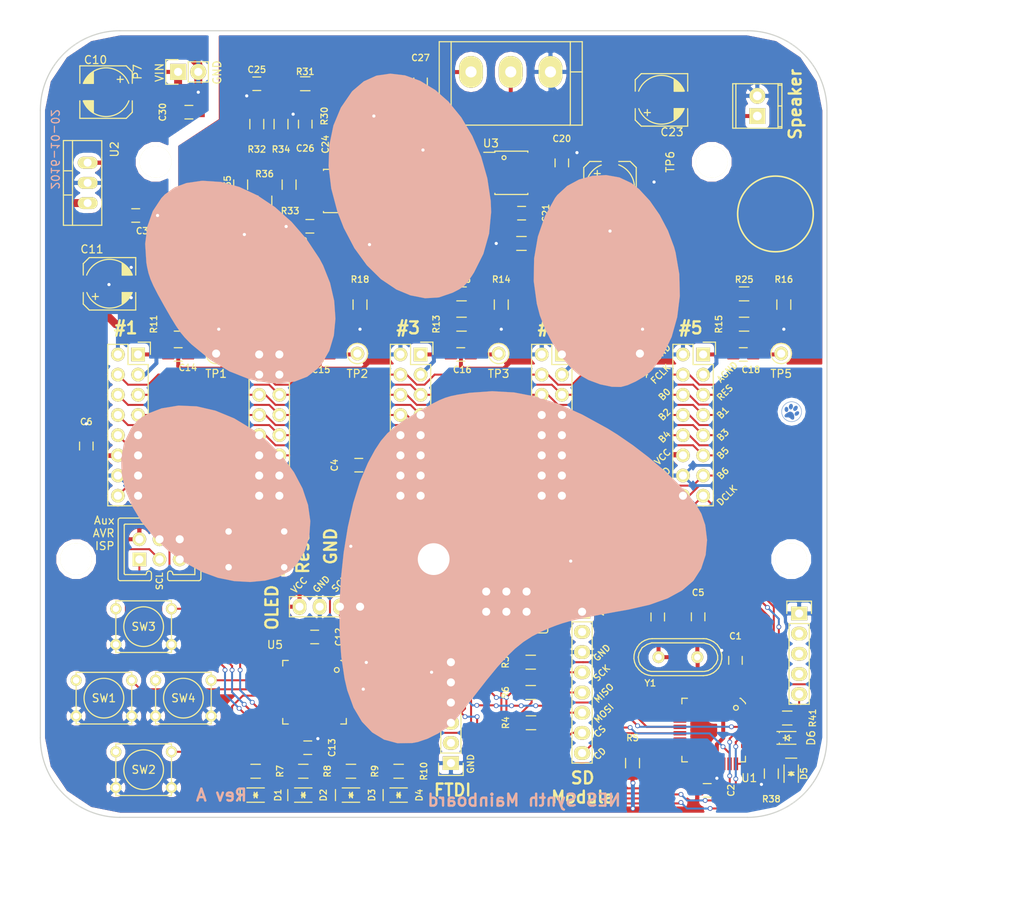
<source format=kicad_pcb>
(kicad_pcb (version 4) (host pcbnew 4.0.2+dfsg1-stable)
  (title_block (title "NESSynth Controller Board") (date 2016-10-02) (rev A))
  (layers (0 F.Cu signal) (31 B.Cu signal) (34 B.Paste user) (35 F.Paste user) (36 B.SilkS user) (37 F.SilkS user) (38 B.Mask user) (39 F.Mask user) (44 Edge.Cuts user))
  (net 0 "")
  (net 1 VCC)
  (net 2 GND)
  (net 3 /XTAL2)
  (net 4 /XTAL1)
  (net 5 /MISO)
  (net 6 /SCK)
  (net 7 /MOSI)
  (net 8 /SD_SCK)
  (net 9 /SD_MISO)
  (net 10 /SD_MOSI)
  (net 11 /SD_CS)
  (net 12 /SD_CD)
  (net 13 /Audio/AUDIO1)
  (net 14 /FRAME_CLK)
  (net 15 /BUS0)
  (net 16 /CH_RESET)
  (net 17 /BUS2)
  (net 18 /BUS1)
  (net 19 /BUS4)
  (net 20 /BUS3)
  (net 21 /BUS5)
  (net 22 /BUS6)
  (net 23 /BUS7)
  (net 24 /DATA_CLK)
  (net 25 /Audio/AUDIO3)
  (net 26 /Audio/AUDIO2)
  (net 27 /Audio/AUDIO4)
  (net 28 "Net-(U1-Pad19)")
  (net 29 "Net-(U1-Pad20)")
  (net 30 /Power/VIN)
  (net 31 "Net-(D1-Pad2)")
  (net 32 /IO/LED1)
  (net 33 "Net-(D2-Pad2)")
  (net 34 /IO/LED2)
  (net 35 "Net-(D3-Pad2)")
  (net 36 /IO/LED3)
  (net 37 "Net-(D4-Pad2)")
  (net 38 /IO/LED4)
  (net 39 /Audio/AUDIO5)
  (net 40 "Net-(P6-Pad2)")
  (net 41 /IO/SDA)
  (net 42 /IO/SCL)
  (net 43 /IO/SW1)
  (net 44 /IO/SW2)
  (net 45 /IO/SW3)
  (net 46 /IO/SW4)
  (net 47 "Net-(U1-Pad22)")
  (net 48 "Net-(P9-Pad2)")
  (net 49 "Net-(P9-Pad3)")
  (net 50 "Net-(P9-Pad6)")
  (net 51 /IO/AVR_RX)
  (net 52 /IO/AVR_TX)
  (net 53 /IO/MOSI)
  (net 54 /IO/MISO)
  (net 55 /IO/SCK)
  (net 56 /IO/RESET)
  (net 57 "Net-(SW3-Pad2)")
  (net 58 "Net-(SW1-Pad2)")
  (net 59 "Net-(SW2-Pad2)")
  (net 60 "Net-(SW4-Pad2)")
  (net 61 "Net-(C14-Pad1)")
  (net 62 "Net-(C15-Pad1)")
  (net 63 "Net-(C16-Pad1)")
  (net 64 "Net-(C17-Pad1)")
  (net 65 "Net-(C18-Pad1)")
  (net 66 "Net-(C19-Pad2)")
  (net 67 "Net-(C21-Pad1)")
  (net 68 "Net-(C21-Pad2)")
  (net 69 "Net-(C23-Pad2)")
  (net 70 "Net-(C24-Pad1)")
  (net 71 "Net-(C24-Pad2)")
  (net 72 "Net-(C25-Pad1)")
  (net 73 "Net-(C26-Pad2)")
  (net 74 "Net-(C27-Pad1)")
  (net 75 "Net-(C27-Pad2)")
  (net 76 "Net-(R21-Pad1)")
  (net 77 "Net-(R32-Pad2)")
  (net 78 "Net-(R35-Pad1)")
  (net 79 "Net-(R36-Pad1)")
  (net 80 "Net-(RV1-Pad2)")
  (net 81 "Net-(U3-Pad1)")
  (net 82 "Net-(U3-Pad8)")
  (net 83 "Net-(U5-Pad1)")
  (net 84 "Net-(U5-Pad2)")
  (net 85 "Net-(U5-Pad9)")
  (net 86 "Net-(U5-Pad10)")
  (net 87 "Net-(U5-Pad11)")
  (net 88 "Net-(U5-Pad14)")
  (net 89 "Net-(U5-Pad19)")
  (net 90 "Net-(U5-Pad20)")
  (net 91 "Net-(U5-Pad22)")
  (net 92 /IO/INT)
  (net 93 /LED)
  (net 94 "Net-(D5-Pad1)")
  (net 95 "Net-(P11-Pad2)")
  (net 96 "Net-(P11-Pad3)")
  (net 97 "Net-(P11-Pad4)")
  (net 98 "Net-(P11-Pad5)")
  (net 99 "Net-(SW5-Pad2)")
  (module Diodes_SMD:SOD-323 (layer F.Cu) (at 196 127)
    (fp_text reference D6 (at 3 0 90) (layer F.SilkS))
    (fp_text value 1N4148WS)
    (pad 1 smd rect (at -1.3 0) (size 1 0.7) (layers F.Cu F.Paste F.Mask) (net 56 /IO/RESET))
    (pad 2 smd rect (at 1.3 0) (size 1 0.7) (layers F.Cu F.Paste F.Mask) (net 16 /CH_RESET))
  )
  (module Potentiometers:Potentiometer_Alps-RK16-single_largePads (layer F.Cu) (at 156.2 43.18 90)
    (fp_text reference RV1 (at -7.968 -2.8285 180) (layer F.SilkS))
    (fp_text value POT)
    (pad 2 thru_hole oval (at 0 5.00126 90) (size 4.0005 2.99974) (drill 1.39954) (layers *.Cu *.Mask F.SilkS) (net 80 "Net-(RV1-Pad2)"))
    (pad 3 thru_hole oval (at 0 10.00252 90) (size 4.0005 2.99974) (drill 1.39954) (layers *.Cu *.Mask F.SilkS) (net 2 GND))
    (pad 1 thru_hole oval (at 0 0 90) (size 4.0005 2.99974) (drill 1.39954) (layers *.Cu *.Mask F.SilkS) (net 75 "Net-(C27-Pad2)"))
  )
  (module LCD_I2C_96 (layer F.Cu) (at 142.24 110.49 270)
    (fp_text reference P8 hide)
    (fp_text value I2C_OLED)
    (pad 1 thru_hole rect (at 0 0 270) (size 2.032 1.7272) (drill 1.016) (layers *.Cu *.Mask F.SilkS) (net 41 /IO/SDA))
    (pad 2 thru_hole oval (at 0 2.54 270) (size 2.032 1.7272) (drill 1.016) (layers *.Cu *.Mask F.SilkS) (net 42 /IO/SCL))
    (pad 3 thru_hole oval (at 0 5.08 270) (size 2.032 1.7272) (drill 1.016) (layers *.Cu *.Mask F.SilkS) (net 2 GND))
    (pad 4 thru_hole oval (at 0 7.62 270) (size 2.032 1.7272) (drill 1.016) (layers *.Cu *.Mask F.SilkS) (net 1 VCC))
  )
  (module olof:TQFP-32_7x7mm_Pitch0.8mm (layer F.Cu) (at 186.743 126.014 270)
    (fp_text reference U1 (at 6.033 -4.4745 360) (layer F.SilkS))
    (fp_text value ATMEGA328P-A)
    (pad 1 smd rect (at -4.25 -2.8 270) (size 1.6 0.55) (layers F.Cu F.Paste F.Mask) (net 20 /BUS3))
    (pad 2 smd rect (at -4.25 -2 270) (size 1.6 0.55) (layers F.Cu F.Paste F.Mask) (net 19 /BUS4))
    (pad 3 smd rect (at -4.25 -1.2 270) (size 1.6 0.55) (layers F.Cu F.Paste F.Mask) (net 2 GND))
    (pad 4 smd rect (at -4.25 -0.4 270) (size 1.6 0.55) (layers F.Cu F.Paste F.Mask) (net 1 VCC))
    (pad 5 smd rect (at -4.25 0.4 270) (size 1.6 0.55) (layers F.Cu F.Paste F.Mask) (net 2 GND))
    (pad 6 smd rect (at -4.25 1.2 270) (size 1.6 0.55) (layers F.Cu F.Paste F.Mask) (net 1 VCC))
    (pad 7 smd rect (at -4.25 2 270) (size 1.6 0.55) (layers F.Cu F.Paste F.Mask) (net 4 /XTAL1))
    (pad 8 smd rect (at -4.25 2.8 270) (size 1.6 0.55) (layers F.Cu F.Paste F.Mask) (net 3 /XTAL2))
    (pad 9 smd rect (at -2.8 4.25) (size 1.6 0.55) (layers F.Cu F.Paste F.Mask) (net 21 /BUS5))
    (pad 10 smd rect (at -2 4.25) (size 1.6 0.55) (layers F.Cu F.Paste F.Mask) (net 22 /BUS6))
    (pad 11 smd rect (at -1.2 4.25) (size 1.6 0.55) (layers F.Cu F.Paste F.Mask) (net 23 /BUS7))
    (pad 12 smd rect (at -0.4 4.25) (size 1.6 0.55) (layers F.Cu F.Paste F.Mask) (net 24 /DATA_CLK))
    (pad 13 smd rect (at 0.4 4.25) (size 1.6 0.55) (layers F.Cu F.Paste F.Mask) (net 12 /SD_CD))
    (pad 14 smd rect (at 1.2 4.25) (size 1.6 0.55) (layers F.Cu F.Paste F.Mask) (net 11 /SD_CS))
    (pad 15 smd rect (at 2 4.25) (size 1.6 0.55) (layers F.Cu F.Paste F.Mask) (net 7 /MOSI))
    (pad 16 smd rect (at 2.8 4.25) (size 1.6 0.55) (layers F.Cu F.Paste F.Mask) (net 5 /MISO))
    (pad 17 smd rect (at 4.25 2.8 270) (size 1.6 0.55) (layers F.Cu F.Paste F.Mask) (net 6 /SCK))
    (pad 18 smd rect (at 4.25 2 270) (size 1.6 0.55) (layers F.Cu F.Paste F.Mask) (net 1 VCC))
    (pad 19 smd rect (at 4.25 1.2 270) (size 1.6 0.55) (layers F.Cu F.Paste F.Mask) (net 28 "Net-(U1-Pad19)"))
    (pad 20 smd rect (at 4.25 0.4 270) (size 1.6 0.55) (layers F.Cu F.Paste F.Mask) (net 29 "Net-(U1-Pad20)"))
    (pad 21 smd rect (at 4.25 -0.4 270) (size 1.6 0.55) (layers F.Cu F.Paste F.Mask) (net 2 GND))
    (pad 22 smd rect (at 4.25 -1.2 270) (size 1.6 0.55) (layers F.Cu F.Paste F.Mask) (net 47 "Net-(U1-Pad22)"))
    (pad 23 smd rect (at 4.25 -2 270) (size 1.6 0.55) (layers F.Cu F.Paste F.Mask) (net 92 /IO/INT))
    (pad 24 smd rect (at 4.25 -2.8 270) (size 1.6 0.55) (layers F.Cu F.Paste F.Mask) (net 93 /LED))
    (pad 25 smd rect (at 2.8 -4.25) (size 1.6 0.55) (layers F.Cu F.Paste F.Mask) (net 16 /CH_RESET))
    (pad 26 smd rect (at 2 -4.25) (size 1.6 0.55) (layers F.Cu F.Paste F.Mask) (net 14 /FRAME_CLK))
    (pad 27 smd rect (at 1.2 -4.25) (size 1.6 0.55) (layers F.Cu F.Paste F.Mask) (net 41 /IO/SDA))
    (pad 28 smd rect (at 0.4 -4.25) (size 1.6 0.55) (layers F.Cu F.Paste F.Mask) (net 42 /IO/SCL))
    (pad 29 smd rect (at -0.4 -4.25) (size 1.6 0.55) (layers F.Cu F.Paste F.Mask) (net 56 /IO/RESET))
    (pad 30 smd rect (at -1.2 -4.25) (size 1.6 0.55) (layers F.Cu F.Paste F.Mask) (net 15 /BUS0))
    (pad 31 smd rect (at -2 -4.25) (size 1.6 0.55) (layers F.Cu F.Paste F.Mask) (net 18 /BUS1))
    (pad 32 smd rect (at -2.8 -4.25) (size 1.6 0.55) (layers F.Cu F.Paste F.Mask) (net 17 /BUS2))
  )
  (module Socket_Strips:Socket_Strip_Straight_1x08 (layer F.Cu) (at 170.18 111.125 270)
    (fp_text reference P6 hide)
    (fp_text value SD_MODULE)
    (pad 1 thru_hole rect (at 0 0 270) (size 1.7272 2.032) (drill 1.016) (layers *.Cu *.Mask F.SilkS) (net 1 VCC))
    (pad 2 thru_hole oval (at 2.54 0 270) (size 1.7272 2.032) (drill 1.016) (layers *.Cu *.Mask F.SilkS) (net 40 "Net-(P6-Pad2)"))
    (pad 3 thru_hole oval (at 5.08 0 270) (size 1.7272 2.032) (drill 1.016) (layers *.Cu *.Mask F.SilkS) (net 2 GND))
    (pad 4 thru_hole oval (at 7.62 0 270) (size 1.7272 2.032) (drill 1.016) (layers *.Cu *.Mask F.SilkS) (net 8 /SD_SCK))
    (pad 5 thru_hole oval (at 10.16 0 270) (size 1.7272 2.032) (drill 1.016) (layers *.Cu *.Mask F.SilkS) (net 9 /SD_MISO))
    (pad 6 thru_hole oval (at 12.7 0 270) (size 1.7272 2.032) (drill 1.016) (layers *.Cu *.Mask F.SilkS) (net 10 /SD_MOSI))
    (pad 7 thru_hole oval (at 15.24 0 270) (size 1.7272 2.032) (drill 1.016) (layers *.Cu *.Mask F.SilkS) (net 11 /SD_CS))
    (pad 8 thru_hole oval (at 17.78 0 270) (size 1.7272 2.032) (drill 1.016) (layers *.Cu *.Mask F.SilkS) (net 12 /SD_CD))
  )
  (module Socket_Strips:Socket_Strip_Straight_2x08 (layer F.Cu) (at 114.3 78.74 270)
    (fp_text reference P1 hide)
    (fp_text value NESSYNTH_SOCK)
    (pad 1 thru_hole rect (at 0 0 270) (size 1.7272 1.7272) (drill 1.016) (layers *.Cu *.Mask F.SilkS) (net 13 /Audio/AUDIO1))
    (pad 2 thru_hole oval (at 0 2.54 270) (size 1.7272 1.7272) (drill 1.016) (layers *.Cu *.Mask F.SilkS) (net 2 GND))
    (pad 3 thru_hole oval (at 2.54 0 270) (size 1.7272 1.7272) (drill 1.016) (layers *.Cu *.Mask F.SilkS) (net 2 GND))
    (pad 4 thru_hole oval (at 2.54 2.54 270) (size 1.7272 1.7272) (drill 1.016) (layers *.Cu *.Mask F.SilkS) (net 14 /FRAME_CLK))
    (pad 5 thru_hole oval (at 5.08 0 270) (size 1.7272 1.7272) (drill 1.016) (layers *.Cu *.Mask F.SilkS) (net 16 /CH_RESET))
    (pad 6 thru_hole oval (at 5.08 2.54 270) (size 1.7272 1.7272) (drill 1.016) (layers *.Cu *.Mask F.SilkS) (net 15 /BUS0))
    (pad 7 thru_hole oval (at 7.62 0 270) (size 1.7272 1.7272) (drill 1.016) (layers *.Cu *.Mask F.SilkS) (net 18 /BUS1))
    (pad 8 thru_hole oval (at 7.62 2.54 270) (size 1.7272 1.7272) (drill 1.016) (layers *.Cu *.Mask F.SilkS) (net 17 /BUS2))
    (pad 9 thru_hole oval (at 10.16 0 270) (size 1.7272 1.7272) (drill 1.016) (layers *.Cu *.Mask F.SilkS) (net 20 /BUS3))
    (pad 10 thru_hole oval (at 10.16 2.54 270) (size 1.7272 1.7272) (drill 1.016) (layers *.Cu *.Mask F.SilkS) (net 19 /BUS4))
    (pad 11 thru_hole oval (at 12.7 0 270) (size 1.7272 1.7272) (drill 1.016) (layers *.Cu *.Mask F.SilkS) (net 21 /BUS5))
    (pad 12 thru_hole oval (at 12.7 2.54 270) (size 1.7272 1.7272) (drill 1.016) (layers *.Cu *.Mask F.SilkS) (net 1 VCC))
    (pad 13 thru_hole oval (at 15.24 0 270) (size 1.7272 1.7272) (drill 1.016) (layers *.Cu *.Mask F.SilkS) (net 22 /BUS6))
    (pad 14 thru_hole oval (at 15.24 2.54 270) (size 1.7272 1.7272) (drill 1.016) (layers *.Cu *.Mask F.SilkS) (net 2 GND))
    (pad 15 thru_hole oval (at 17.78 0 270) (size 1.7272 1.7272) (drill 1.016) (layers *.Cu *.Mask F.SilkS) (net 24 /DATA_CLK))
    (pad 16 thru_hole oval (at 17.78 2.54 270) (size 1.7272 1.7272) (drill 1.016) (layers *.Cu *.Mask F.SilkS) (net 23 /BUS7))
  )
  (module olof:LED_0805 (layer F.Cu) (at 129.092 134.2)
    (fp_text reference D1 (at 2.8165 0.006 90) (layer F.SilkS) (effects (font (size 0.8 0.8))))
    (fp_text value LED)
    (pad 2 smd rect (at 1.04902 0 180) (size 1.19888 1.19888) (layers F.Cu F.Paste F.Mask) (net 31 "Net-(D1-Pad2)"))
    (pad 1 smd rect (at -1.04902 0 180) (size 1.19888 1.19888) (layers F.Cu F.Paste F.Mask) (net 32 /IO/LED1))
  )
  (module olof:LED_0805 (layer F.Cu) (at 135.092 134.2)
    (fp_text reference D2 (at 2.5315 0.006 90) (layer F.SilkS) (effects (font (size 0.8 0.8))))
    (fp_text value LED)
    (pad 2 smd rect (at 1.04902 0 180) (size 1.19888 1.19888) (layers F.Cu F.Paste F.Mask) (net 33 "Net-(D2-Pad2)"))
    (pad 1 smd rect (at -1.04902 0 180) (size 1.19888 1.19888) (layers F.Cu F.Paste F.Mask) (net 34 /IO/LED2))
  )
  (module olof:LED_0805 (layer F.Cu) (at 141.092 134.2)
    (fp_text reference D3 (at 2.6275 0.006 90) (layer F.SilkS) (effects (font (size 0.8 0.8))))
    (fp_text value LED)
    (pad 2 smd rect (at 1.04902 0 180) (size 1.19888 1.19888) (layers F.Cu F.Paste F.Mask) (net 35 "Net-(D3-Pad2)"))
    (pad 1 smd rect (at -1.04902 0 180) (size 1.19888 1.19888) (layers F.Cu F.Paste F.Mask) (net 36 /IO/LED3))
  )
  (module olof:LED_0805 (layer F.Cu) (at 147.092 134.2)
    (fp_text reference D4 (at 2.5965 0.006 90) (layer F.SilkS) (effects (font (size 0.8 0.8))))
    (fp_text value LED)
    (pad 2 smd rect (at 1.04902 0 180) (size 1.19888 1.19888) (layers F.Cu F.Paste F.Mask) (net 37 "Net-(D4-Pad2)"))
    (pad 1 smd rect (at -1.04902 0 180) (size 1.19888 1.19888) (layers F.Cu F.Paste F.Mask) (net 38 /IO/LED4))
  )
  (module Socket_Strips:Socket_Strip_Straight_2x08 (layer F.Cu) (at 149.86 78.74 270)
    (fp_text reference P3 hide)
    (fp_text value NESSYNTH_SOCK)
    (pad 1 thru_hole rect (at 0 0 270) (size 1.7272 1.7272) (drill 1.016) (layers *.Cu *.Mask F.SilkS) (net 25 /Audio/AUDIO3))
    (pad 2 thru_hole oval (at 0 2.54 270) (size 1.7272 1.7272) (drill 1.016) (layers *.Cu *.Mask F.SilkS) (net 2 GND))
    (pad 3 thru_hole oval (at 2.54 0 270) (size 1.7272 1.7272) (drill 1.016) (layers *.Cu *.Mask F.SilkS) (net 2 GND))
    (pad 4 thru_hole oval (at 2.54 2.54 270) (size 1.7272 1.7272) (drill 1.016) (layers *.Cu *.Mask F.SilkS) (net 14 /FRAME_CLK))
    (pad 5 thru_hole oval (at 5.08 0 270) (size 1.7272 1.7272) (drill 1.016) (layers *.Cu *.Mask F.SilkS) (net 16 /CH_RESET))
    (pad 6 thru_hole oval (at 5.08 2.54 270) (size 1.7272 1.7272) (drill 1.016) (layers *.Cu *.Mask F.SilkS) (net 15 /BUS0))
    (pad 7 thru_hole oval (at 7.62 0 270) (size 1.7272 1.7272) (drill 1.016) (layers *.Cu *.Mask F.SilkS) (net 18 /BUS1))
    (pad 8 thru_hole oval (at 7.62 2.54 270) (size 1.7272 1.7272) (drill 1.016) (layers *.Cu *.Mask F.SilkS) (net 17 /BUS2))
    (pad 9 thru_hole oval (at 10.16 0 270) (size 1.7272 1.7272) (drill 1.016) (layers *.Cu *.Mask F.SilkS) (net 20 /BUS3))
    (pad 10 thru_hole oval (at 10.16 2.54 270) (size 1.7272 1.7272) (drill 1.016) (layers *.Cu *.Mask F.SilkS) (net 19 /BUS4))
    (pad 11 thru_hole oval (at 12.7 0 270) (size 1.7272 1.7272) (drill 1.016) (layers *.Cu *.Mask F.SilkS) (net 21 /BUS5))
    (pad 12 thru_hole oval (at 12.7 2.54 270) (size 1.7272 1.7272) (drill 1.016) (layers *.Cu *.Mask F.SilkS) (net 1 VCC))
    (pad 13 thru_hole oval (at 15.24 0 270) (size 1.7272 1.7272) (drill 1.016) (layers *.Cu *.Mask F.SilkS) (net 22 /BUS6))
    (pad 14 thru_hole oval (at 15.24 2.54 270) (size 1.7272 1.7272) (drill 1.016) (layers *.Cu *.Mask F.SilkS) (net 2 GND))
    (pad 15 thru_hole oval (at 17.78 0 270) (size 1.7272 1.7272) (drill 1.016) (layers *.Cu *.Mask F.SilkS) (net 24 /DATA_CLK))
    (pad 16 thru_hole oval (at 17.78 2.54 270) (size 1.7272 1.7272) (drill 1.016) (layers *.Cu *.Mask F.SilkS) (net 23 /BUS7))
  )
  (module Socket_Strips:Socket_Strip_Straight_2x08 (layer F.Cu) (at 167.64 78.74 270)
    (fp_text reference P4 hide)
    (fp_text value NESSYNTH_SOCK)
    (pad 1 thru_hole rect (at 0 0 270) (size 1.7272 1.7272) (drill 1.016) (layers *.Cu *.Mask F.SilkS) (net 27 /Audio/AUDIO4))
    (pad 2 thru_hole oval (at 0 2.54 270) (size 1.7272 1.7272) (drill 1.016) (layers *.Cu *.Mask F.SilkS) (net 2 GND))
    (pad 3 thru_hole oval (at 2.54 0 270) (size 1.7272 1.7272) (drill 1.016) (layers *.Cu *.Mask F.SilkS) (net 2 GND))
    (pad 4 thru_hole oval (at 2.54 2.54 270) (size 1.7272 1.7272) (drill 1.016) (layers *.Cu *.Mask F.SilkS) (net 14 /FRAME_CLK))
    (pad 5 thru_hole oval (at 5.08 0 270) (size 1.7272 1.7272) (drill 1.016) (layers *.Cu *.Mask F.SilkS) (net 16 /CH_RESET))
    (pad 6 thru_hole oval (at 5.08 2.54 270) (size 1.7272 1.7272) (drill 1.016) (layers *.Cu *.Mask F.SilkS) (net 15 /BUS0))
    (pad 7 thru_hole oval (at 7.62 0 270) (size 1.7272 1.7272) (drill 1.016) (layers *.Cu *.Mask F.SilkS) (net 18 /BUS1))
    (pad 8 thru_hole oval (at 7.62 2.54 270) (size 1.7272 1.7272) (drill 1.016) (layers *.Cu *.Mask F.SilkS) (net 17 /BUS2))
    (pad 9 thru_hole oval (at 10.16 0 270) (size 1.7272 1.7272) (drill 1.016) (layers *.Cu *.Mask F.SilkS) (net 20 /BUS3))
    (pad 10 thru_hole oval (at 10.16 2.54 270) (size 1.7272 1.7272) (drill 1.016) (layers *.Cu *.Mask F.SilkS) (net 19 /BUS4))
    (pad 11 thru_hole oval (at 12.7 0 270) (size 1.7272 1.7272) (drill 1.016) (layers *.Cu *.Mask F.SilkS) (net 21 /BUS5))
    (pad 12 thru_hole oval (at 12.7 2.54 270) (size 1.7272 1.7272) (drill 1.016) (layers *.Cu *.Mask F.SilkS) (net 1 VCC))
    (pad 13 thru_hole oval (at 15.24 0 270) (size 1.7272 1.7272) (drill 1.016) (layers *.Cu *.Mask F.SilkS) (net 22 /BUS6))
    (pad 14 thru_hole oval (at 15.24 2.54 270) (size 1.7272 1.7272) (drill 1.016) (layers *.Cu *.Mask F.SilkS) (net 2 GND))
    (pad 15 thru_hole oval (at 17.78 0 270) (size 1.7272 1.7272) (drill 1.016) (layers *.Cu *.Mask F.SilkS) (net 24 /DATA_CLK))
    (pad 16 thru_hole oval (at 17.78 2.54 270) (size 1.7272 1.7272) (drill 1.016) (layers *.Cu *.Mask F.SilkS) (net 23 /BUS7))
  )
  (module Socket_Strips:Socket_Strip_Straight_2x08 (layer F.Cu) (at 185.42 78.74 270)
    (fp_text reference P5 hide)
    (fp_text value NESSYNTH_SOCK)
    (pad 1 thru_hole rect (at 0 0 270) (size 1.7272 1.7272) (drill 1.016) (layers *.Cu *.Mask F.SilkS) (net 39 /Audio/AUDIO5))
    (pad 2 thru_hole oval (at 0 2.54 270) (size 1.7272 1.7272) (drill 1.016) (layers *.Cu *.Mask F.SilkS) (net 2 GND))
    (pad 3 thru_hole oval (at 2.54 0 270) (size 1.7272 1.7272) (drill 1.016) (layers *.Cu *.Mask F.SilkS) (net 2 GND))
    (pad 4 thru_hole oval (at 2.54 2.54 270) (size 1.7272 1.7272) (drill 1.016) (layers *.Cu *.Mask F.SilkS) (net 14 /FRAME_CLK))
    (pad 5 thru_hole oval (at 5.08 0 270) (size 1.7272 1.7272) (drill 1.016) (layers *.Cu *.Mask F.SilkS) (net 16 /CH_RESET))
    (pad 6 thru_hole oval (at 5.08 2.54 270) (size 1.7272 1.7272) (drill 1.016) (layers *.Cu *.Mask F.SilkS) (net 15 /BUS0))
    (pad 7 thru_hole oval (at 7.62 0 270) (size 1.7272 1.7272) (drill 1.016) (layers *.Cu *.Mask F.SilkS) (net 18 /BUS1))
    (pad 8 thru_hole oval (at 7.62 2.54 270) (size 1.7272 1.7272) (drill 1.016) (layers *.Cu *.Mask F.SilkS) (net 17 /BUS2))
    (pad 9 thru_hole oval (at 10.16 0 270) (size 1.7272 1.7272) (drill 1.016) (layers *.Cu *.Mask F.SilkS) (net 20 /BUS3))
    (pad 10 thru_hole oval (at 10.16 2.54 270) (size 1.7272 1.7272) (drill 1.016) (layers *.Cu *.Mask F.SilkS) (net 19 /BUS4))
    (pad 11 thru_hole oval (at 12.7 0 270) (size 1.7272 1.7272) (drill 1.016) (layers *.Cu *.Mask F.SilkS) (net 21 /BUS5))
    (pad 12 thru_hole oval (at 12.7 2.54 270) (size 1.7272 1.7272) (drill 1.016) (layers *.Cu *.Mask F.SilkS) (net 1 VCC))
    (pad 13 thru_hole oval (at 15.24 0 270) (size 1.7272 1.7272) (drill 1.016) (layers *.Cu *.Mask F.SilkS) (net 22 /BUS6))
    (pad 14 thru_hole oval (at 15.24 2.54 270) (size 1.7272 1.7272) (drill 1.016) (layers *.Cu *.Mask F.SilkS) (net 2 GND))
    (pad 15 thru_hole oval (at 17.78 0 270) (size 1.7272 1.7272) (drill 1.016) (layers *.Cu *.Mask F.SilkS) (net 24 /DATA_CLK))
    (pad 16 thru_hole oval (at 17.78 2.54 270) (size 1.7272 1.7272) (drill 1.016) (layers *.Cu *.Mask F.SilkS) (net 23 /BUS7))
  )
  (module Socket_Strips:Socket_Strip_Straight_2x08 (layer F.Cu) (at 132.08 78.74 270)
    (fp_text reference P2 hide)
    (fp_text value NESSYNTH_SOCK)
    (pad 1 thru_hole rect (at 0 0 270) (size 1.7272 1.7272) (drill 1.016) (layers *.Cu *.Mask F.SilkS) (net 26 /Audio/AUDIO2))
    (pad 2 thru_hole oval (at 0 2.54 270) (size 1.7272 1.7272) (drill 1.016) (layers *.Cu *.Mask F.SilkS) (net 2 GND))
    (pad 3 thru_hole oval (at 2.54 0 270) (size 1.7272 1.7272) (drill 1.016) (layers *.Cu *.Mask F.SilkS) (net 2 GND))
    (pad 4 thru_hole oval (at 2.54 2.54 270) (size 1.7272 1.7272) (drill 1.016) (layers *.Cu *.Mask F.SilkS) (net 14 /FRAME_CLK))
    (pad 5 thru_hole oval (at 5.08 0 270) (size 1.7272 1.7272) (drill 1.016) (layers *.Cu *.Mask F.SilkS) (net 16 /CH_RESET))
    (pad 6 thru_hole oval (at 5.08 2.54 270) (size 1.7272 1.7272) (drill 1.016) (layers *.Cu *.Mask F.SilkS) (net 15 /BUS0))
    (pad 7 thru_hole oval (at 7.62 0 270) (size 1.7272 1.7272) (drill 1.016) (layers *.Cu *.Mask F.SilkS) (net 18 /BUS1))
    (pad 8 thru_hole oval (at 7.62 2.54 270) (size 1.7272 1.7272) (drill 1.016) (layers *.Cu *.Mask F.SilkS) (net 17 /BUS2))
    (pad 9 thru_hole oval (at 10.16 0 270) (size 1.7272 1.7272) (drill 1.016) (layers *.Cu *.Mask F.SilkS) (net 20 /BUS3))
    (pad 10 thru_hole oval (at 10.16 2.54 270) (size 1.7272 1.7272) (drill 1.016) (layers *.Cu *.Mask F.SilkS) (net 19 /BUS4))
    (pad 11 thru_hole oval (at 12.7 0 270) (size 1.7272 1.7272) (drill 1.016) (layers *.Cu *.Mask F.SilkS) (net 21 /BUS5))
    (pad 12 thru_hole oval (at 12.7 2.54 270) (size 1.7272 1.7272) (drill 1.016) (layers *.Cu *.Mask F.SilkS) (net 1 VCC))
    (pad 13 thru_hole oval (at 15.24 0 270) (size 1.7272 1.7272) (drill 1.016) (layers *.Cu *.Mask F.SilkS) (net 22 /BUS6))
    (pad 14 thru_hole oval (at 15.24 2.54 270) (size 1.7272 1.7272) (drill 1.016) (layers *.Cu *.Mask F.SilkS) (net 2 GND))
    (pad 15 thru_hole oval (at 17.78 0 270) (size 1.7272 1.7272) (drill 1.016) (layers *.Cu *.Mask F.SilkS) (net 24 /DATA_CLK))
    (pad 16 thru_hole oval (at 17.78 2.54 270) (size 1.7272 1.7272) (drill 1.016) (layers *.Cu *.Mask F.SilkS) (net 23 /BUS7))
  )
  (module TO_SOT_Packages_THT:TO-220_Neutral123_Vertical (layer F.Cu) (at 107.95 57.15 90)
    (fp_text reference U2 (at 4.224 3.3845 90) (layer F.SilkS))
    (fp_text value LM7805CT)
    (pad 2 thru_hole oval (at 0 0 180) (size 2.49936 1.50114) (drill 1.00076) (layers *.Cu *.Mask F.SilkS) (net 2 GND))
    (pad 1 thru_hole oval (at -2.54 0 180) (size 2.49936 1.50114) (drill 1.00076) (layers *.Cu *.Mask F.SilkS) (net 30 /Power/VIN))
    (pad 3 thru_hole oval (at 2.54 0 180) (size 2.49936 1.50114) (drill 1.00076) (layers *.Cu *.Mask F.SilkS) (net 1 VCC))
  )
  (module Crystals:Crystal_HC49-U_Vertical (layer F.Cu) (at 182.245 116.84 180)
    (fp_text reference Y1 (at 3.4735 -3.269 180) (layer F.SilkS) (effects (font (size 0.8 0.8))))
    (fp_text value Crystal)
    (pad 1 thru_hole circle (at -2.44094 0 180) (size 1.50114 1.50114) (drill 0.8001) (layers *.Cu *.Mask F.SilkS) (net 4 /XTAL1))
    (pad 2 thru_hole circle (at 2.44094 0 180) (size 1.50114 1.50114) (drill 0.8001) (layers *.Cu *.Mask F.SilkS) (net 3 /XTAL2))
  )
  (module Pin_Headers:Pin_Header_Straight_1x06 (layer F.Cu) (at 153.67 130.175 180)
    (fp_text reference P9 hide)
    (fp_text value FTDI)
    (pad 1 thru_hole rect (at 0 0 180) (size 2.032 1.7272) (drill 1.016) (layers *.Cu *.Mask F.SilkS) (net 2 GND))
    (pad 2 thru_hole oval (at 0 2.54 180) (size 2.032 1.7272) (drill 1.016) (layers *.Cu *.Mask F.SilkS) (net 48 "Net-(P9-Pad2)"))
    (pad 3 thru_hole oval (at 0 5.08 180) (size 2.032 1.7272) (drill 1.016) (layers *.Cu *.Mask F.SilkS) (net 49 "Net-(P9-Pad3)"))
    (pad 4 thru_hole oval (at 0 7.62 180) (size 2.032 1.7272) (drill 1.016) (layers *.Cu *.Mask F.SilkS) (net 51 /IO/AVR_RX))
    (pad 5 thru_hole oval (at 0 10.16 180) (size 2.032 1.7272) (drill 1.016) (layers *.Cu *.Mask F.SilkS) (net 52 /IO/AVR_TX))
    (pad 6 thru_hole oval (at 0 12.7 180) (size 2.032 1.7272) (drill 1.016) (layers *.Cu *.Mask F.SilkS) (net 50 "Net-(P9-Pad6)"))
  )
  (module Terminal_Blocks:TerminalBlock_Pheonix_MPT-2.54mm_2pol (layer F.Cu) (at 192.237 48.735 90)
    (fp_text reference P10 hide)
    (fp_text value CONN_01X02)
    (pad 2 thru_hole oval (at 2.54 0 90) (size 1.99898 1.99898) (drill 1.09728) (layers *.Cu *.Mask F.SilkS) (net 2 GND))
    (pad 1 thru_hole rect (at 0 0 90) (size 1.99898 1.99898) (drill 1.09728) (layers *.Cu *.Mask F.SilkS) (net 69 "Net-(C23-Pad2)"))
  )
  (module olof:SOIC-8_3.9x4.9mm_Pitch1.27mm (layer F.Cu) (at 161.28 55.88)
    (fp_text reference U3 (at -2.5745 -3.716) (layer F.SilkS))
    (fp_text value LM386 hide)
    (pad 1 smd rect (at -2.7 -1.905) (size 1.55 0.6) (layers F.Cu F.Paste F.Mask) (net 81 "Net-(U3-Pad1)"))
    (pad 2 smd rect (at -2.7 -0.635) (size 1.55 0.6) (layers F.Cu F.Paste F.Mask) (net 2 GND))
    (pad 3 smd rect (at -2.7 0.635) (size 1.55 0.6) (layers F.Cu F.Paste F.Mask) (net 80 "Net-(RV1-Pad2)"))
    (pad 4 smd rect (at -2.7 1.905) (size 1.55 0.6) (layers F.Cu F.Paste F.Mask) (net 2 GND))
    (pad 5 smd rect (at 2.7 1.905) (size 1.55 0.6) (layers F.Cu F.Paste F.Mask) (net 67 "Net-(C21-Pad1)"))
    (pad 6 smd rect (at 2.7 0.635) (size 1.55 0.6) (layers F.Cu F.Paste F.Mask) (net 1 VCC))
    (pad 7 smd rect (at 2.7 -0.635) (size 1.55 0.6) (layers F.Cu F.Paste F.Mask))
    (pad 8 smd rect (at 2.7 -1.905) (size 1.55 0.6) (layers F.Cu F.Paste F.Mask) (net 82 "Net-(U3-Pad8)"))
  )
  (module olof:SOIC-8_3.9x4.9mm_Pitch1.27mm (layer F.Cu) (at 139.7078 58.166 180)
    (fp_text reference U4 (at -2.9957 -3.777 180) (layer F.SilkS))
    (fp_text value MCP6002 hide)
    (pad 1 smd rect (at -2.7 -1.905 180) (size 1.55 0.6) (layers F.Cu F.Paste F.Mask) (net 70 "Net-(C24-Pad1)"))
    (pad 2 smd rect (at -2.7 -0.635 180) (size 1.55 0.6) (layers F.Cu F.Paste F.Mask) (net 76 "Net-(R21-Pad1)"))
    (pad 3 smd rect (at -2.7 0.635 180) (size 1.55 0.6) (layers F.Cu F.Paste F.Mask) (net 66 "Net-(C19-Pad2)"))
    (pad 4 smd rect (at -2.7 1.905 180) (size 1.55 0.6) (layers F.Cu F.Paste F.Mask) (net 2 GND))
    (pad 5 smd rect (at 2.7 1.905 180) (size 1.55 0.6) (layers F.Cu F.Paste F.Mask) (net 73 "Net-(C26-Pad2)"))
    (pad 6 smd rect (at 2.7 0.635 180) (size 1.55 0.6) (layers F.Cu F.Paste F.Mask) (net 77 "Net-(R32-Pad2)"))
    (pad 7 smd rect (at 2.7 -0.635 180) (size 1.55 0.6) (layers F.Cu F.Paste F.Mask) (net 79 "Net-(R36-Pad1)"))
    (pad 8 smd rect (at 2.7 -1.905 180) (size 1.55 0.6) (layers F.Cu F.Paste F.Mask) (net 1 VCC))
  )
  (module olof:TQFP-32_7x7mm_Pitch0.8mm (layer F.Cu) (at 136.5059 121.252 270)
    (fp_text reference U5 (at -5.969 4.9784 360) (layer F.SilkS))
    (fp_text value ATMEGA88-A)
    (pad 1 smd rect (at -4.25 -2.8 270) (size 1.6 0.55) (layers F.Cu F.Paste F.Mask) (net 83 "Net-(U5-Pad1)"))
    (pad 2 smd rect (at -4.25 -2 270) (size 1.6 0.55) (layers F.Cu F.Paste F.Mask) (net 84 "Net-(U5-Pad2)"))
    (pad 3 smd rect (at -4.25 -1.2 270) (size 1.6 0.55) (layers F.Cu F.Paste F.Mask) (net 2 GND))
    (pad 4 smd rect (at -4.25 -0.4 270) (size 1.6 0.55) (layers F.Cu F.Paste F.Mask) (net 1 VCC))
    (pad 5 smd rect (at -4.25 0.4 270) (size 1.6 0.55) (layers F.Cu F.Paste F.Mask) (net 2 GND))
    (pad 6 smd rect (at -4.25 1.2 270) (size 1.6 0.55) (layers F.Cu F.Paste F.Mask) (net 1 VCC))
    (pad 7 smd rect (at -4.25 2 270) (size 1.6 0.55) (layers F.Cu F.Paste F.Mask) (net 45 /IO/SW3))
    (pad 8 smd rect (at -4.25 2.8 270) (size 1.6 0.55) (layers F.Cu F.Paste F.Mask) (net 46 /IO/SW4))
    (pad 9 smd rect (at -2.8 4.25) (size 1.6 0.55) (layers F.Cu F.Paste F.Mask) (net 85 "Net-(U5-Pad9)"))
    (pad 10 smd rect (at -2 4.25) (size 1.6 0.55) (layers F.Cu F.Paste F.Mask) (net 86 "Net-(U5-Pad10)"))
    (pad 11 smd rect (at -1.2 4.25) (size 1.6 0.55) (layers F.Cu F.Paste F.Mask) (net 87 "Net-(U5-Pad11)"))
    (pad 12 smd rect (at -0.4 4.25) (size 1.6 0.55) (layers F.Cu F.Paste F.Mask) (net 43 /IO/SW1))
    (pad 13 smd rect (at 0.4 4.25) (size 1.6 0.55) (layers F.Cu F.Paste F.Mask) (net 44 /IO/SW2))
    (pad 14 smd rect (at 1.2 4.25) (size 1.6 0.55) (layers F.Cu F.Paste F.Mask) (net 88 "Net-(U5-Pad14)"))
    (pad 15 smd rect (at 2 4.25) (size 1.6 0.55) (layers F.Cu F.Paste F.Mask) (net 53 /IO/MOSI))
    (pad 16 smd rect (at 2.8 4.25) (size 1.6 0.55) (layers F.Cu F.Paste F.Mask) (net 54 /IO/MISO))
    (pad 17 smd rect (at 4.25 2.8 270) (size 1.6 0.55) (layers F.Cu F.Paste F.Mask) (net 55 /IO/SCK))
    (pad 18 smd rect (at 4.25 2 270) (size 1.6 0.55) (layers F.Cu F.Paste F.Mask) (net 1 VCC))
    (pad 19 smd rect (at 4.25 1.2 270) (size 1.6 0.55) (layers F.Cu F.Paste F.Mask) (net 89 "Net-(U5-Pad19)"))
    (pad 20 smd rect (at 4.25 0.4 270) (size 1.6 0.55) (layers F.Cu F.Paste F.Mask) (net 90 "Net-(U5-Pad20)"))
    (pad 21 smd rect (at 4.25 -0.4 270) (size 1.6 0.55) (layers F.Cu F.Paste F.Mask) (net 2 GND))
    (pad 22 smd rect (at 4.25 -1.2 270) (size 1.6 0.55) (layers F.Cu F.Paste F.Mask) (net 91 "Net-(U5-Pad22)"))
    (pad 23 smd rect (at 4.25 -2 270) (size 1.6 0.55) (layers F.Cu F.Paste F.Mask) (net 32 /IO/LED1))
    (pad 24 smd rect (at 4.25 -2.8 270) (size 1.6 0.55) (layers F.Cu F.Paste F.Mask) (net 34 /IO/LED2))
    (pad 25 smd rect (at 2.8 -4.25) (size 1.6 0.55) (layers F.Cu F.Paste F.Mask) (net 36 /IO/LED3))
    (pad 26 smd rect (at 2 -4.25) (size 1.6 0.55) (layers F.Cu F.Paste F.Mask) (net 38 /IO/LED4))
    (pad 27 smd rect (at 1.2 -4.25) (size 1.6 0.55) (layers F.Cu F.Paste F.Mask) (net 41 /IO/SDA))
    (pad 28 smd rect (at 0.4 -4.25) (size 1.6 0.55) (layers F.Cu F.Paste F.Mask) (net 42 /IO/SCL))
    (pad 29 smd rect (at -0.4 -4.25) (size 1.6 0.55) (layers F.Cu F.Paste F.Mask) (net 56 /IO/RESET))
    (pad 30 smd rect (at -1.2 -4.25) (size 1.6 0.55) (layers F.Cu F.Paste F.Mask) (net 51 /IO/AVR_RX))
    (pad 31 smd rect (at -2 -4.25) (size 1.6 0.55) (layers F.Cu F.Paste F.Mask) (net 52 /IO/AVR_TX))
    (pad 32 smd rect (at -2.8 -4.25) (size 1.6 0.55) (layers F.Cu F.Paste F.Mask) (net 92 /IO/INT))
  )
  (module olof:AVR_ISP_SMALL (layer F.Cu) (at 158.115 111.125 90)
    (fp_text reference J1 hide)
    (fp_text value AVR_ISP)
    (pad 1 thru_hole rect (at 0 0 90) (size 1.7272 1.7272) (drill 1.016) (layers *.Cu *.Mask F.SilkS) (net 5 /MISO))
    (pad 2 thru_hole oval (at 2.54 0 90) (size 1.7272 1.7272) (drill 1.016) (layers *.Cu *.Mask F.SilkS) (net 1 VCC))
    (pad 3 thru_hole oval (at 0 2.54 90) (size 1.7272 1.7272) (drill 1.016) (layers *.Cu *.Mask F.SilkS) (net 6 /SCK))
    (pad 4 thru_hole oval (at 2.54 2.54 90) (size 1.7272 1.7272) (drill 1.016) (layers *.Cu *.Mask F.SilkS) (net 7 /MOSI))
    (pad 5 thru_hole oval (at 0 5.08 90) (size 1.7272 1.7272) (drill 1.016) (layers *.Cu *.Mask F.SilkS) (net 56 /IO/RESET))
    (pad 6 thru_hole oval (at 2.54 5.08 90) (size 1.7272 1.7272) (drill 1.016) (layers *.Cu *.Mask F.SilkS) (net 2 GND))
  )
  (module olof:AVR_ISP_SMALL (layer F.Cu) (at 114.46 104.54 90)
    (fp_text reference J2 hide)
    (fp_text value AVR_ISP)
    (pad 1 thru_hole rect (at 0 0 90) (size 1.7272 1.7272) (drill 1.016) (layers *.Cu *.Mask F.SilkS) (net 54 /IO/MISO))
    (pad 2 thru_hole oval (at 2.54 0 90) (size 1.7272 1.7272) (drill 1.016) (layers *.Cu *.Mask F.SilkS) (net 1 VCC))
    (pad 3 thru_hole oval (at 0 2.54 90) (size 1.7272 1.7272) (drill 1.016) (layers *.Cu *.Mask F.SilkS) (net 55 /IO/SCK))
    (pad 4 thru_hole oval (at 2.54 2.54 90) (size 1.7272 1.7272) (drill 1.016) (layers *.Cu *.Mask F.SilkS) (net 53 /IO/MOSI))
    (pad 5 thru_hole oval (at 0 5.08 90) (size 1.7272 1.7272) (drill 1.016) (layers *.Cu *.Mask F.SilkS) (net 56 /IO/RESET))
    (pad 6 thru_hole oval (at 2.54 5.08 90) (size 1.7272 1.7272) (drill 1.016) (layers *.Cu *.Mask F.SilkS) (net 2 GND))
  )
  (module olof:R_0805_HandSoldering (layer F.Cu) (at 146.04 46.99 270)
    (fp_text reference R37 (at 3.175 0 360) (layer F.SilkS) (effects (font (size 0.8 0.8))))
    (fp_text value 1k)
    (pad 1 smd rect (at -1.35 0 270) (size 1.5 1.3) (layers F.Cu F.Paste F.Mask) (net 74 "Net-(C27-Pad1)"))
    (pad 2 smd rect (at 1.35 0 270) (size 1.5 1.3) (layers F.Cu F.Paste F.Mask) (net 79 "Net-(R36-Pad1)"))
  )
  (module olof:R_0805_HandSoldering (layer F.Cu) (at 130.2575 59.403 90)
    (fp_text reference R36 (at 3.379 -0.0415 180) (layer F.SilkS) (effects (font (size 0.8 0.8))))
    (fp_text value 1k)
    (pad 1 smd rect (at -1.35 0 90) (size 1.5 1.3) (layers F.Cu F.Paste F.Mask) (net 79 "Net-(R36-Pad1)"))
    (pad 2 smd rect (at 1.35 0 90) (size 1.5 1.3) (layers F.Cu F.Paste F.Mask) (net 78 "Net-(R35-Pad1)"))
  )
  (module olof:R_0805_HandSoldering (layer F.Cu) (at 127.2095 57.371 90)
    (fp_text reference R35 (at 0 -1.651 270) (layer F.SilkS) (effects (font (size 0.8 0.8))))
    (fp_text value 1k)
    (pad 1 smd rect (at -1.35 0 90) (size 1.5 1.3) (layers F.Cu F.Paste F.Mask) (net 78 "Net-(R35-Pad1)"))
    (pad 2 smd rect (at 1.35 0 90) (size 1.5 1.3) (layers F.Cu F.Paste F.Mask) (net 77 "Net-(R32-Pad2)"))
  )
  (module olof:R_0805_HandSoldering (layer F.Cu) (at 132.2895 49.751 270)
    (fp_text reference R34 (at 3.175 0 360) (layer F.SilkS) (effects (font (size 0.8 0.8))))
    (fp_text value 1k)
    (pad 1 smd rect (at -1.35 0 270) (size 1.5 1.3) (layers F.Cu F.Paste F.Mask) (net 2 GND))
    (pad 2 smd rect (at 1.35 0 270) (size 1.5 1.3) (layers F.Cu F.Paste F.Mask) (net 73 "Net-(C26-Pad2)"))
  )
  (module olof:R_0805_HandSoldering (layer F.Cu) (at 133.3055 57.371 270)
    (fp_text reference R33 (at 3.302 -0.127 360) (layer F.SilkS) (effects (font (size 0.8 0.8))))
    (fp_text value 1k)
    (pad 1 smd rect (at -1.35 0 270) (size 1.5 1.3) (layers F.Cu F.Paste F.Mask) (net 73 "Net-(C26-Pad2)"))
    (pad 2 smd rect (at 1.35 0 270) (size 1.5 1.3) (layers F.Cu F.Paste F.Mask) (net 1 VCC))
  )
  (module olof:R_0805_HandSoldering (layer F.Cu) (at 129.2415 49.751 270)
    (fp_text reference R32 (at 3.175 0 360) (layer F.SilkS) (effects (font (size 0.8 0.8))))
    (fp_text value 1k)
    (pad 1 smd rect (at -1.35 0 270) (size 1.5 1.3) (layers F.Cu F.Paste F.Mask) (net 72 "Net-(C25-Pad1)"))
    (pad 2 smd rect (at 1.35 0 270) (size 1.5 1.3) (layers F.Cu F.Paste F.Mask) (net 77 "Net-(R32-Pad2)"))
  )
  (module olof:R_0805_HandSoldering (layer F.Cu) (at 135.3375 44.671 180)
    (fp_text reference R31 (at 0 1.524 360) (layer F.SilkS) (effects (font (size 0.8 0.8))))
    (fp_text value 1k)
    (pad 1 smd rect (at -1.35 0 180) (size 1.5 1.3) (layers F.Cu F.Paste F.Mask) (net 71 "Net-(C24-Pad2)"))
    (pad 2 smd rect (at 1.35 0 180) (size 1.5 1.3) (layers F.Cu F.Paste F.Mask) (net 72 "Net-(C25-Pad1)"))
  )
  (module olof:R_0805_HandSoldering (layer F.Cu) (at 140.9255 48.735 180)
    (fp_text reference R30 (at 3.175 0 270) (layer F.SilkS) (effects (font (size 0.8 0.8))))
    (fp_text value 10k)
    (pad 1 smd rect (at -1.35 0 180) (size 1.5 1.3) (layers F.Cu F.Paste F.Mask) (net 2 GND))
    (pad 2 smd rect (at 1.35 0 180) (size 1.5 1.3) (layers F.Cu F.Paste F.Mask) (net 71 "Net-(C24-Pad2)"))
  )
  (module olof:R_0805_HandSoldering (layer F.Cu) (at 146.0578 60.786 90)
    (fp_text reference R29 (at -0.064 1.6842 270) (layer F.SilkS) (effects (font (size 0.8 0.8))))
    (fp_text value 1k)
    (pad 1 smd rect (at -1.35 0 90) (size 1.5 1.3) (layers F.Cu F.Paste F.Mask) (net 70 "Net-(C24-Pad1)"))
    (pad 2 smd rect (at 1.35 0 90) (size 1.5 1.3) (layers F.Cu F.Paste F.Mask) (net 76 "Net-(R21-Pad1)"))
  )
  (module olof:R_0805_HandSoldering (layer F.Cu) (at 162.55 64.77)
    (fp_text reference R28 (at 3.175 0 90) (layer F.SilkS) (effects (font (size 0.8 0.8))))
    (fp_text value 10)
    (pad 1 smd rect (at -1.35 0) (size 1.5 1.3) (layers F.Cu F.Paste F.Mask) (net 2 GND))
    (pad 2 smd rect (at 1.35 0) (size 1.5 1.3) (layers F.Cu F.Paste F.Mask) (net 68 "Net-(C21-Pad2)"))
  )
  (module olof:R_0805_HandSoldering (layer F.Cu) (at 148.5978 54.356 270)
    (fp_text reference R27 (at 3.175 0 360) (layer F.SilkS) (effects (font (size 0.8 0.8))))
    (fp_text value 1k)
    (pad 1 smd rect (at -1.35 0 270) (size 1.5 1.3) (layers F.Cu F.Paste F.Mask) (net 2 GND))
    (pad 2 smd rect (at 1.35 0 270) (size 1.5 1.3) (layers F.Cu F.Paste F.Mask) (net 66 "Net-(C19-Pad2)"))
  )
  (module olof:R_0805_HandSoldering (layer F.Cu) (at 153.025 55.706)
    (fp_text reference R26 (at -0.0345 1.792 180) (layer F.SilkS) (effects (font (size 0.8 0.8))))
    (fp_text value 1k)
    (pad 1 smd rect (at -1.35 0) (size 1.5 1.3) (layers F.Cu F.Paste F.Mask) (net 66 "Net-(C19-Pad2)"))
    (pad 2 smd rect (at 1.35 0) (size 1.5 1.3) (layers F.Cu F.Paste F.Mask) (net 1 VCC))
  )
  (module olof:R_0805_HandSoldering (layer F.Cu) (at 190.57 71.12)
    (fp_text reference R25 (at 0.0125 -1.811 180) (layer F.SilkS) (effects (font (size 0.8 0.8))))
    (fp_text value 1k)
    (pad 1 smd rect (at -1.35 0) (size 1.5 1.3) (layers F.Cu F.Paste F.Mask) (net 76 "Net-(R21-Pad1)"))
    (pad 2 smd rect (at 1.35 0) (size 1.5 1.3) (layers F.Cu F.Paste F.Mask) (net 65 "Net-(C18-Pad1)"))
  )
  (module olof:R_0805_HandSoldering (layer F.Cu) (at 172.79 71.12)
    (fp_text reference R24 (at 0.0125 -1.811 180) (layer F.SilkS) (effects (font (size 0.8 0.8))))
    (fp_text value 1k)
    (pad 1 smd rect (at -1.35 0) (size 1.5 1.3) (layers F.Cu F.Paste F.Mask) (net 76 "Net-(R21-Pad1)"))
    (pad 2 smd rect (at 1.35 0) (size 1.5 1.3) (layers F.Cu F.Paste F.Mask) (net 64 "Net-(C17-Pad1)"))
  )
  (module olof:R_0805_HandSoldering (layer F.Cu) (at 155.01 71.12)
    (fp_text reference R23 (at 0.0125 -1.811 180) (layer F.SilkS) (effects (font (size 0.8 0.8))))
    (fp_text value 1k)
    (pad 1 smd rect (at -1.35 0) (size 1.5 1.3) (layers F.Cu F.Paste F.Mask) (net 76 "Net-(R21-Pad1)"))
    (pad 2 smd rect (at 1.35 0) (size 1.5 1.3) (layers F.Cu F.Paste F.Mask) (net 63 "Net-(C16-Pad1)"))
  )
  (module olof:R_0805_HandSoldering (layer F.Cu) (at 137.07 71.12)
    (fp_text reference R22 (at 0.0455 -1.684 180) (layer F.SilkS) (effects (font (size 0.8 0.8))))
    (fp_text value 1k)
    (pad 1 smd rect (at -1.35 0) (size 1.5 1.3) (layers F.Cu F.Paste F.Mask) (net 76 "Net-(R21-Pad1)"))
    (pad 2 smd rect (at 1.35 0) (size 1.5 1.3) (layers F.Cu F.Paste F.Mask) (net 62 "Net-(C15-Pad1)"))
  )
  (module olof:R_0805_HandSoldering (layer F.Cu) (at 119.45 71.12)
    (fp_text reference R21 (at 0.0125 -1.684 180) (layer F.SilkS) (effects (font (size 0.8 0.8))))
    (fp_text value 1k)
    (pad 1 smd rect (at -1.35 0) (size 1.5 1.3) (layers F.Cu F.Paste F.Mask) (net 76 "Net-(R21-Pad1)"))
    (pad 2 smd rect (at 1.35 0) (size 1.5 1.3) (layers F.Cu F.Paste F.Mask) (net 61 "Net-(C14-Pad1)"))
  )
  (module olof:R_0805_HandSoldering (layer F.Cu) (at 177.79 72.47 90)
    (fp_text reference R20 (at 3.175 0 180) (layer F.SilkS) (effects (font (size 0.8 0.8))))
    (fp_text value 10k)
    (pad 1 smd rect (at -1.35 0 90) (size 1.5 1.3) (layers F.Cu F.Paste F.Mask) (net 2 GND))
    (pad 2 smd rect (at 1.35 0 90) (size 1.5 1.3) (layers F.Cu F.Paste F.Mask) (net 64 "Net-(C17-Pad1)"))
  )
  (module olof:R_0805_HandSoldering (layer F.Cu) (at 172.79 74.93 180)
    (fp_text reference R19 (at 3.175 0 270) (layer F.SilkS) (effects (font (size 0.8 0.8))))
    (fp_text value 10k)
    (pad 1 smd rect (at -1.35 0 180) (size 1.5 1.3) (layers F.Cu F.Paste F.Mask) (net 64 "Net-(C17-Pad1)"))
    (pad 2 smd rect (at 1.35 0 180) (size 1.5 1.3) (layers F.Cu F.Paste F.Mask) (net 1 VCC))
  )
  (module olof:R_0805_HandSoldering (layer F.Cu) (at 142.23 72.47 90)
    (fp_text reference R18 (at 3.175 0 180) (layer F.SilkS) (effects (font (size 0.8 0.8))))
    (fp_text value 10k)
    (pad 1 smd rect (at -1.35 0 90) (size 1.5 1.3) (layers F.Cu F.Paste F.Mask) (net 2 GND))
    (pad 2 smd rect (at 1.35 0 90) (size 1.5 1.3) (layers F.Cu F.Paste F.Mask) (net 62 "Net-(C15-Pad1)"))
  )
  (module olof:R_0805_HandSoldering (layer F.Cu) (at 137.23 74.93 180)
    (fp_text reference R17 (at 3.175 0 270) (layer F.SilkS) (effects (font (size 0.8 0.8))))
    (fp_text value 10k)
    (pad 1 smd rect (at -1.35 0 180) (size 1.5 1.3) (layers F.Cu F.Paste F.Mask) (net 62 "Net-(C15-Pad1)"))
    (pad 2 smd rect (at 1.35 0 180) (size 1.5 1.3) (layers F.Cu F.Paste F.Mask) (net 1 VCC))
  )
  (module olof:R_0805_HandSoldering (layer F.Cu) (at 195.57 72.47 90)
    (fp_text reference R16 (at 3.175 0 180) (layer F.SilkS) (effects (font (size 0.8 0.8))))
    (fp_text value 10k)
    (pad 1 smd rect (at -1.35 0 90) (size 1.5 1.3) (layers F.Cu F.Paste F.Mask) (net 2 GND))
    (pad 2 smd rect (at 1.35 0 90) (size 1.5 1.3) (layers F.Cu F.Paste F.Mask) (net 65 "Net-(C18-Pad1)"))
  )
  (module olof:R_0805_HandSoldering (layer F.Cu) (at 190.57 74.93 180)
    (fp_text reference R15 (at 3.175 0 270) (layer F.SilkS) (effects (font (size 0.8 0.8))))
    (fp_text value 10k)
    (pad 1 smd rect (at -1.35 0 180) (size 1.5 1.3) (layers F.Cu F.Paste F.Mask) (net 65 "Net-(C18-Pad1)"))
    (pad 2 smd rect (at 1.35 0 180) (size 1.5 1.3) (layers F.Cu F.Paste F.Mask) (net 1 VCC))
  )
  (module olof:R_0805_HandSoldering (layer F.Cu) (at 160.01 72.47 90)
    (fp_text reference R14 (at 3.175 0 180) (layer F.SilkS) (effects (font (size 0.8 0.8))))
    (fp_text value 10k)
    (pad 1 smd rect (at -1.35 0 90) (size 1.5 1.3) (layers F.Cu F.Paste F.Mask) (net 2 GND))
    (pad 2 smd rect (at 1.35 0 90) (size 1.5 1.3) (layers F.Cu F.Paste F.Mask) (net 63 "Net-(C16-Pad1)"))
  )
  (module olof:R_0805_HandSoldering (layer F.Cu) (at 155.01 74.93 180)
    (fp_text reference R13 (at 3.175 0 270) (layer F.SilkS) (effects (font (size 0.8 0.8))))
    (fp_text value 10k)
    (pad 1 smd rect (at -1.35 0 180) (size 1.5 1.3) (layers F.Cu F.Paste F.Mask) (net 63 "Net-(C16-Pad1)"))
    (pad 2 smd rect (at 1.35 0 180) (size 1.5 1.3) (layers F.Cu F.Paste F.Mask) (net 1 VCC))
  )
  (module olof:R_0805_HandSoldering (layer F.Cu) (at 124.45 72.47 90)
    (fp_text reference R12 (at 3.175 0 180) (layer F.SilkS) (effects (font (size 0.8 0.8))))
    (fp_text value 10k)
    (pad 1 smd rect (at -1.35 0 90) (size 1.5 1.3) (layers F.Cu F.Paste F.Mask) (net 2 GND))
    (pad 2 smd rect (at 1.35 0 90) (size 1.5 1.3) (layers F.Cu F.Paste F.Mask) (net 61 "Net-(C14-Pad1)"))
  )
  (module olof:R_0805_HandSoldering (layer F.Cu) (at 119.45 74.93 180)
    (fp_text reference R11 (at 3.175 0 270) (layer F.SilkS) (effects (font (size 0.8 0.8))))
    (fp_text value 10k)
    (pad 1 smd rect (at -1.35 0 180) (size 1.5 1.3) (layers F.Cu F.Paste F.Mask) (net 61 "Net-(C14-Pad1)"))
    (pad 2 smd rect (at 1.35 0 180) (size 1.5 1.3) (layers F.Cu F.Paste F.Mask) (net 1 VCC))
  )
  (module olof:R_0805_HandSoldering (layer F.Cu) (at 147.092 131.2)
    (fp_text reference R10 (at 3.175 0 90) (layer F.SilkS) (effects (font (size 0.8 0.8))))
    (fp_text value 470)
    (pad 1 smd rect (at -1.35 0) (size 1.5 1.3) (layers F.Cu F.Paste F.Mask) (net 1 VCC))
    (pad 2 smd rect (at 1.35 0) (size 1.5 1.3) (layers F.Cu F.Paste F.Mask) (net 37 "Net-(D4-Pad2)"))
  )
  (module olof:R_0805_HandSoldering (layer F.Cu) (at 141.092 131.2)
    (fp_text reference R9 (at 3.0085 0 90) (layer F.SilkS) (effects (font (size 0.8 0.8))))
    (fp_text value 470)
    (pad 1 smd rect (at -1.35 0) (size 1.5 1.3) (layers F.Cu F.Paste F.Mask) (net 1 VCC))
    (pad 2 smd rect (at 1.35 0) (size 1.5 1.3) (layers F.Cu F.Paste F.Mask) (net 35 "Net-(D3-Pad2)"))
  )
  (module olof:R_0805_HandSoldering (layer F.Cu) (at 135.092 131.2)
    (fp_text reference R8 (at 3.0395 0 90) (layer F.SilkS) (effects (font (size 0.8 0.8))))
    (fp_text value 470)
    (pad 1 smd rect (at -1.35 0) (size 1.5 1.3) (layers F.Cu F.Paste F.Mask) (net 1 VCC))
    (pad 2 smd rect (at 1.35 0) (size 1.5 1.3) (layers F.Cu F.Paste F.Mask) (net 33 "Net-(D2-Pad2)"))
  )
  (module olof:R_0805_HandSoldering (layer F.Cu) (at 129.092 131.2)
    (fp_text reference R7 (at 3.0705 0 90) (layer F.SilkS) (effects (font (size 0.8 0.8))))
    (fp_text value 470)
    (pad 1 smd rect (at -1.35 0) (size 1.5 1.3) (layers F.Cu F.Paste F.Mask) (net 1 VCC))
    (pad 2 smd rect (at 1.35 0) (size 1.5 1.3) (layers F.Cu F.Paste F.Mask) (net 31 "Net-(D1-Pad2)"))
  )
  (module olof:R_0805_HandSoldering (layer F.Cu) (at 163.715 121.285 180)
    (fp_text reference R6 (at 3.175 0 270) (layer F.SilkS) (effects (font (size 0.8 0.8))))
    (fp_text value 4k7)
    (pad 1 smd rect (at -1.35 0 180) (size 1.5 1.3) (layers F.Cu F.Paste F.Mask) (net 9 /SD_MISO))
    (pad 2 smd rect (at 1.35 0 180) (size 1.5 1.3) (layers F.Cu F.Paste F.Mask) (net 5 /MISO))
  )
  (module olof:R_0805_HandSoldering (layer F.Cu) (at 176.53 130.175 90)
    (fp_text reference R5 (at 3.175 0 180) (layer F.SilkS) (effects (font (size 0.8 0.8))))
    (fp_text value 4k7)
    (pad 1 smd rect (at -1.35 0 90) (size 1.5 1.3) (layers F.Cu F.Paste F.Mask) (net 1 VCC))
    (pad 2 smd rect (at 1.35 0 90) (size 1.5 1.3) (layers F.Cu F.Paste F.Mask) (net 11 /SD_CS))
  )
  (module olof:R_0805_HandSoldering (layer F.Cu) (at 163.75 125.095 180)
    (fp_text reference R4 (at 3.175 0 270) (layer F.SilkS) (effects (font (size 0.8 0.8))))
    (fp_text value 4k7)
    (pad 1 smd rect (at -1.35 0 180) (size 1.5 1.3) (layers F.Cu F.Paste F.Mask) (net 10 /SD_MOSI))
    (pad 2 smd rect (at 1.35 0 180) (size 1.5 1.3) (layers F.Cu F.Paste F.Mask) (net 7 /MOSI))
  )
  (module olof:R_0805_HandSoldering (layer F.Cu) (at 163.715 117.475 180)
    (fp_text reference R3 (at 3.175 0 270) (layer F.SilkS) (effects (font (size 0.8 0.8))))
    (fp_text value 4k7)
    (pad 1 smd rect (at -1.35 0 180) (size 1.5 1.3) (layers F.Cu F.Paste F.Mask) (net 8 /SD_SCK))
    (pad 2 smd rect (at 1.35 0 180) (size 1.5 1.3) (layers F.Cu F.Paste F.Mask) (net 6 /SCK))
  )
  (module olof:R_0805_HandSoldering (layer F.Cu) (at 146.304 125.222 90)
    (fp_text reference R2 (at 3.175 0 180) (layer F.SilkS) (effects (font (size 0.8 0.8))))
    (fp_text value 4k7)
    (pad 1 smd rect (at -1.35 0 90) (size 1.5 1.3) (layers F.Cu F.Paste F.Mask) (net 1 VCC))
    (pad 2 smd rect (at 1.35 0 90) (size 1.5 1.3) (layers F.Cu F.Paste F.Mask) (net 41 /IO/SDA))
  )
  (module olof:R_0805_HandSoldering (layer F.Cu) (at 149.352 125.222 90)
    (fp_text reference R1 (at 3.175 0 180) (layer F.SilkS) (effects (font (size 0.8 0.8))))
    (fp_text value 4k7)
    (pad 1 smd rect (at -1.35 0 90) (size 1.5 1.3) (layers F.Cu F.Paste F.Mask) (net 1 VCC))
    (pad 2 smd rect (at 1.35 0 90) (size 1.5 1.3) (layers F.Cu F.Paste F.Mask) (net 42 /IO/SCL))
  )
  (module olof:C_0805_HandSoldering (layer F.Cu) (at 135.9178 62.611)
    (fp_text reference C28 (at -1.4693 1.872 180) (layer F.SilkS) (effects (font (size 0.8 0.8))))
    (fp_text value 100n)
    (pad 1 smd rect (at -1.25 0) (size 1.5 1.25) (layers F.Cu F.Paste F.Mask) (net 2 GND))
    (pad 2 smd rect (at 1.25 0) (size 1.5 1.25) (layers F.Cu F.Paste F.Mask) (net 1 VCC))
  )
  (module olof:C_0805_HandSoldering (layer F.Cu) (at 149.85 44.45 90)
    (fp_text reference C27 (at 3.048 0 180) (layer F.SilkS) (effects (font (size 0.8 0.8))))
    (fp_text value 1u)
    (pad 1 smd rect (at -1.25 0 90) (size 1.5 1.25) (layers F.Cu F.Paste F.Mask) (net 74 "Net-(C27-Pad1)"))
    (pad 2 smd rect (at 1.25 0 90) (size 1.5 1.25) (layers F.Cu F.Paste F.Mask) (net 75 "Net-(C27-Pad2)"))
  )
  (module olof:C_0805_HandSoldering (layer F.Cu) (at 135.3375 49.751 270)
    (fp_text reference C26 (at 3.048 0 360) (layer F.SilkS) (effects (font (size 0.8 0.8))))
    (fp_text value 100n)
    (pad 1 smd rect (at -1.25 0 270) (size 1.5 1.25) (layers F.Cu F.Paste F.Mask) (net 2 GND))
    (pad 2 smd rect (at 1.25 0 270) (size 1.5 1.25) (layers F.Cu F.Paste F.Mask) (net 73 "Net-(C26-Pad2)"))
  )
  (module olof:C_0805_HandSoldering (layer F.Cu) (at 129.2415 44.671 180)
    (fp_text reference C25 (at 0 1.778 360) (layer F.SilkS) (effects (font (size 0.8 0.8))))
    (fp_text value 10n)
    (pad 1 smd rect (at -1.25 0 180) (size 1.5 1.25) (layers F.Cu F.Paste F.Mask) (net 72 "Net-(C25-Pad1)"))
    (pad 2 smd rect (at 1.25 0 180) (size 1.5 1.25) (layers F.Cu F.Paste F.Mask) (net 2 GND))
  )
  (module olof:C_0805_HandSoldering (layer F.Cu) (at 140.9255 52.291 180)
    (fp_text reference C24 (at 3.048 0 270) (layer F.SilkS) (effects (font (size 0.8 0.8))))
    (fp_text value 1u)
    (pad 1 smd rect (at -1.25 0 180) (size 1.5 1.25) (layers F.Cu F.Paste F.Mask) (net 70 "Net-(C24-Pad1)"))
    (pad 2 smd rect (at 1.25 0 180) (size 1.5 1.25) (layers F.Cu F.Paste F.Mask) (net 71 "Net-(C24-Pad2)"))
  )
  (module olof:C_0805_HandSoldering (layer F.Cu) (at 162.57 60.96)
    (fp_text reference C21 (at 3.048 0 90) (layer F.SilkS) (effects (font (size 0.8 0.8))))
    (fp_text value 47n)
    (pad 1 smd rect (at -1.25 0) (size 1.5 1.25) (layers F.Cu F.Paste F.Mask) (net 67 "Net-(C21-Pad1)"))
    (pad 2 smd rect (at 1.25 0) (size 1.5 1.25) (layers F.Cu F.Paste F.Mask) (net 68 "Net-(C21-Pad2)"))
  )
  (module olof:C_0805_HandSoldering (layer F.Cu) (at 167.63 54.63 90)
    (fp_text reference C20 (at 3.048 0 180) (layer F.SilkS) (effects (font (size 0.8 0.8))))
    (fp_text value 10n)
    (pad 1 smd rect (at -1.25 0 90) (size 1.5 1.25) (layers F.Cu F.Paste F.Mask) (net 1 VCC))
    (pad 2 smd rect (at 1.25 0 90) (size 1.5 1.25) (layers F.Cu F.Paste F.Mask) (net 2 GND))
  )
  (module olof:C_0805_HandSoldering (layer F.Cu) (at 146.0578 54.356 270)
    (fp_text reference C19 (at 3.048 0 360) (layer F.SilkS) (effects (font (size 0.8 0.8))))
    (fp_text value 100n)
    (pad 1 smd rect (at -1.25 0 270) (size 1.5 1.25) (layers F.Cu F.Paste F.Mask) (net 2 GND))
    (pad 2 smd rect (at 1.25 0 270) (size 1.5 1.25) (layers F.Cu F.Paste F.Mask) (net 66 "Net-(C19-Pad2)"))
  )
  (module olof:C_0805_HandSoldering (layer F.Cu) (at 190.47 78.74 180)
    (fp_text reference C18 (at -0.96 -1.922 360) (layer F.SilkS) (effects (font (size 0.8 0.8))))
    (fp_text value 1u)
    (pad 1 smd rect (at -1.25 0 180) (size 1.5 1.25) (layers F.Cu F.Paste F.Mask) (net 65 "Net-(C18-Pad1)"))
    (pad 2 smd rect (at 1.25 0 180) (size 1.5 1.25) (layers F.Cu F.Paste F.Mask) (net 39 /Audio/AUDIO5))
  )
  (module olof:C_0805_HandSoldering (layer F.Cu) (at 172.69 78.74 180)
    (fp_text reference C17 (at -0.198 -1.922 360) (layer F.SilkS) (effects (font (size 0.8 0.8))))
    (fp_text value 1u)
    (pad 1 smd rect (at -1.25 0 180) (size 1.5 1.25) (layers F.Cu F.Paste F.Mask) (net 64 "Net-(C17-Pad1)"))
    (pad 2 smd rect (at 1.25 0 180) (size 1.5 1.25) (layers F.Cu F.Paste F.Mask) (net 27 /Audio/AUDIO4))
  )
  (module olof:C_0805_HandSoldering (layer F.Cu) (at 154.91 78.74 180)
    (fp_text reference C16 (at -0.198 -1.922 360) (layer F.SilkS) (effects (font (size 0.8 0.8))))
    (fp_text value 1u)
    (pad 1 smd rect (at -1.25 0 180) (size 1.5 1.25) (layers F.Cu F.Paste F.Mask) (net 63 "Net-(C16-Pad1)"))
    (pad 2 smd rect (at 1.25 0 180) (size 1.5 1.25) (layers F.Cu F.Paste F.Mask) (net 25 /Audio/AUDIO3))
  )
  (module olof:C_0805_HandSoldering (layer F.Cu) (at 137.13 78.74 180)
    (fp_text reference C15 (at -0.198 -1.922 180) (layer F.SilkS) (effects (font (size 0.8 0.8))))
    (fp_text value 1u)
    (pad 1 smd rect (at -1.25 0 180) (size 1.5 1.25) (layers F.Cu F.Paste F.Mask) (net 62 "Net-(C15-Pad1)"))
    (pad 2 smd rect (at 1.25 0 180) (size 1.5 1.25) (layers F.Cu F.Paste F.Mask) (net 26 /Audio/AUDIO2))
  )
  (module olof:C_0805_HandSoldering (layer F.Cu) (at 119.35 78.74 180)
    (fp_text reference C14 (at -1.214 -1.668 360) (layer F.SilkS) (effects (font (size 0.8 0.8))))
    (fp_text value 1u)
    (pad 1 smd rect (at -1.25 0 180) (size 1.5 1.25) (layers F.Cu F.Paste F.Mask) (net 61 "Net-(C14-Pad1)"))
    (pad 2 smd rect (at 1.25 0 180) (size 1.5 1.25) (layers F.Cu F.Paste F.Mask) (net 13 /Audio/AUDIO1))
  )
  (module olof:C_0805_HandSoldering (layer F.Cu) (at 135.655 128.237)
    (fp_text reference C13 (at 3.048 0 90) (layer F.SilkS) (effects (font (size 0.8 0.8))))
    (fp_text value 100n)
    (pad 1 smd rect (at -1.25 0) (size 1.5 1.25) (layers F.Cu F.Paste F.Mask) (net 1 VCC))
    (pad 2 smd rect (at 1.25 0) (size 1.5 1.25) (layers F.Cu F.Paste F.Mask) (net 2 GND))
  )
  (module olof:C_0805_HandSoldering (layer F.Cu) (at 136.525 114.3)
    (fp_text reference C12 (at 3.048 0 90) (layer F.SilkS) (effects (font (size 0.8 0.8))))
    (fp_text value 100n)
    (pad 1 smd rect (at -1.25 0) (size 1.5 1.25) (layers F.Cu F.Paste F.Mask) (net 1 VCC))
    (pad 2 smd rect (at 1.25 0) (size 1.5 1.25) (layers F.Cu F.Paste F.Mask) (net 2 GND))
  )
  (module olof:C_0805_HandSoldering (layer F.Cu) (at 184.785 111.76 90)
    (fp_text reference C5 (at 3.048 0 180) (layer F.SilkS) (effects (font (size 0.8 0.8))))
    (fp_text value 18p)
    (pad 1 smd rect (at -1.25 0 90) (size 1.5 1.25) (layers F.Cu F.Paste F.Mask) (net 4 /XTAL1))
    (pad 2 smd rect (at 1.25 0 90) (size 1.5 1.25) (layers F.Cu F.Paste F.Mask) (net 2 GND))
  )
  (module olof:C_0805_HandSoldering (layer F.Cu) (at 179.705 111.78 90)
    (fp_text reference C3 (at 3.048 0 180) (layer F.SilkS) (effects (font (size 0.8 0.8))))
    (fp_text value 18p)
    (pad 1 smd rect (at -1.25 0 90) (size 1.5 1.25) (layers F.Cu F.Paste F.Mask) (net 3 /XTAL2))
    (pad 2 smd rect (at 1.25 0 90) (size 1.5 1.25) (layers F.Cu F.Paste F.Mask) (net 2 GND))
  )
  (module olof:C_0805_HandSoldering (layer F.Cu) (at 185.928 133.604)
    (fp_text reference C2 (at 3.0035 0 90) (layer F.SilkS) (effects (font (size 0.8 0.8))))
    (fp_text value 100n)
    (pad 1 smd rect (at -1.25 0) (size 1.5 1.25) (layers F.Cu F.Paste F.Mask) (net 1 VCC))
    (pad 2 smd rect (at 1.25 0) (size 1.5 1.25) (layers F.Cu F.Paste F.Mask) (net 2 GND))
  )
  (module olof:C_0805_HandSoldering (layer F.Cu) (at 189.484 117.241 90)
    (fp_text reference C1 (at 3.048 0 180) (layer F.SilkS) (effects (font (size 0.8 0.8))))
    (fp_text value 100n)
    (pad 1 smd rect (at -1.25 0 90) (size 1.5 1.25) (layers F.Cu F.Paste F.Mask) (net 1 VCC))
    (pad 2 smd rect (at 1.25 0 90) (size 1.5 1.25) (layers F.Cu F.Paste F.Mask) (net 2 GND))
  )
  (module logo:paw-cu-circ (layer B.Cu) (at 196.5515 85.946 160)
    (fp_text reference G*** hide)
    (fp_text value LOGO hide)
    (fp_poly (pts (xy 0.0254 -0.041597) (xy 0.071956 -0.042508) (xy 0.109329 -0.045499) (xy 0.140982 -0.051505) (xy 0.170378 -0.061463) (xy 0.200983 -0.076309) (xy 0.23626 -0.096979) (xy 0.240841 -0.099814) (xy 0.291001 -0.135843) (xy 0.343163 -0.18214) (xy 0.395892 -0.236748) (xy 0.44775 -0.297709) (xy 0.497303 -0.363067) (xy 0.543112 -0.430864) (xy 0.583743 -0.499142) (xy 0.617759 -0.565945) (xy 0.643723 -0.629315) (xy 0.654461 -0.663483) (xy 0.664551 -0.718032) (xy 0.6639 -0.767435) (xy 0.652835 -0.810978) (xy 0.631681 -0.847947) (xy 0.600767 -0.877628) (xy 0.56042 -0.899306) (xy 0.543908 -0.904937) (xy 0.51218 -0.91106) (xy 0.474825 -0.91338) (xy 0.438415 -0.91163) (xy 0.425521 -0.909719) (xy 0.414271 -0.906397) (xy 0.393729 -0.899192) (xy 0.366365 -0.889015) (xy 0.334649 -0.876772) (xy 0.317571 -0.870017) (xy 0.258965 -0.847188) (xy 0.209752 -0.829459) (xy 0.167883 -0.816416) (xy 0.131314 -0.807643) (xy 0.097996 -0.802722) (xy 0.065884 -0.801239) (xy 0.032929 -0.802777) (xy 0.003112 -0.806098) (xy -0.017661 -0.809182) (xy -0.038077 -0.813051) (xy -0.059964 -0.81824) (xy -0.085152 -0.825283) (xy -0.11547 -0.834714) (xy -0.152746 -0.847069) (xy -0.198809 -0.862882) (xy -0.238125 -0.876597) (xy -0.303821 -0.89611) (xy -0.36316 -0.906522) (xy -0.415403 -0.907759) (xy -0.45981 -0.899747) (xy -0.462123 -0.898999) (xy -0.501111 -0.879671) (xy -0.535154 -0.850412) (xy -0.562405 -0.813606) (xy -0.58102 -0.771636) (xy -0.588473 -0.735754) (xy -0.588046 -0.703299) (xy -0.581593 -0.662215) (xy -0.569829 -0.614639) (xy -0.553467 -0.562707) (xy -0.533222 -0.508554) (xy -0.509806 -0.454318) (xy -0.483934 -0.402133) (xy -0.466649 -0.371195) (xy -0.419367 -0.296466) (xy -0.371562 -0.233179) (xy -0.321845 -0.180103) (xy -0.268828 -0.136008) (xy -0.211121 -0.099666) (xy -0.147336 -0.069848) (xy -0.111125 -0.05645) (xy -0.091596 -0.05028) (xy -0.073414 -0.046046) (xy -0.053472 -0.04341) (xy -0.028668 -0.042034) (xy 0.004106 -0.04158) (xy 0.0254 -0.041597)) (layer B.Cu) (width 0.01))
    (fp_poly (pts (xy -0.697063 0.315215) (xy -0.686459 0.310906) (xy -0.629871 0.278478) (xy -0.578612 0.235682) (xy -0.534028 0.184209) (xy -0.49747 0.12575) (xy -0.470284 0.061997) (xy -0.460242 0.027079) (xy -0.452841 -0.01773) (xy -0.450731 -0.065557) (xy -0.453694 -0.112554) (xy -0.461516 -0.154873) (xy -0.472181 -0.185057) (xy -0.490976 -0.215794) (xy -0.516149 -0.244985) (xy -0.544122 -0.26899) (xy -0.568505 -0.283059) (xy -0.589734 -0.288418) (xy -0.617918 -0.291088) (xy -0.647567 -0.290916) (xy -0.67319 -0.287751) (xy -0.67945 -0.28614) (xy -0.734073 -0.263004) (xy -0.785315 -0.228893) (xy -0.831801 -0.185371) (xy -0.872152 -0.134003) (xy -0.904992 -0.076356) (xy -0.928944 -0.013995) (xy -0.933496 0.002604) (xy -0.94259 0.054675) (xy -0.944769 0.108336) (xy -0.940266 0.160149) (xy -0.929314 0.206673) (xy -0.917761 0.234591) (xy -0.893987 0.267443) (xy -0.861511 0.293684) (xy -0.822956 0.312447) (xy -0.780948 0.322867) (xy -0.738109 0.324078) (xy -0.697063 0.315215)) (layer B.Cu) (width 0.01))
    (fp_poly (pts (xy 0.803629 0.358838) (xy 0.823439 0.351792) (xy 0.834643 0.34654) (xy 0.873721 0.320719) (xy 0.904974 0.286219) (xy 0.928318 0.244432) (xy 0.94367 0.196749) (xy 0.950946 0.144558) (xy 0.950063 0.08925) (xy 0.940937 0.032216) (xy 0.923484 -0.025155) (xy 0.897621 -0.081472) (xy 0.863583 -0.134914) (xy 0.829889 -0.173609) (xy 0.791007 -0.206663) (xy 0.748935 -0.233158) (xy 0.705673 -0.252181) (xy 0.663221 -0.262815) (xy 0.62358 -0.264147) (xy 0.595011 -0.257818) (xy 0.551972 -0.235626) (xy 0.516557 -0.204302) (xy 0.48904 -0.165065) (xy 0.46969 -0.119136) (xy 0.458777 -0.067736) (xy 0.456574 -0.012085) (xy 0.463351 0.046596) (xy 0.479379 0.107087) (xy 0.501869 0.161925) (xy 0.534668 0.218831) (xy 0.573773 0.26751) (xy 0.617984 0.307028) (xy 0.666102 0.33645) (xy 0.716927 0.354842) (xy 0.757289 0.360907) (xy 0.783636 0.361494) (xy 0.803629 0.358838)) (layer B.Cu) (width 0.01))
    (fp_poly (pts (xy -0.303253 0.89691) (xy -0.298828 0.895478) (xy -0.244816 0.870724) (xy -0.196415 0.835232) (xy -0.154277 0.789958) (xy -0.119056 0.735857) (xy -0.091404 0.673883) (xy -0.071975 0.604991) (xy -0.063395 0.551205) (xy -0.060553 0.482692) (xy -0.067558 0.419073) (xy -0.084099 0.361492) (xy -0.109861 0.311095) (xy -0.138887 0.274647) (xy -0.174594 0.244665) (xy -0.213409 0.226111) (xy -0.258024 0.217719) (xy -0.26035 0.21755) (xy -0.282112 0.216651) (xy -0.299117 0.218167) (xy -0.315989 0.223201) (xy -0.337352 0.232852) (xy -0.34898 0.23865) (xy -0.403135 0.272954) (xy -0.450613 0.317324) (xy -0.489926 0.370233) (xy -0.506371 0.40005) (xy -0.532728 0.464404) (xy -0.550147 0.531171) (xy -0.558493 0.598168) (xy -0.557625 0.66321) (xy -0.547407 0.724113) (xy -0.530005 0.773792) (xy -0.503022 0.82098) (xy -0.470354 0.858217) (xy -0.433021 0.884967) (xy -0.392046 0.90069) (xy -0.348449 0.904851) (xy -0.303253 0.89691)) (layer B.Cu) (width 0.01))
    (fp_poly (pts (xy 0.371017 0.909496) (xy 0.386785 0.905063) (xy 0.430654 0.883932) (xy 0.46968 0.851813) (xy 0.502817 0.809837) (xy 0.529019 0.759133) (xy 0.534225 0.745613) (xy 0.539895 0.72788) (xy 0.543834 0.709504) (xy 0.546365 0.687562) (xy 0.54781 0.659127) (xy 0.548494 0.621274) (xy 0.54854 0.61595) (xy 0.548585 0.577338) (xy 0.547794 0.548189) (xy 0.545841 0.525276) (xy 0.542399 0.505373) (xy 0.537141 0.485253) (xy 0.534404 0.47625) (xy 0.507933 0.408465) (xy 0.473747 0.349128) (xy 0.432498 0.299098) (xy 0.384842 0.259236) (xy 0.356667 0.242239) (xy 0.312326 0.22394) (xy 0.270188 0.217628) (xy 0.228674 0.223167) (xy 0.209619 0.229551) (xy 0.169071 0.252113) (xy 0.132824 0.285114) (xy 0.101924 0.32672) (xy 0.077416 0.375094) (xy 0.060348 0.4284) (xy 0.051765 0.484803) (xy 0.050941 0.508) (xy 0.055604 0.578927) (xy 0.069252 0.64667) (xy 0.091136 0.7098) (xy 0.120506 0.766889) (xy 0.156614 0.816507) (xy 0.19871 0.857225) (xy 0.246044 0.887616) (xy 0.251394 0.890199) (xy 0.294846 0.906773) (xy 0.333839 0.913108) (xy 0.371017 0.909496)) (layer B.Cu) (width 0.01))
    (fp_circle (center 0 0) (end -1.25 0) (layer B.Cu) (width 0.05))
  )
  (module logo:paw-large-mask (layer F.Cu) (at 194.5195 61.054 330)
    (fp_text reference G*** hide)
    (fp_text value LOGO hide)
  )
  (module olof:c_elec_6.3x5.7 (layer F.Cu) (at 173.695 57.752 90)
    (fp_text reference C22 (at -1.325 -4.05 90) (layer F.SilkS))
    (fp_text value 10u)
    (pad 1 smd rect (at 2.75082 0 90) (size 3.59918 1.6002) (layers F.Cu F.Paste F.Mask) (net 1 VCC))
    (pad 2 smd rect (at -2.75082 0 90) (size 3.59918 1.6002) (layers F.Cu F.Paste F.Mask) (net 2 GND))
  )
  (module olof:c_elec_6.3x5.7 (layer F.Cu) (at 110.70082 69.85 180)
    (fp_text reference C11 (at 2.20082 4.35 180) (layer F.SilkS))
    (fp_text value 10u)
    (pad 1 smd rect (at 2.75082 0 180) (size 3.59918 1.6002) (layers F.Cu F.Paste F.Mask) (net 1 VCC))
    (pad 2 smd rect (at -2.75082 0 180) (size 3.59918 1.6002) (layers F.Cu F.Paste F.Mask) (net 2 GND))
  )
  (module olof:c_elec_6.3x5.7 (layer F.Cu) (at 110.26918 45.72)
    (fp_text reference C10 (at -1.325 -4.05) (layer F.SilkS))
    (fp_text value 10u)
    (pad 1 smd rect (at 2.75082 0) (size 3.59918 1.6002) (layers F.Cu F.Paste F.Mask) (net 30 /Power/VIN))
    (pad 2 smd rect (at -2.75082 0) (size 3.59918 1.6002) (layers F.Cu F.Paste F.Mask) (net 2 GND))
  )
  (module logo:paw-huge-screen (layer B.Cu) (at 149.48 83.99 210)
    (fp_text reference G*** hide)
    (fp_text value LOGO hide)
  )
  (module olof:LED_0805 (layer F.Cu) (at 196.5 131.5 270)
    (fp_text reference D5 (at 0 -1.6 450) (layer F.SilkS) (effects (font (size 0.8 0.8))))
    (fp_text value LED)
    (pad 2 smd rect (at 1.04902 0 90) (size 1.19888 1.19888) (layers F.Cu F.Paste F.Mask) (net 93 /LED))
    (pad 1 smd rect (at -1.04902 0 90) (size 1.19888 1.19888) (layers F.Cu F.Paste F.Mask) (net 94 "Net-(D5-Pad1)"))
  )
  (module olof:R_0805_HandSoldering (layer F.Cu) (at 194 131.5 270)
    (fp_text reference R38 (at 3.2 0 360) (layer F.SilkS) (effects (font (size 0.8 0.8))))
    (fp_text value 470)
    (pad 1 smd rect (at -1.35 0 270) (size 1.5 1.3) (layers F.Cu F.Paste F.Mask) (net 94 "Net-(D5-Pad1)"))
    (pad 2 smd rect (at 1.35 0 270) (size 1.5 1.3) (layers F.Cu F.Paste F.Mask) (net 2 GND))
  )
  (module olof:C_0805_HandSoldering (layer F.Cu) (at 170.18 106 90)
    (fp_text reference C29 (at 3.048 0 180) (layer F.SilkS) (effects (font (size 0.8 0.8))))
    (fp_text value 100n)
    (pad 1 smd rect (at -1.25 0 90) (size 1.5 1.25) (layers F.Cu F.Paste F.Mask) (net 1 VCC))
    (pad 2 smd rect (at 1.25 0 90) (size 1.5 1.25) (layers F.Cu F.Paste F.Mask) (net 2 GND))
  )
  (module olof:C_0805_HandSoldering (layer F.Cu) (at 120.691 48.25)
    (fp_text reference C30 (at -3.3 0 90) (layer F.SilkS) (effects (font (size 0.8 0.8))))
    (fp_text value 100n)
    (pad 1 smd rect (at -1.25 0) (size 1.5 1.25) (layers F.Cu F.Paste F.Mask) (net 30 /Power/VIN))
    (pad 2 smd rect (at 1.25 0) (size 1.5 1.25) (layers F.Cu F.Paste F.Mask) (net 2 GND))
  )
  (module olof:C_0805_HandSoldering (layer F.Cu) (at 114 61.25)
    (fp_text reference C31 (at 1.2 1.95 180) (layer F.SilkS) (effects (font (size 0.8 0.8))))
    (fp_text value 100n)
    (pad 1 smd rect (at -1.25 0) (size 1.5 1.25) (layers F.Cu F.Paste F.Mask) (net 1 VCC))
    (pad 2 smd rect (at 1.25 0) (size 1.5 1.25) (layers F.Cu F.Paste F.Mask) (net 2 GND))
  )
  (module olof:C_0805_HandSoldering (layer F.Cu) (at 107.782 90.264 90)
    (fp_text reference C6 (at 3.048 0 180) (layer F.SilkS) (effects (font (size 0.8 0.8))))
    (fp_text value 1u)
    (pad 1 smd rect (at -1.25 0 90) (size 1.5 1.25) (layers F.Cu F.Paste F.Mask) (net 1 VCC))
    (pad 2 smd rect (at 1.25 0 90) (size 1.5 1.25) (layers F.Cu F.Paste F.Mask) (net 2 GND))
  )
  (module olof:C_0805_HandSoldering (layer F.Cu) (at 158.582 92.677 180)
    (fp_text reference C7 (at 3.048 0 270) (layer F.SilkS) (effects (font (size 0.8 0.8))))
    (fp_text value 1u)
    (pad 1 smd rect (at -1.25 0 180) (size 1.5 1.25) (layers F.Cu F.Paste F.Mask) (net 1 VCC))
    (pad 2 smd rect (at 1.25 0 180) (size 1.5 1.25) (layers F.Cu F.Paste F.Mask) (net 2 GND))
  )
  (module olof:C_0805_HandSoldering (layer F.Cu) (at 124.292 92.677 180)
    (fp_text reference C8 (at 3.048 0 270) (layer F.SilkS) (effects (font (size 0.8 0.8))))
    (fp_text value 1u)
    (pad 1 smd rect (at -1.25 0 180) (size 1.5 1.25) (layers F.Cu F.Paste F.Mask) (net 1 VCC))
    (pad 2 smd rect (at 1.25 0 180) (size 1.5 1.25) (layers F.Cu F.Paste F.Mask) (net 2 GND))
  )
  (module olof:C_0805_HandSoldering (layer F.Cu) (at 176.362 92.677 180)
    (fp_text reference C9 (at 3.048 0 270) (layer F.SilkS) (effects (font (size 0.8 0.8))))
    (fp_text value 1u)
    (pad 1 smd rect (at -1.25 0 180) (size 1.5 1.25) (layers F.Cu F.Paste F.Mask) (net 1 VCC))
    (pad 2 smd rect (at 1.25 0 180) (size 1.5 1.25) (layers F.Cu F.Paste F.Mask) (net 2 GND))
  )
  (module olof:C_0805_HandSoldering (layer F.Cu) (at 142.072 92.677 180)
    (fp_text reference C4 (at 3.048 0 270) (layer F.SilkS) (effects (font (size 0.8 0.8))))
    (fp_text value 1u)
    (pad 1 smd rect (at -1.25 0 180) (size 1.5 1.25) (layers F.Cu F.Paste F.Mask) (net 1 VCC))
    (pad 2 smd rect (at 1.25 0 180) (size 1.5 1.25) (layers F.Cu F.Paste F.Mask) (net 2 GND))
  )
  (module olof:c_elec_6.3x5.7 (layer F.Cu) (at 180.172 46.703 180)
    (fp_text reference C23 (at -1.325 -4.05 180) (layer F.SilkS))
    (fp_text value 220u)
    (pad 1 smd rect (at 2.75082 0 180) (size 3.59918 1.6002) (layers F.Cu F.Paste F.Mask) (net 67 "Net-(C21-Pad1)"))
    (pad 2 smd rect (at -2.75082 0 180) (size 3.59918 1.6002) (layers F.Cu F.Paste F.Mask) (net 69 "Net-(C23-Pad2)"))
  )
  (module olof:R_0805_HandSoldering (layer F.Cu) (at 161.8205 104.0435)
    (fp_text reference R39 (at 3.175 0 90) (layer F.SilkS) (effects (font (size 0.8 0.8))))
    (fp_text value 10k)
    (pad 1 smd rect (at -1.35 0) (size 1.5 1.3) (layers F.Cu F.Paste F.Mask) (net 1 VCC))
    (pad 2 smd rect (at 1.35 0) (size 1.5 1.3) (layers F.Cu F.Paste F.Mask) (net 56 /IO/RESET))
  )
  (module Mounting_Holes:MountingHole_4mm (layer F.Cu) (at 151.5 104.5)
    (fp_text reference MH5 hide)
    (fp_text value MOUNTING_HOLE)
    (pad "" np_thru_hole circle (at 0 0) (size 4 4) (drill 4) (layers *.Cu *.Mask F.SilkS))
  )
  (module Mounting_Holes:MountingHole_4mm (layer F.Cu) (at 196.5 104.5)
    (fp_text reference MH4 hide)
    (fp_text value MOUNTING_HOLE)
    (pad "" np_thru_hole circle (at 0 0) (size 4 4) (drill 4) (layers *.Cu *.Mask F.SilkS))
  )
  (module Mounting_Holes:MountingHole_4mm (layer F.Cu) (at 106.5 104.5)
    (fp_text reference MH3 hide)
    (fp_text value MOUNTING_HOLE)
    (pad "" np_thru_hole circle (at 0 0) (size 4 4) (drill 4) (layers *.Cu *.Mask F.SilkS))
  )
  (module Mounting_Holes:MountingHole_4mm (layer F.Cu) (at 186.5 54.5)
    (fp_text reference MH2 hide)
    (fp_text value MOUNTING_HOLE)
    (pad "" np_thru_hole circle (at 0 0) (size 4 4) (drill 4) (layers *.Cu *.Mask F.SilkS))
  )
  (module Mounting_Holes:MountingHole_4mm (layer F.Cu) (at 116.5 54.5)
    (fp_text reference MH1 hide)
    (fp_text value MOUNTING_HOLE)
    (pad "" np_thru_hole circle (at 0 0) (size 4 4) (drill 4) (layers *.Cu *.Mask F.SilkS))
  )
  (module Pin_Headers:Pin_Header_Straight_1x02 (layer F.Cu) (at 119.3355 43.18 90)
    (fp_text reference P7 (at 0 -5.1 90) (layer F.SilkS))
    (fp_text value CONN_01X02)
    (pad 1 thru_hole rect (at 0 0 90) (size 2.032 2.032) (drill 1.016) (layers *.Cu *.Mask F.SilkS) (net 30 /Power/VIN))
    (pad 2 thru_hole oval (at 0 2.54 90) (size 2.032 2.032) (drill 1.016) (layers *.Cu *.Mask F.SilkS) (net 2 GND))
  )
  (module Pin_Headers:Pin_Header_Straight_1x05 (layer F.Cu) (at 197.5 111.34)
    (fp_text reference P11 hide)
    (fp_text value FTDI_SHORT)
    (pad 1 thru_hole rect (at 0 0) (size 2.032 1.7272) (drill 1.016) (layers *.Cu *.Mask F.SilkS) (net 2 GND))
    (pad 2 thru_hole oval (at 0 2.54) (size 2.032 1.7272) (drill 1.016) (layers *.Cu *.Mask F.SilkS) (net 95 "Net-(P11-Pad2)"))
    (pad 3 thru_hole oval (at 0 5.08) (size 2.032 1.7272) (drill 1.016) (layers *.Cu *.Mask F.SilkS) (net 96 "Net-(P11-Pad3)"))
    (pad 4 thru_hole oval (at 0 7.62) (size 2.032 1.7272) (drill 1.016) (layers *.Cu *.Mask F.SilkS) (net 97 "Net-(P11-Pad4)"))
    (pad 5 thru_hole oval (at 0 10.16) (size 2.032 1.7272) (drill 1.016) (layers *.Cu *.Mask F.SilkS) (net 98 "Net-(P11-Pad5)"))
  )
  (module olof:R_0805_HandSoldering (layer F.Cu) (at 196 124.5 180)
    (fp_text reference R41 (at -3.2 0 270) (layer F.SilkS) (effects (font (size 0.8 0.8))))
    (fp_text value 0R)
    (pad 1 smd rect (at -1.35 0 180) (size 1.5 1.3) (layers F.Cu F.Paste F.Mask) (net 98 "Net-(P11-Pad5)"))
    (pad 2 smd rect (at 1.35 0 180) (size 1.5 1.3) (layers F.Cu F.Paste F.Mask) (net 15 /BUS0))
  )
  (module olof:TEST_POINT_THD (layer F.Cu) (at 124.12 78.63)
    (fp_text reference TP1 (at 0 2.54) (layer F.SilkS))
    (fp_text value TP)
    (pad 1 thru_hole oval (at 0 0) (size 1.7272 1.7272) (drill 1.016) (layers *.Cu *.Mask F.SilkS) (net 61 "Net-(C14-Pad1)"))
  )
  (module olof:TEST_POINT_THD (layer F.Cu) (at 141.9 78.63)
    (fp_text reference TP2 (at 0 2.54) (layer F.SilkS))
    (fp_text value TP)
    (pad 1 thru_hole oval (at 0 0) (size 1.7272 1.7272) (drill 1.016) (layers *.Cu *.Mask F.SilkS) (net 62 "Net-(C15-Pad1)"))
  )
  (module olof:TEST_POINT_THD (layer F.Cu) (at 159.68 78.63)
    (fp_text reference TP3 (at 0 2.54) (layer F.SilkS))
    (fp_text value TP)
    (pad 1 thru_hole oval (at 0 0) (size 1.7272 1.7272) (drill 1.016) (layers *.Cu *.Mask F.SilkS) (net 63 "Net-(C16-Pad1)"))
  )
  (module olof:TEST_POINT_THD (layer F.Cu) (at 177.46 78.63)
    (fp_text reference TP4 (at -0.254 2.54) (layer F.SilkS))
    (fp_text value TP)
    (pad 1 thru_hole oval (at 0 0) (size 1.7272 1.7272) (drill 1.016) (layers *.Cu *.Mask F.SilkS) (net 64 "Net-(C17-Pad1)"))
  )
  (module olof:TEST_POINT_THD (layer F.Cu) (at 195.24 78.63)
    (fp_text reference TP5 (at 0 2.54) (layer F.SilkS))
    (fp_text value TP)
    (pad 1 thru_hole oval (at 0 0) (size 1.7272 1.7272) (drill 1.016) (layers *.Cu *.Mask F.SilkS) (net 65 "Net-(C18-Pad1)"))
  )
  (module Measurement_Points:Measurement_Point_Round-SMD-Pad_Small (layer F.Cu) (at 130.216 63.644)
    (fp_text reference TP8 (at 0 1.778) (layer F.SilkS))
    (fp_text value CONN_01X01)
    (pad 1 smd circle (at 0 0) (size 1.524 1.524) (layers F.Cu F.Paste F.Mask) (net 79 "Net-(R36-Pad1)"))
  )
  (module Measurement_Points:Measurement_Point_Round-SMD-Pad_Small (layer F.Cu) (at 145.964 64.914)
    (fp_text reference TP7 (at 0 1.778) (layer F.SilkS))
    (fp_text value CONN_01X01)
    (pad 1 smd circle (at 0 0) (size 1.524 1.524) (layers F.Cu F.Paste F.Mask) (net 70 "Net-(C24-Pad1)"))
  )
  (module Measurement_Points:Measurement_Point_Round-SMD-Pad_Small (layer F.Cu) (at 179.238 54.5)
    (fp_text reference TP6 (at 2.032 0 90) (layer F.SilkS))
    (fp_text value CONN_01X01)
    (pad 1 smd circle (at 0 0) (size 1.524 1.524) (layers F.Cu F.Paste F.Mask) (net 67 "Net-(C21-Pad1)"))
  )
  (module Measurement_Points:Measurement_Point_Square-SMD-Pad_Small (layer F.Cu) (at 179.238 57.04)
    (fp_text reference TP9 hide)
    (fp_text value CONN_01X01)
    (pad 1 smd rect (at 0 0) (size 1.50114 1.50114) (layers F.Cu F.Paste F.Mask) (net 2 GND))
  )
  (module Measurement_Points:Measurement_Point_Square-SMD-Pad_Small (layer F.Cu) (at 143.424 64.914)
    (fp_text reference TP10 hide)
    (fp_text value CONN_01X01)
    (pad 1 smd rect (at 0 0) (size 1.50114 1.50114) (layers F.Cu F.Paste F.Mask) (net 2 GND))
  )
  (module Measurement_Points:Measurement_Point_Square-SMD-Pad_Small (layer F.Cu) (at 127.676 63.644)
    (fp_text reference TP11 hide)
    (fp_text value CONN_01X01)
    (pad 1 smd rect (at 0 0) (size 1.50114 1.50114) (layers F.Cu F.Paste F.Mask) (net 2 GND))
  )
  (module Measurement_Points:Measurement_Point_Round-SMD-Pad_Small (layer F.Cu) (at 143.61 102.885)
    (fp_text reference TP12 hide)
    (fp_text value CONN_01X01)
    (pad 1 smd circle (at 0 0) (size 1.524 1.524) (layers F.Cu F.Paste F.Mask) (net 1 VCC))
  )
  (module Measurement_Points:Measurement_Point_Square-SMD-Pad_Small (layer F.Cu) (at 141.07 102.885)
    (fp_text reference TP13 hide)
    (fp_text value CONN_01X01)
    (pad 1 smd rect (at 0 0) (size 1.50114 1.50114) (layers F.Cu F.Paste F.Mask) (net 2 GND))
  )
  (module olof:SW_PUSH_SMALL_4 (layer F.Cu) (at 110 122)
    (fp_text reference SW1 (at 0 0) (layer F.SilkS))
    (fp_text value SPST_PUSH)
    (pad 1 thru_hole circle (at 3.5 -2.25) (size 1.397 1.397) (drill 0.8128) (layers *.Cu *.Mask F.SilkS) (net 43 /IO/SW1))
    (pad 4 thru_hole circle (at 3.5 2.25) (size 1.397 1.397) (drill 0.8128) (layers *.Cu *.Mask F.SilkS) (net 2 GND))
    (pad 2 thru_hole circle (at -3.5 -2.25) (size 1.397 1.397) (drill 0.8128) (layers *.Cu *.Mask F.SilkS) (net 58 "Net-(SW1-Pad2)"))
    (pad 3 thru_hole circle (at -3.5 2.25) (size 1.397 1.397) (drill 0.8128) (layers *.Cu *.Mask F.SilkS) (net 2 GND))
  )
  (module olof:SW_PUSH_SMALL_4 (layer F.Cu) (at 115 113)
    (fp_text reference SW3 (at 0 0) (layer F.SilkS))
    (fp_text value SPST_PUSH)
    (pad 1 thru_hole circle (at 3.5 -2.25) (size 1.397 1.397) (drill 0.8128) (layers *.Cu *.Mask F.SilkS) (net 45 /IO/SW3))
    (pad 4 thru_hole circle (at 3.5 2.25) (size 1.397 1.397) (drill 0.8128) (layers *.Cu *.Mask F.SilkS) (net 2 GND))
    (pad 2 thru_hole circle (at -3.5 -2.25) (size 1.397 1.397) (drill 0.8128) (layers *.Cu *.Mask F.SilkS) (net 57 "Net-(SW3-Pad2)"))
    (pad 3 thru_hole circle (at -3.5 2.25) (size 1.397 1.397) (drill 0.8128) (layers *.Cu *.Mask F.SilkS) (net 2 GND))
  )
  (module olof:SW_PUSH_SMALL_4 (layer F.Cu) (at 120 122)
    (fp_text reference SW4 (at 0 0) (layer F.SilkS))
    (fp_text value SPST_PUSH)
    (pad 1 thru_hole circle (at 3.5 -2.25) (size 1.397 1.397) (drill 0.8128) (layers *.Cu *.Mask F.SilkS) (net 46 /IO/SW4))
    (pad 4 thru_hole circle (at 3.5 2.25) (size 1.397 1.397) (drill 0.8128) (layers *.Cu *.Mask F.SilkS) (net 2 GND))
    (pad 2 thru_hole circle (at -3.5 -2.25) (size 1.397 1.397) (drill 0.8128) (layers *.Cu *.Mask F.SilkS) (net 60 "Net-(SW4-Pad2)"))
    (pad 3 thru_hole circle (at -3.5 2.25) (size 1.397 1.397) (drill 0.8128) (layers *.Cu *.Mask F.SilkS) (net 2 GND))
  )
  (module olof:SW_PUSH_SMALL_4 (layer F.Cu) (at 129.19 103.27 180)
    (fp_text reference SW5 (at 0 0 180) (layer F.SilkS))
    (fp_text value SPST_PUSH)
    (pad 1 thru_hole circle (at 3.5 -2.25 180) (size 1.397 1.397) (drill 0.8128) (layers *.Cu *.Mask F.SilkS) (net 56 /IO/RESET))
    (pad 4 thru_hole circle (at 3.5 2.25 180) (size 1.397 1.397) (drill 0.8128) (layers *.Cu *.Mask F.SilkS) (net 2 GND))
    (pad 2 thru_hole circle (at -3.5 -2.25 180) (size 1.397 1.397) (drill 0.8128) (layers *.Cu *.Mask F.SilkS) (net 99 "Net-(SW5-Pad2)"))
    (pad 3 thru_hole circle (at -3.5 2.25 180) (size 1.397 1.397) (drill 0.8128) (layers *.Cu *.Mask F.SilkS) (net 2 GND))
  )
  (module olof:SW_PUSH_SMALL_4 (layer F.Cu) (at 115 131)
    (fp_text reference SW2 (at 0 0) (layer F.SilkS))
    (fp_text value SPST_PUSH)
    (pad 1 thru_hole circle (at 3.5 -2.25) (size 1.397 1.397) (drill 0.8128) (layers *.Cu *.Mask F.SilkS) (net 44 /IO/SW2))
    (pad 4 thru_hole circle (at 3.5 2.25) (size 1.397 1.397) (drill 0.8128) (layers *.Cu *.Mask F.SilkS) (net 2 GND))
    (pad 2 thru_hole circle (at -3.5 -2.25) (size 1.397 1.397) (drill 0.8128) (layers *.Cu *.Mask F.SilkS) (net 59 "Net-(SW2-Pad2)"))
    (pad 3 thru_hole circle (at -3.5 2.25) (size 1.397 1.397) (drill 0.8128) (layers *.Cu *.Mask F.SilkS) (net 2 GND))
  )
  (gr_text Reset (at 135.042 103.268 90) (layer F.SilkS) (effects (font (size 1.5 1.5) (thickness 0.3))))
  (gr_text VCC (at 146.15 102.885 90) (layer F.SilkS) (effects (font (size 1.5 1.5) (thickness 0.3))))
  (gr_text GND (at 138.53 102.885 90) (layer F.SilkS) (effects (font (size 1.5 1.5) (thickness 0.3))))
  (gr_text DGND (at 181.188 93.058 45) (layer F.SilkS) (effects (font (size 0.8 0.8)) (justify right)))
  (gr_text VCC (at 181.188 90.772 45) (layer F.SilkS) (effects (font (size 0.8 0.8)) (justify right)))
  (gr_text B4 (at 181.188 88.486 45) (layer F.SilkS) (effects (font (size 0.8 0.8)) (justify right)))
  (gr_text B7 (at 181.188 96.106 45) (layer F.SilkS) (effects (font (size 0.8 0.8)) (justify right)))
  (gr_text B2 (at 181.188 85.692 45) (layer F.SilkS) (effects (font (size 0.8 0.8)) (justify right)))
  (gr_text B0 (at 181.188 83.152 45) (layer F.SilkS) (effects (font (size 0.8 0.8)) (justify right)))
  (gr_text FCLK (at 181.188 80.104 45) (layer F.SilkS) (effects (font (size 0.8 0.8)) (justify right)))
  (gr_text AGND (at 181.188 77.564 45) (layer F.SilkS) (effects (font (size 0.8 0.8)) (justify right)))
  (gr_text DCLK (at 187.284 97.63 45) (layer F.SilkS) (effects (font (size 0.8 0.8)) (justify left)))
  (gr_text B6 (at 187.284 94.328 45) (layer F.SilkS) (effects (font (size 0.8 0.8)) (justify left)))
  (gr_text B5 (at 187.284 91.788 45) (layer F.SilkS) (effects (font (size 0.8 0.8)) (justify left)))
  (gr_text B3 (at 187.284 89.502 45) (layer F.SilkS) (effects (font (size 0.8 0.8)) (justify left)))
  (gr_text B1 (at 187.284 86.708 45) (layer F.SilkS) (effects (font (size 0.8 0.8)) (justify left)))
  (gr_text AGND (at 187.284 82.136 45) (layer F.SilkS) (effects (font (size 0.8 0.8)) (justify left)))
  (gr_text RES (at 187.284 84.422 45) (layer F.SilkS) (effects (font (size 0.8 0.8)) (justify left)))
  (gr_text "#5" (at 183.855 75.405) (layer F.SilkS) (effects (font (size 1.5 1.5) (thickness 0.3))))
  (gr_text "#4" (at 166.075 75.405) (layer F.SilkS) (effects (font (size 1.5 1.5) (thickness 0.3))))
  (gr_text "#3" (at 148.295 75.405) (layer F.SilkS) (effects (font (size 1.5 1.5) (thickness 0.3))))
  (gr_text "#2" (at 131.15 75.405) (layer F.SilkS) (effects (font (size 1.5 1.5) (thickness 0.3))))
  (gr_text 2016-10-02 (at 103.8415 52.926 270) (layer B.SilkS) (effects (font (size 1 1)) (justify mirror)))
  (gr_text "Rev A" (at 124.7965 134.206) (layer B.SilkS) (effects (font (size 1.5 1.5) (thickness 0.3)) (justify mirror)))
  (gr_text "NES Synth Mainboard" (at 162.8965 134.841) (layer B.SilkS) (effects (font (size 1.5 1.5) (thickness 0.3)) (justify mirror)))
  (gr_circle (center 194.5195 61.054) (end 197.9485 64.356) (layer F.SilkS) (width 0.2))
  (gr_text CD (at 172.4215 128.999 45) (layer F.SilkS) (effects (font (size 0.8 0.8))))
  (gr_text CS (at 172.4215 126.205 45) (layer F.SilkS) (effects (font (size 0.8 0.8))))
  (gr_text MOSI (at 172.9295 123.919 45) (layer F.SilkS) (effects (font (size 0.8 0.8))))
  (gr_text MISO (at 172.9295 121.379 45) (layer F.SilkS) (effects (font (size 0.8 0.8))))
  (gr_text SCK (at 172.6755 118.839 45) (layer F.SilkS) (effects (font (size 0.8 0.8))))
  (gr_text VCC (at 173.1835 110.711 45) (layer F.SilkS) (effects (font (size 0.8 0.8))))
  (gr_text GND (at 172.6755 116.299 45) (layer F.SilkS) (effects (font (size 0.8 0.8))))
  (gr_text GND (at 156.1655 130.269 90) (layer F.SilkS) (effects (font (size 0.8 0.8))))
  (gr_text Speaker (at 197 47.25 90) (layer F.SilkS) (effects (font (size 1.5 1.5) (thickness 0.3))))
  (gr_text GND (at 124.25 43.25 90) (layer F.SilkS) (effects (font (size 1 1))))
  (gr_text VIN (at 117 43.25 90) (layer F.SilkS) (effects (font (size 1 1))))
  (gr_text "#1" (at 112.735 75.405) (layer F.SilkS) (effects (font (size 1.5 1.5) (thickness 0.3))))
  (gr_text "SD\nModule" (at 170.25 133.25) (layer F.SilkS) (effects (font (size 1.5 1.5) (thickness 0.3))))
  (gr_text SDA (at 142.1955 107.663 45) (layer F.SilkS) (effects (font (size 0.8 0.8))))
  (gr_text SCL (at 139.6555 107.663 45) (layer F.SilkS) (effects (font (size 0.8 0.8))))
  (gr_text GND (at 137.3695 107.663 45) (layer F.SilkS) (effects (font (size 0.8 0.8))))
  (gr_text VCC (at 134.5755 107.79 45) (layer F.SilkS) (effects (font (size 0.8 0.8))))
  (gr_text OLED (at 131.1465 110.584 90) (layer F.SilkS) (effects (font (size 1.5 1.5) (thickness 0.3))))
  (gr_text "Aux\nAVR\nISP" (at 111.42 101.236) (layer F.SilkS) (effects (font (size 1 1)) (justify right)))
  (gr_text SCL (at 117 107.282 90) (layer F.SilkS) (effects (font (size 0.8 0.8))))
  (gr_text SCL (at 160.7375 114.267 90) (layer F.SilkS) (effects (font (size 0.8 0.8))))
  (gr_text "Main\nAVR\nISP" (at 154.7685 110.711) (layer F.SilkS) (effects (font (size 1.5 1.5) (thickness 0.3)) (justify right)))
  (gr_text FTDI (at 153.8795 133.571) (layer F.SilkS) (effects (font (size 1.5 1.5) (thickness 0.3))))
  (gr_arc (start 191 48) (end 191 38) (angle 90) (layer Edge.Cuts) (width 0.15))
  (gr_arc (start 191 127) (end 201 127) (angle 90) (layer Edge.Cuts) (width 0.15))
  (gr_arc (start 112 127) (end 112 137) (angle 90) (layer Edge.Cuts) (width 0.15))
  (gr_arc (start 112 48) (end 102 48) (angle 90) (layer Edge.Cuts) (width 0.15))
  (gr_line (start 102 127) (end 102 48) (layer Edge.Cuts) (width 0.15))
  (gr_line (start 191 137) (end 112 137) (layer Edge.Cuts) (width 0.15))
  (gr_line (start 201 48) (end 201 127) (layer Edge.Cuts) (width 0.15))
  (gr_line (start 112 38) (end 191 38) (layer Edge.Cuts) (width 0.15))
  (segment (start 134.62 106) (end 147.5 106) (width 0.5) (layer F.Cu) (net 1))
  (segment (start 147.5 106) (end 149.5 108) (width 0.5) (layer F.Cu) (net 1))
  (segment (start 149.5 108) (end 153.5 108) (width 0.5) (layer F.Cu) (net 1))
  (segment (start 153.5 108) (end 154.803 106.697) (width 0.5) (layer F.Cu) (net 1))
  (segment (start 154.803 106.697) (end 158.115 106.697) (width 0.5) (layer F.Cu) (net 1))
  (segment (start 134 103.5) (end 134.62 104.12) (width 0.5) (layer F.Cu) (net 1))
  (segment (start 134.62 104.12) (end 134.62 106) (width 0.5) (layer F.Cu) (net 1))
  (segment (start 125 103.5) (end 134 103.5) (width 0.5) (layer F.Cu) (net 1))
  (segment (start 121.103 99.603) (end 125 103.5) (width 0.5) (layer F.Cu) (net 1))
  (segment (start 116.24 99.603) (end 121.103 99.603) (width 0.5) (layer F.Cu) (net 1))
  (segment (start 144.145 135.89) (end 144.7575 135.89) (width 0.5) (layer F.Cu) (net 1))
  (segment (start 144.7575 135.89) (end 150.876 135.89) (width 0.5) (layer F.Cu) (net 1))
  (segment (start 145.742 131.2) (end 145.742 132.192) (width 0.5) (layer F.Cu) (net 1))
  (segment (start 145.742 132.192) (end 144.7575 133.1765) (width 0.5) (layer F.Cu) (net 1))
  (segment (start 144.7575 133.1765) (end 144.7575 135.89) (width 0.5) (layer F.Cu) (net 1))
  (segment (start 138.2395 135.89) (end 138.725 135.89) (width 0.5) (layer F.Cu) (net 1))
  (segment (start 138.725 135.89) (end 144.145 135.89) (width 0.5) (layer F.Cu) (net 1))
  (segment (start 139.742 131.2) (end 139.742 132.4135) (width 0.5) (layer F.Cu) (net 1))
  (segment (start 139.742 132.4135) (end 138.725 133.4305) (width 0.5) (layer F.Cu) (net 1))
  (segment (start 138.725 133.4305) (end 138.725 135.89) (width 0.5) (layer F.Cu) (net 1))
  (segment (start 132.7785 133.24) (end 132.7785 135.89) (width 0.5) (layer F.Cu) (net 1))
  (segment (start 133.742 131.2) (end 133.742 132.2765) (width 0.5) (layer F.Cu) (net 1))
  (segment (start 133.742 132.2765) (end 132.7785 133.24) (width 0.5) (layer F.Cu) (net 1))
  (segment (start 127.742 131.2) (end 127.742 129.237) (width 0.5) (layer F.Cu) (net 1))
  (segment (start 127.742 129.237) (end 128.709 128.27) (width 0.5) (layer F.Cu) (net 1))
  (segment (start 128.709 128.27) (end 134.372 128.27) (width 0.5) (layer F.Cu) (net 1))
  (segment (start 134.372 128.27) (end 134.405 128.237) (width 0.5) (layer F.Cu) (net 1))
  (segment (start 126.111 135.89) (end 125.644 135.89) (width 0.5) (layer F.Cu) (net 1))
  (segment (start 125.644 135.89) (end 124.385 135.89) (width 0.5) (layer F.Cu) (net 1))
  (segment (start 126.2235 131.2) (end 125.644 131.7795) (width 0.5) (layer F.Cu) (net 1))
  (segment (start 125.644 131.7795) (end 125.644 135.89) (width 0.5) (layer F.Cu) (net 1))
  (segment (start 127.742 131.2) (end 126.2235 131.2) (width 0.5) (layer F.Cu) (net 1))
  (segment (start 158.115 108.585) (end 158.115 106.697) (width 0.5) (layer F.Cu) (net 1))
  (segment (start 160.4705 105.462) (end 159.2355 106.697) (width 0.5) (layer F.Cu) (net 1))
  (segment (start 159.2355 106.697) (end 158.115 106.697) (width 0.5) (layer F.Cu) (net 1))
  (segment (start 160.4705 104.0435) (end 160.4705 105.462) (width 0.5) (layer F.Cu) (net 1))
  (segment (start 173.06 91.28) (end 177.7775 91.28) (width 0.5) (layer F.Cu) (net 1))
  (segment (start 177.7775 91.28) (end 182.72 91.28) (width 0.5) (layer F.Cu) (net 1))
  (segment (start 177.612 91.4455) (end 177.7775 91.28) (width 0.5) (layer F.Cu) (net 1))
  (segment (start 177.612 92.677) (end 177.612 91.4455) (width 0.5) (layer F.Cu) (net 1))
  (segment (start 169.545 92.71) (end 171.63 92.71) (width 0.5) (layer F.Cu) (net 1))
  (segment (start 171.63 92.71) (end 173.06 91.28) (width 0.5) (layer F.Cu) (net 1))
  (segment (start 182.72 91.28) (end 182.88 91.44) (width 0.5) (layer F.Cu) (net 1))
  (segment (start 158.435 91.28) (end 159.7435 91.28) (width 0.5) (layer F.Cu) (net 1))
  (segment (start 159.7435 91.28) (end 164.94 91.28) (width 0.5) (layer F.Cu) (net 1))
  (segment (start 159.832 92.677) (end 159.832 91.3685) (width 0.5) (layer F.Cu) (net 1))
  (segment (start 159.832 91.3685) (end 159.7435 91.28) (width 0.5) (layer F.Cu) (net 1))
  (segment (start 164.94 91.28) (end 165.1 91.44) (width 0.5) (layer F.Cu) (net 1))
  (segment (start 137.627 91.28) (end 143.297 91.28) (width 0.5) (layer F.Cu) (net 1))
  (segment (start 143.297 91.28) (end 147.16 91.28) (width 0.5) (layer F.Cu) (net 1))
  (segment (start 143.322 92.677) (end 143.322 91.305) (width 0.5) (layer F.Cu) (net 1))
  (segment (start 143.322 91.305) (end 143.297 91.28) (width 0.5) (layer F.Cu) (net 1))
  (segment (start 133.985 92.71) (end 136.197 92.71) (width 0.5) (layer F.Cu) (net 1))
  (segment (start 136.197 92.71) (end 137.627 91.28) (width 0.5) (layer F.Cu) (net 1))
  (segment (start 147.16 91.28) (end 147.32 91.44) (width 0.5) (layer F.Cu) (net 1))
  (segment (start 119.593 91.28) (end 125.517 91.28) (width 0.5) (layer F.Cu) (net 1))
  (segment (start 125.517 91.28) (end 129.38 91.28) (width 0.5) (layer F.Cu) (net 1))
  (segment (start 125.542 92.677) (end 125.542 91.305) (width 0.5) (layer F.Cu) (net 1))
  (segment (start 125.542 91.305) (end 125.517 91.28) (width 0.5) (layer F.Cu) (net 1))
  (segment (start 116.205 92.71) (end 118.163 92.71) (width 0.5) (layer F.Cu) (net 1))
  (segment (start 118.163 92.71) (end 119.593 91.28) (width 0.5) (layer F.Cu) (net 1))
  (segment (start 129.38 91.28) (end 129.54 91.44) (width 0.5) (layer F.Cu) (net 1))
  (segment (start 133.3055 58.721) (end 132.1045 58.721) (width 0.5) (layer F.Cu) (net 1))
  (segment (start 129.2 59.403) (end 128.184 60.419) (width 0.5) (layer F.Cu) (net 1))
  (segment (start 132.1045 58.721) (end 131.4225 59.403) (width 0.5) (layer F.Cu) (net 1))
  (segment (start 131.4225 59.403) (end 129.2 59.403) (width 0.5) (layer F.Cu) (net 1))
  (segment (start 126.295 60.419) (end 122.198 64.516) (width 0.5) (layer F.Cu) (net 1))
  (segment (start 128.184 60.419) (end 126.295 60.419) (width 0.5) (layer F.Cu) (net 1))
  (segment (start 165.412 56.515) (end 166.047 55.88) (width 0.5) (layer F.Cu) (net 1))
  (segment (start 166.047 55.88) (end 167.63 55.88) (width 0.5) (layer F.Cu) (net 1))
  (segment (start 163.98 56.515) (end 165.412 56.515) (width 0.5) (layer F.Cu) (net 1))
  (segment (start 172.71 77.36) (end 172.71 80.23) (width 0.5) (layer F.Cu) (net 1))
  (segment (start 171.44 74.93) (end 171.44 76.09) (width 0.5) (layer F.Cu) (net 1))
  (segment (start 171.44 76.09) (end 172.71 77.36) (width 0.5) (layer F.Cu) (net 1))
  (segment (start 154.93 77.36) (end 154.93 80.23) (width 0.5) (layer F.Cu) (net 1))
  (segment (start 153.66 74.93) (end 153.66 76.09) (width 0.5) (layer F.Cu) (net 1))
  (segment (start 153.66 76.09) (end 154.93 77.36) (width 0.5) (layer F.Cu) (net 1))
  (segment (start 153.66 74.93) (end 146.802 74.93) (width 0.5) (layer F.Cu) (net 1))
  (segment (start 142.535 80.535) (end 137.455 80.535) (width 0.5) (layer F.Cu) (net 1))
  (segment (start 135.88 76.039) (end 135.88 74.93) (width 0.5) (layer F.Cu) (net 1))
  (segment (start 146.802 74.93) (end 144.44 77.292) (width 0.5) (layer F.Cu) (net 1))
  (segment (start 144.44 77.292) (end 144.44 78.63) (width 0.5) (layer F.Cu) (net 1))
  (segment (start 144.44 78.63) (end 142.535 80.535) (width 0.5) (layer F.Cu) (net 1))
  (segment (start 137.455 80.535) (end 137.15 80.23) (width 0.5) (layer F.Cu) (net 1))
  (segment (start 137.15 80.23) (end 137.15 77.309) (width 0.5) (layer F.Cu) (net 1))
  (segment (start 137.15 77.309) (end 135.88 76.039) (width 0.5) (layer F.Cu) (net 1))
  (segment (start 118.1 74.93) (end 118.1 76.293) (width 0.5) (layer F.Cu) (net 1))
  (segment (start 124.755 80.535) (end 126.66 78.63) (width 0.5) (layer F.Cu) (net 1))
  (segment (start 118.1 76.293) (end 119.3575 77.5505) (width 0.5) (layer F.Cu) (net 1))
  (segment (start 119.675 80.535) (end 124.755 80.535) (width 0.5) (layer F.Cu) (net 1))
  (segment (start 119.3575 77.5505) (end 119.3575 80.2175) (width 0.5) (layer F.Cu) (net 1))
  (segment (start 119.3575 80.2175) (end 119.675 80.535) (width 0.5) (layer F.Cu) (net 1))
  (segment (start 126.66 78.63) (end 126.66 77.292) (width 0.5) (layer F.Cu) (net 1))
  (segment (start 126.66 77.292) (end 129.022 74.93) (width 0.5) (layer F.Cu) (net 1))
  (segment (start 129.022 74.93) (end 135.88 74.93) (width 0.5) (layer F.Cu) (net 1))
  (segment (start 111.496 74.93) (end 118.1 74.93) (width 1) (layer F.Cu) (net 1))
  (segment (start 111.496 74.93) (end 107.95 71.384) (width 1) (layer F.Cu) (net 1))
  (segment (start 107.95 69.85) (end 107.95 71.384) (width 1) (layer F.Cu) (net 1))
  (segment (start 113.284 64.516) (end 121.26504 64.516) (width 1) (layer F.Cu) (net 1))
  (segment (start 121.26504 64.516) (end 122.198 64.516) (width 0.5) (layer F.Cu) (net 1))
  (segment (start 122.198 64.516) (end 123.104 65.422) (width 0.5) (layer F.Cu) (net 1))
  (segment (start 123.104 65.422) (end 135.6598 65.422) (width 0.5) (layer F.Cu) (net 1))
  (segment (start 135.6598 65.422) (end 137.1678 63.914) (width 0.5) (layer F.Cu) (net 1))
  (segment (start 137.1678 63.914) (end 137.1678 62.611) (width 0.5) (layer F.Cu) (net 1))
  (segment (start 118.1 74.93) (end 118.354 74.93) (width 0.5) (layer F.Cu) (net 1))
  (segment (start 172.71 80.23) (end 173.015 80.535) (width 0.5) (layer F.Cu) (net 1))
  (segment (start 173.015 80.535) (end 178.095 80.535) (width 0.5) (layer F.Cu) (net 1))
  (segment (start 180 77.36) (end 182.43 74.93) (width 0.5) (layer F.Cu) (net 1))
  (segment (start 178.095 80.535) (end 180 78.63) (width 0.5) (layer F.Cu) (net 1))
  (segment (start 180 78.63) (end 180 77.36) (width 0.5) (layer F.Cu) (net 1))
  (segment (start 182.43 74.93) (end 182.87 74.93) (width 0.5) (layer F.Cu) (net 1))
  (segment (start 182.87 74.93) (end 189.22 74.93) (width 0.5) (layer F.Cu) (net 1))
  (segment (start 154.93 80.23) (end 155.235 80.535) (width 0.5) (layer F.Cu) (net 1))
  (segment (start 160.315 80.535) (end 162.22 78.63) (width 0.5) (layer F.Cu) (net 1))
  (segment (start 155.235 80.535) (end 160.315 80.535) (width 0.5) (layer F.Cu) (net 1))
  (segment (start 162.22 78.63) (end 162.22 77.292) (width 0.5) (layer F.Cu) (net 1))
  (segment (start 162.22 77.292) (end 164.582 74.93) (width 0.5) (layer F.Cu) (net 1))
  (segment (start 164.582 74.93) (end 171.44 74.93) (width 0.5) (layer F.Cu) (net 1))
  (segment (start 110.15 106.189) (end 104.14 112.199) (width 0.5) (layer F.Cu) (net 1))
  (segment (start 104.14 112.199) (end 104.14 127.635) (width 0.5) (layer F.Cu) (net 1))
  (segment (start 110.15 99.568) (end 112.414 99.568) (width 0.5) (layer F.Cu) (net 1))
  (segment (start 109.728 99.568) (end 110.15 99.568) (width 0.5) (layer F.Cu) (net 1))
  (segment (start 110.15 99.568) (end 110.15 106.189) (width 0.5) (layer F.Cu) (net 1))
  (segment (start 121.4528 64.516) (end 121.26504 64.516) (width 0.5) (layer F.Cu) (net 1))
  (segment (start 121.26504 54.18504) (end 121.26504 64.516) (width 0.5) (layer F.Cu) (net 1))
  (segment (start 157.47 40.005) (end 127.8115 40.005) (width 0.5) (layer F.Cu) (net 1))
  (segment (start 125.1775 42.639) (end 125.1775 50.27258) (width 0.5) (layer F.Cu) (net 1))
  (segment (start 127.8115 40.005) (end 125.1775 42.639) (width 0.5) (layer F.Cu) (net 1))
  (segment (start 125.1775 50.27258) (end 121.26504 54.18504) (width 0.5) (layer F.Cu) (net 1))
  (segment (start 166.5195 105.4405) (end 168.329 107.25) (width 0.5) (layer F.Cu) (net 1))
  (segment (start 168.329 107.25) (end 170.18 107.25) (width 0.5) (layer F.Cu) (net 1))
  (segment (start 166.5195 104.361) (end 166.5195 105.4405) (width 0.5) (layer F.Cu) (net 1))
  (segment (start 164.678 102.5195) (end 166.5195 104.361) (width 0.5) (layer F.Cu) (net 1))
  (segment (start 160.868 102.5195) (end 164.678 102.5195) (width 0.5) (layer F.Cu) (net 1))
  (segment (start 160.4705 102.917) (end 160.868 102.5195) (width 0.5) (layer F.Cu) (net 1))
  (segment (start 160.4705 104.0435) (end 160.4705 102.917) (width 0.5) (layer F.Cu) (net 1))
  (segment (start 171.536 42.004) (end 173.695 44.163) (width 0.5) (layer F.Cu) (net 1))
  (segment (start 173.695 44.163) (end 173.695 55.00118) (width 0.5) (layer F.Cu) (net 1))
  (segment (start 171.534 42.004) (end 171.536 42.004) (width 0.5) (layer F.Cu) (net 1))
  (segment (start 170.106 55.88) (end 170.98482 55.00118) (width 0.5) (layer F.Cu) (net 1))
  (segment (start 170.98482 55.00118) (end 173.695 55.00118) (width 0.5) (layer F.Cu) (net 1))
  (segment (start 167.63 55.88) (end 170.106 55.88) (width 0.5) (layer F.Cu) (net 1))
  (segment (start 169.535 40.005) (end 171.534 42.004) (width 0.5) (layer F.Cu) (net 1))
  (segment (start 155.28 91.28) (end 158.435 91.28) (width 0.5) (layer F.Cu) (net 1))
  (segment (start 153.85 92.71) (end 155.28 91.28) (width 0.5) (layer F.Cu) (net 1))
  (segment (start 151.765 92.71) (end 153.85 92.71) (width 0.5) (layer F.Cu) (net 1))
  (segment (start 107.782 91.514) (end 111.686 91.514) (width 0.5) (layer F.Cu) (net 1))
  (segment (start 111.686 91.514) (end 111.76 91.44) (width 0.5) (layer F.Cu) (net 1))
  (segment (start 106.045 91.44) (end 107.708 91.44) (width 0.5) (layer F.Cu) (net 1))
  (segment (start 107.708 91.44) (end 107.782 91.514) (width 0.5) (layer F.Cu) (net 1))
  (segment (start 170.18 111.125) (end 170.18 107.25) (width 0.5) (layer F.Cu) (net 1))
  (segment (start 110.49 55.245) (end 110.49 61.25) (width 0.5) (layer F.Cu) (net 1))
  (segment (start 112.75 61.25) (end 110.49 61.25) (width 0.5) (layer F.Cu) (net 1))
  (segment (start 110.49 61.25) (end 110.49 62.865) (width 0.5) (layer F.Cu) (net 1))
  (segment (start 134.62 106) (end 134.62 108.5215) (width 0.5) (layer F.Cu) (net 1))
  (segment (start 112.414 99.568) (end 114.4 99.568) (width 0.5) (layer F.Cu) (net 1))
  (segment (start 114.4 99.568) (end 116.205 99.568) (width 0.5) (layer F.Cu) (net 1))
  (segment (start 114.46 102) (end 114.46 99.628) (width 0.5) (layer F.Cu) (net 1))
  (segment (start 114.46 99.628) (end 114.4 99.568) (width 0.5) (layer F.Cu) (net 1))
  (segment (start 137.0078 60.071) (end 137.0078 62.451) (width 0.5) (layer F.Cu) (net 1))
  (segment (start 137.0078 62.451) (end 137.1678 62.611) (width 0.5) (layer F.Cu) (net 1))
  (segment (start 157.47 40.005) (end 169.535 40.005) (width 0.5) (layer F.Cu) (net 1))
  (segment (start 154.375 51.99) (end 154.375 55.706) (width 0.5) (layer F.Cu) (net 1))
  (segment (start 157.47 40.005) (end 158.74 41.275) (width 0.5) (layer F.Cu) (net 1))
  (segment (start 158.74 41.275) (end 158.74 47.625) (width 0.5) (layer F.Cu) (net 1))
  (segment (start 158.74 47.625) (end 154.375 51.99) (width 0.5) (layer F.Cu) (net 1))
  (segment (start 113.284 64.516) (end 107.95 69.85) (width 0.5) (layer F.Cu) (net 1))
  (segment (start 107.95 69.85) (end 108.575 69.85) (width 0.5) (layer F.Cu) (net 1))
  (segment (start 176.5871 132.682) (end 176.53 132.6249) (width 0.5) (layer F.Cu) (net 1))
  (segment (start 176.53 132.6249) (end 176.53 131.525) (width 0.5) (layer F.Cu) (net 1))
  (segment (start 176.5744 135.89) (end 176.5744 132.6947) (width 0.5) (layer B.Cu) (net 1))
  (segment (start 176.5744 132.6947) (end 176.5871 132.682) (width 0.5) (layer B.Cu) (net 1))
  (via (at 176.5871 132.682) (size 0.6) (drill 0.4) (layers F.Cu B.Cu) (net 1))
  (via (at 176.5744 135.89) (size 0.6) (drill 0.4) (layers F.Cu B.Cu) (net 1))
  (segment (start 150.876 135.89) (end 176.5744 135.89) (width 0.5) (layer F.Cu) (net 1))
  (segment (start 176.5744 135.89) (end 184.15 135.89) (width 0.5) (layer F.Cu) (net 1))
  (segment (start 134.525 125.535) (end 134.525 128.117) (width 0.5) (layer F.Cu) (net 1))
  (segment (start 134.525 128.117) (end 134.405 128.237) (width 0.5) (layer F.Cu) (net 1))
  (segment (start 124.385 135.89) (end 119.145 130.65) (width 0.5) (layer F.Cu) (net 1))
  (segment (start 119.145 130.65) (end 107.155 130.65) (width 0.5) (layer F.Cu) (net 1))
  (segment (start 107.155 130.65) (end 104.14 127.635) (width 0.5) (layer F.Cu) (net 1))
  (segment (start 150.876 129.794) (end 150.876 135.89) (width 0.5) (layer F.Cu) (net 1))
  (segment (start 149.352 128.27) (end 150.876 129.794) (width 0.5) (layer F.Cu) (net 1))
  (segment (start 149.352 126.572) (end 149.352 128.27) (width 0.5) (layer F.Cu) (net 1))
  (segment (start 146.304 126.572) (end 149.352 126.572) (width 0.5) (layer F.Cu) (net 1))
  (segment (start 134.62 108.5215) (end 134.62 110.49) (width 0.5) (layer F.Cu) (net 1))
  (segment (start 134.6835 108.585) (end 134.62 108.5215) (width 0.5) (layer F.Cu) (net 1))
  (segment (start 132.7785 135.89) (end 138.2395 135.89) (width 0.5) (layer F.Cu) (net 1))
  (segment (start 126.111 135.89) (end 132.7785 135.89) (width 0.5) (layer F.Cu) (net 1))
  (segment (start 127.742 131.2) (end 126.991 131.2) (width 0.5) (layer F.Cu) (net 1))
  (segment (start 184.15 135.89) (end 184.678 135.362) (width 0.5) (layer F.Cu) (net 1))
  (segment (start 184.678 135.362) (end 184.678 134.729) (width 0.5) (layer F.Cu) (net 1))
  (segment (start 184.678 134.729) (end 184.678 133.604) (width 0.5) (layer F.Cu) (net 1))
  (segment (start 116.24 99.603) (end 116.205 99.568) (width 0.5) (layer F.Cu) (net 1))
  (segment (start 106.045 95.885) (end 109.728 99.568) (width 0.5) (layer F.Cu) (net 1))
  (segment (start 135.275 115.57) (end 136.76 115.57) (width 0.5) (layer F.Cu) (net 1))
  (segment (start 136.76 115.57) (end 136.925 115.735) (width 0.5) (layer F.Cu) (net 1))
  (segment (start 136.925 115.735) (end 136.925 117.035) (width 0.5) (layer F.Cu) (net 1))
  (segment (start 135.275 115.57) (end 135.275 116.985) (width 0.5) (layer F.Cu) (net 1))
  (segment (start 135.275 114.3) (end 135.275 115.57) (width 0.5) (layer F.Cu) (net 1))
  (segment (start 135.275 116.985) (end 135.325 117.035) (width 0.5) (layer F.Cu) (net 1))
  (segment (start 135.325 120.58) (end 134.525 121.38) (width 0.5) (layer F.Cu) (net 1))
  (segment (start 134.525 121.38) (end 134.525 125.535) (width 0.5) (layer F.Cu) (net 1))
  (segment (start 135.325 117.035) (end 135.325 120.58) (width 0.5) (layer F.Cu) (net 1))
  (segment (start 106.045 91.44) (end 106.045 95.885) (width 0.5) (layer F.Cu) (net 1))
  (segment (start 104.14 71.4375) (end 104.14 89.535) (width 0.5) (layer F.Cu) (net 1))
  (segment (start 104.14 89.535) (end 106.045 91.44) (width 0.5) (layer F.Cu) (net 1))
  (segment (start 105.7275 69.85) (end 104.14 71.4375) (width 0.5) (layer F.Cu) (net 1))
  (segment (start 107.95 69.85) (end 105.7275 69.85) (width 0.5) (layer F.Cu) (net 1))
  (segment (start 110.49 62.865) (end 107.95 65.405) (width 0.5) (layer F.Cu) (net 1))
  (segment (start 107.95 65.405) (end 107.95 69.85) (width 0.5) (layer F.Cu) (net 1))
  (segment (start 109.855 54.61) (end 110.49 55.245) (width 0.5) (layer F.Cu) (net 1))
  (segment (start 107.95 54.61) (end 109.855 54.61) (width 0.5) (layer F.Cu) (net 1))
  (segment (start 184.743 130.264) (end 184.743 133.539) (width 0.5) (layer F.Cu) (net 1))
  (segment (start 184.743 133.539) (end 184.678 133.604) (width 0.5) (layer F.Cu) (net 1))
  (segment (start 187.96 120.015) (end 187.992 120.015) (width 0.5) (layer F.Cu) (net 1))
  (segment (start 187.992 120.015) (end 189.493 118.514) (width 0.5) (layer F.Cu) (net 1))
  (segment (start 187.507 120.468) (end 187.96 120.015) (width 0.5) (layer F.Cu) (net 1))
  (segment (start 187.143 120.468) (end 187.507 120.468) (width 0.5) (layer F.Cu) (net 1))
  (segment (start 185.543 121.764) (end 185.543 120.527) (width 0.5) (layer F.Cu) (net 1))
  (segment (start 185.543 120.527) (end 186.055 120.015) (width 0.5) (layer F.Cu) (net 1))
  (segment (start 186.69 120.015) (end 186.055 120.015) (width 0.5) (layer F.Cu) (net 1))
  (segment (start 187.143 120.468) (end 186.69 120.015) (width 0.5) (layer F.Cu) (net 1))
  (segment (start 187.143 121.764) (end 187.143 120.468) (width 0.5) (layer F.Cu) (net 1))
  (segment (start 184.743 126.407) (end 185.543 125.607) (width 0.5) (layer F.Cu) (net 1))
  (segment (start 185.543 125.607) (end 185.543 121.764) (width 0.5) (layer F.Cu) (net 1))
  (segment (start 184.743 130.264) (end 184.743 126.407) (width 0.5) (layer F.Cu) (net 1))
  (segment (start 165.1 91.44) (end 166.37 92.71) (width 0.35) (layer F.Cu) (net 1))
  (segment (start 166.37 92.71) (end 169.545 92.71) (width 0.35) (layer F.Cu) (net 1))
  (segment (start 147.32 91.44) (end 148.59 92.71) (width 0.35) (layer F.Cu) (net 1))
  (segment (start 148.59 92.71) (end 151.765 92.71) (width 0.35) (layer F.Cu) (net 1))
  (segment (start 129.54 91.44) (end 130.81 92.71) (width 0.35) (layer F.Cu) (net 1))
  (segment (start 130.81 92.71) (end 133.985 92.71) (width 0.35) (layer F.Cu) (net 1))
  (segment (start 111.76 91.44) (end 113.03 92.71) (width 0.35) (layer F.Cu) (net 1))
  (segment (start 113.03 92.71) (end 116.205 92.71) (width 0.35) (layer F.Cu) (net 1))
  (segment (start 111.76 91.44) (end 112.03432 91.44) (width 0.3) (layer F.Cu) (net 1))
  (segment (start 111.76 91.44) (end 111.76 91.59748) (width 0.4) (layer F.Cu) (net 1))
  (segment (start 111.76 91.44) (end 111.76 91.63304) (width 0.5) (layer F.Cu) (net 1))
  (via (at 141.07 102.885) (size 0.6) (drill 0.4) (layers F.Cu B.Cu) (net 2))
  (segment (start 175.112 93.932) (end 175.16 93.98) (width 0.5) (layer F.Cu) (net 2))
  (segment (start 175.16 93.98) (end 175.506 93.98) (width 0.5) (layer F.Cu) (net 2))
  (segment (start 175.112 92.677) (end 175.112 93.932) (width 0.5) (layer F.Cu) (net 2))
  (segment (start 157.332 93.8685) (end 157.4435 93.98) (width 0.5) (layer F.Cu) (net 2))
  (segment (start 157.4435 93.98) (end 157.853 93.98) (width 0.5) (layer F.Cu) (net 2))
  (segment (start 157.332 92.677) (end 157.332 93.8685) (width 0.5) (layer F.Cu) (net 2))
  (segment (start 140.822 93.805) (end 140.997 93.98) (width 0.5) (layer F.Cu) (net 2))
  (segment (start 140.997 93.98) (end 141.343 93.98) (width 0.5) (layer F.Cu) (net 2))
  (segment (start 140.822 92.677) (end 140.822 93.805) (width 0.5) (layer F.Cu) (net 2))
  (segment (start 123.042 92.677) (end 123.042 93.8715) (width 0.5) (layer F.Cu) (net 2))
  (segment (start 123.042 93.8715) (end 123.1505 93.98) (width 0.5) (layer F.Cu) (net 2))
  (segment (start 123.1505 93.98) (end 123.69 93.98) (width 0.5) (layer F.Cu) (net 2))
  (segment (start 123.69 93.98) (end 129.54 93.98) (width 0.5) (layer F.Cu) (net 2))
  (segment (start 147.31 64.77) (end 143.424 64.77) (width 0.5) (layer B.Cu) (net 2))
  (segment (start 143.424 64.77) (end 130.165 64.77) (width 0.5) (layer B.Cu) (net 2))
  (segment (start 143.424 64.914) (end 143.424 64.77) (width 0.5) (layer B.Cu) (net 2))
  (via (at 143.424 64.914) (size 0.6) (drill 0.4) (layers F.Cu B.Cu) (net 2))
  (segment (start 128.4795 64.77) (end 127.676 64.77) (width 0.5) (layer B.Cu) (net 2))
  (segment (start 127.676 64.77) (end 116.75 64.77) (width 0.5) (layer B.Cu) (net 2))
  (segment (start 127.676 63.644) (end 127.676 64.77) (width 0.5) (layer B.Cu) (net 2))
  (via (at 127.676 63.644) (size 0.6) (drill 0.4) (layers F.Cu B.Cu) (net 2))
  (segment (start 147.31 64.77) (end 148.504 64.77) (width 0.5) (layer B.Cu) (net 2))
  (segment (start 148.504 64.77) (end 152.39 64.77) (width 0.5) (layer B.Cu) (net 2))
  (segment (start 179.238 57.04) (end 177.79 57.04) (width 0.5) (layer B.Cu) (net 2))
  (via (at 179.238 57.04) (size 0.6) (drill 0.4) (layers F.Cu B.Cu) (net 2))
  (segment (start 177.79 61.595) (end 177.79 57.04) (width 0.5) (layer B.Cu) (net 2))
  (segment (start 177.79 57.04) (end 177.79 48.895) (width 0.5) (layer B.Cu) (net 2))
  (segment (start 192.75 132.85) (end 187.913 132.85) (width 0.25) (layer B.Cu) (net 2))
  (segment (start 187.913 132.85) (end 187.143 132.08) (width 0.25) (layer B.Cu) (net 2))
  (segment (start 194 132.85) (end 192.75 132.85) (width 0.25) (layer F.Cu) (net 2))
  (via (at 192.75 132.85) (size 0.6) (drill 0.4) (layers F.Cu B.Cu) (net 2))
  (segment (start 120.056 40.403) (end 121.8755 42.2225) (width 1) (layer F.Cu) (net 2))
  (segment (start 121.8755 42.2225) (end 121.8755 43.18) (width 1) (layer F.Cu) (net 2))
  (segment (start 110.785 40.403) (end 120.056 40.403) (width 1) (layer F.Cu) (net 2))
  (segment (start 107.51836 43.66964) (end 110.785 40.403) (width 1) (layer F.Cu) (net 2))
  (segment (start 107.51836 45.72) (end 107.51836 43.66964) (width 1) (layer F.Cu) (net 2))
  (segment (start 121.8755 45.737) (end 121.8755 48.1245) (width 1) (layer F.Cu) (net 2))
  (segment (start 121.8755 43.18) (end 121.8755 45.737) (width 1) (layer F.Cu) (net 2))
  (via (at 121.8755 45.737) (size 0.6) (drill 0.4) (layers F.Cu B.Cu) (net 2))
  (segment (start 166.229 105.531) (end 167.01 104.75) (width 0.5) (layer B.Cu) (net 2))
  (segment (start 167.01 104.75) (end 168.75 104.75) (width 0.5) (layer B.Cu) (net 2))
  (segment (start 166.229 107.817) (end 166.229 105.531) (width 0.5) (layer B.Cu) (net 2))
  (segment (start 165.4705 108.5755) (end 166.229 107.817) (width 0.5) (layer B.Cu) (net 2))
  (segment (start 165.4705 108.585) (end 165.4705 108.5755) (width 0.5) (layer B.Cu) (net 2))
  (segment (start 163.195 108.585) (end 165.4705 108.585) (width 0.5) (layer B.Cu) (net 2))
  (segment (start 174.457 64.928) (end 174.902 64.483) (width 0.5) (layer B.Cu) (net 2))
  (segment (start 174.902 64.483) (end 177.79 61.595) (width 0.5) (layer B.Cu) (net 2))
  (segment (start 173.695 63.213) (end 173.695 63.276) (width 0.5) (layer B.Cu) (net 2))
  (segment (start 173.695 63.276) (end 174.902 64.483) (width 0.5) (layer B.Cu) (net 2))
  (segment (start 173.695 60.50282) (end 173.695 63.213) (width 0.5) (layer F.Cu) (net 2))
  (via (at 173.695 63.213) (size 0.6) (drill 0.4) (layers F.Cu B.Cu) (net 2))
  (segment (start 166.20252 43.18) (end 189.222 43.18) (width 0.5) (layer B.Cu) (net 2))
  (segment (start 189.222 43.18) (end 192.237 46.195) (width 0.5) (layer B.Cu) (net 2))
  (segment (start 170.17 48.895) (end 174.203 48.895) (width 0.5) (layer B.Cu) (net 2))
  (segment (start 174.203 48.895) (end 177.79 48.895) (width 0.5) (layer B.Cu) (net 2))
  (segment (start 172.075 67.31) (end 174.457 64.928) (width 0.5) (layer B.Cu) (net 2))
  (segment (start 184.1344 95.2424) (end 188.4524 95.2424) (width 0.35) (layer B.Cu) (net 2))
  (segment (start 182.88 93.988) (end 184.1344 95.2424) (width 0.35) (layer B.Cu) (net 2))
  (segment (start 182.88 93.98) (end 182.88 93.988) (width 0.35) (layer B.Cu) (net 2))
  (segment (start 184.1852 92.7024) (end 189.3668 92.7024) (width 0.35) (layer B.Cu) (net 2))
  (segment (start 182.9076 93.98) (end 184.1852 92.7024) (width 0.35) (layer B.Cu) (net 2))
  (segment (start 182.88 93.98) (end 182.9076 93.98) (width 0.35) (layer B.Cu) (net 2))
  (segment (start 166.3544 95.2424) (end 170.5708 95.2424) (width 0.35) (layer B.Cu) (net 2))
  (segment (start 165.1 93.988) (end 166.3544 95.2424) (width 0.35) (layer B.Cu) (net 2))
  (segment (start 165.1 93.98) (end 165.1 93.988) (width 0.35) (layer B.Cu) (net 2))
  (segment (start 153.9084 95.2424) (end 154.1624 95.2424) (width 0.35) (layer B.Cu) (net 2))
  (segment (start 148.5744 95.2424) (end 153.9084 95.2424) (width 0.35) (layer B.Cu) (net 2))
  (segment (start 147.32 93.988) (end 148.5744 95.2424) (width 0.35) (layer B.Cu) (net 2))
  (segment (start 147.32 93.98) (end 147.32 93.988) (width 0.35) (layer B.Cu) (net 2))
  (segment (start 136.3824 94.074) (end 139.532 94.074) (width 0.35) (layer B.Cu) (net 2))
  (segment (start 135.214 95.2424) (end 136.3824 94.074) (width 0.35) (layer B.Cu) (net 2))
  (segment (start 130.8452 95.2424) (end 135.214 95.2424) (width 0.35) (layer B.Cu) (net 2))
  (segment (start 129.5828 93.98) (end 130.8452 95.2424) (width 0.35) (layer B.Cu) (net 2))
  (segment (start 129.54 93.98) (end 129.5828 93.98) (width 0.35) (layer B.Cu) (net 2))
  (segment (start 175.5492 93.98) (end 182.88 93.98) (width 0.35) (layer B.Cu) (net 2))
  (segment (start 166.3544 92.7024) (end 174.2716 92.7024) (width 0.35) (layer B.Cu) (net 2))
  (segment (start 174.2716 92.7024) (end 175.5492 93.98) (width 0.35) (layer B.Cu) (net 2))
  (segment (start 165.1 93.9568) (end 166.3544 92.7024) (width 0.35) (layer B.Cu) (net 2))
  (segment (start 165.1 93.98) (end 165.1 93.9568) (width 0.35) (layer B.Cu) (net 2))
  (segment (start 158.1248 93.98) (end 165.1 93.98) (width 0.35) (layer B.Cu) (net 2))
  (segment (start 156.9564 92.7024) (end 158.1248 93.8708) (width 0.35) (layer B.Cu) (net 2))
  (segment (start 158.1248 93.8708) (end 158.1248 93.98) (width 0.35) (layer B.Cu) (net 2))
  (segment (start 148.6252 92.7024) (end 156.9564 92.7024) (width 0.35) (layer B.Cu) (net 2))
  (segment (start 147.3476 93.98) (end 148.6252 92.7024) (width 0.35) (layer B.Cu) (net 2))
  (segment (start 147.32 93.98) (end 147.3476 93.98) (width 0.35) (layer B.Cu) (net 2))
  (segment (start 141.1068 93.98) (end 147.32 93.98) (width 0.35) (layer B.Cu) (net 2))
  (segment (start 130.7944 92.7024) (end 139.8292 92.7024) (width 0.35) (layer B.Cu) (net 2))
  (segment (start 139.8292 92.7024) (end 141.1068 93.98) (width 0.35) (layer B.Cu) (net 2))
  (segment (start 129.54 93.9568) (end 130.7944 92.7024) (width 0.35) (layer B.Cu) (net 2))
  (segment (start 129.54 93.98) (end 129.54 93.9568) (width 0.35) (layer B.Cu) (net 2))
  (segment (start 119.6616 93.98) (end 125.816 93.98) (width 0.35) (layer B.Cu) (net 2))
  (segment (start 122.4124 92.7024) (end 123.69 93.98) (width 0.35) (layer B.Cu) (net 2))
  (segment (start 123.69 93.98) (end 125.816 93.98) (width 0.35) (layer B.Cu) (net 2))
  (segment (start 125.816 93.98) (end 129.54 93.98) (width 0.35) (layer B.Cu) (net 2))
  (segment (start 113.0144 92.7024) (end 122.4124 92.7024) (width 0.35) (layer B.Cu) (net 2))
  (segment (start 111.76 93.9568) (end 113.0144 92.7024) (width 0.35) (layer B.Cu) (net 2))
  (segment (start 111.76 93.98) (end 111.76 93.9568) (width 0.35) (layer B.Cu) (net 2))
  (segment (start 118.3992 95.2424) (end 119.6616 93.98) (width 0.35) (layer B.Cu) (net 2))
  (segment (start 113.0144 95.2424) (end 118.3992 95.2424) (width 0.35) (layer B.Cu) (net 2))
  (segment (start 111.76 93.988) (end 113.0144 95.2424) (width 0.35) (layer B.Cu) (net 2))
  (segment (start 111.76 93.98) (end 111.76 93.988) (width 0.5) (layer B.Cu) (net 2))
  (segment (start 107.782 87.47) (end 107.782 86.581) (width 0.5) (layer B.Cu) (net 2))
  (segment (start 107.782 86.581) (end 106.064 84.863) (width 0.5) (layer B.Cu) (net 2))
  (segment (start 106.064 84.863) (end 106.064 64.864) (width 0.5) (layer B.Cu) (net 2))
  (segment (start 106.064 64.864) (end 105.048 63.848) (width 0.5) (layer B.Cu) (net 2))
  (segment (start 105.048 63.848) (end 105.048 58.26) (width 0.5) (layer B.Cu) (net 2))
  (segment (start 105.048 58.26) (end 106.158 57.15) (width 0.5) (layer B.Cu) (net 2))
  (segment (start 106.158 57.15) (end 107.95 57.15) (width 0.5) (layer B.Cu) (net 2))
  (segment (start 107.782 89.014) (end 107.782 87.47) (width 0.5) (layer F.Cu) (net 2))
  (via (at 107.782 87.47) (size 0.6) (drill 0.4) (layers F.Cu B.Cu) (net 2))
  (segment (start 175.506 93.98) (end 182.88 93.98) (width 0.5) (layer F.Cu) (net 2))
  (segment (start 157.853 93.98) (end 165.1 93.98) (width 0.5) (layer F.Cu) (net 2))
  (segment (start 141.343 93.98) (end 147.32 93.98) (width 0.5) (layer F.Cu) (net 2))
  (segment (start 170.18 104.75) (end 168.75 104.75) (width 0.5) (layer F.Cu) (net 2))
  (via (at 168.75 104.75) (size 0.6) (drill 0.4) (layers F.Cu B.Cu) (net 2))
  (segment (start 116.75 64.77) (end 116.195 64.77) (width 0.5) (layer B.Cu) (net 2))
  (segment (start 116.75 61.25) (end 116.75 64.77) (width 0.5) (layer B.Cu) (net 2))
  (segment (start 115.25 61.25) (end 116.75 61.25) (width 0.5) (layer F.Cu) (net 2))
  (via (at 116.75 61.25) (size 0.6) (drill 0.4) (layers F.Cu B.Cu) (net 2))
  (segment (start 143.9735 48.735) (end 145.7515 50.513) (width 0.5) (layer B.Cu) (net 2))
  (segment (start 145.7515 50.513) (end 145.7515 52.037) (width 0.5) (layer B.Cu) (net 2))
  (segment (start 145.7515 52.037) (end 146.7243 53.0098) (width 0.5) (layer B.Cu) (net 2))
  (segment (start 146.7243 53.0098) (end 150.1548 53.0098) (width 0.5) (layer B.Cu) (net 2))
  (segment (start 142.2755 48.735) (end 143.9735 48.735) (width 0.5) (layer F.Cu) (net 2))
  (via (at 143.9735 48.735) (size 0.6) (drill 0.4) (layers F.Cu B.Cu) (net 2))
  (segment (start 127.9715 46.195) (end 128.4795 46.703) (width 0.5) (layer B.Cu) (net 2))
  (segment (start 128.4795 46.703) (end 128.4795 51.275) (width 0.5) (layer B.Cu) (net 2))
  (segment (start 127.9915 44.671) (end 127.9915 46.175) (width 0.5) (layer F.Cu) (net 2))
  (segment (start 127.9915 46.175) (end 127.9715 46.195) (width 0.5) (layer F.Cu) (net 2))
  (via (at 127.9715 46.195) (size 0.6) (drill 0.4) (layers F.Cu B.Cu) (net 2))
  (segment (start 130.165 64.77) (end 128.4795 64.77) (width 0.5) (layer B.Cu) (net 2))
  (segment (start 131.2535 48.501) (end 128.4795 51.275) (width 0.5) (layer B.Cu) (net 2))
  (segment (start 128.4795 51.275) (end 128.4795 64.77) (width 0.5) (layer B.Cu) (net 2))
  (segment (start 133.8135 48.501) (end 131.2535 48.501) (width 0.5) (layer B.Cu) (net 2))
  (segment (start 133.8135 48.501) (end 132.3895 48.501) (width 0.5) (layer F.Cu) (net 2))
  (segment (start 135.3375 48.501) (end 133.8135 48.501) (width 0.5) (layer F.Cu) (net 2))
  (via (at 133.8135 48.501) (size 0.6) (drill 0.4) (layers F.Cu B.Cu) (net 2))
  (segment (start 132.3895 48.501) (end 132.2895 48.401) (width 0.5) (layer F.Cu) (net 2))
  (segment (start 146.0578 53.106) (end 144.7678 53.106) (width 0.5) (layer F.Cu) (net 2))
  (segment (start 144.7678 53.106) (end 144.1528 53.721) (width 0.5) (layer F.Cu) (net 2))
  (segment (start 144.1528 53.721) (end 144.1528 55.9217) (width 0.5) (layer F.Cu) (net 2))
  (segment (start 144.1528 55.9217) (end 143.8135 56.261) (width 0.5) (layer F.Cu) (net 2))
  (segment (start 143.8135 56.261) (end 142.4078 56.261) (width 0.5) (layer F.Cu) (net 2))
  (segment (start 166.20252 44.92752) (end 170.17 48.895) (width 0.5) (layer B.Cu) (net 2))
  (segment (start 166.20252 43.18) (end 166.20252 44.92752) (width 0.5) (layer B.Cu) (net 2))
  (segment (start 154.93 67.31) (end 172.075 67.31) (width 0.5) (layer B.Cu) (net 2))
  (segment (start 152.39 64.77) (end 154.93 67.31) (width 0.5) (layer B.Cu) (net 2))
  (segment (start 150.1548 61.9252) (end 159.375 61.9252) (width 0.5) (layer B.Cu) (net 2))
  (segment (start 159.375 61.9252) (end 164.1248 61.9252) (width 0.5) (layer B.Cu) (net 2))
  (segment (start 159.375 64.77) (end 159.375 61.9252) (width 0.5) (layer B.Cu) (net 2))
  (via (at 159.375 64.77) (size 0.6) (drill 0.4) (layers F.Cu B.Cu) (net 2))
  (segment (start 161.2 64.77) (end 159.375 64.77) (width 0.5) (layer F.Cu) (net 2))
  (segment (start 164.1248 61.9252) (end 169.535 56.515) (width 0.5) (layer B.Cu) (net 2))
  (segment (start 169.535 56.515) (end 169.535 53.34) (width 0.5) (layer B.Cu) (net 2))
  (segment (start 150.1548 61.9252) (end 147.31 64.77) (width 0.5) (layer B.Cu) (net 2))
  (segment (start 150.1548 53.0098) (end 150.1548 61.9252) (width 0.5) (layer B.Cu) (net 2))
  (segment (start 116.195 64.77) (end 113.43 67.535) (width 0.5) (layer B.Cu) (net 2))
  (segment (start 113.43 67.535) (end 113.43 67.785) (width 0.5) (layer B.Cu) (net 2))
  (segment (start 132.2986 62.6364) (end 130.165 64.77) (width 0.5) (layer B.Cu) (net 2))
  (segment (start 132.9336 62.6364) (end 132.2986 62.6364) (width 0.5) (layer B.Cu) (net 2))
  (segment (start 181.445 73.57) (end 193.575 73.57) (width 0.5) (layer B.Cu) (net 2))
  (segment (start 193.575 73.57) (end 195.57 75.565) (width 0.5) (layer B.Cu) (net 2))
  (segment (start 163.665 73.57) (end 177.79 73.57) (width 0.5) (layer B.Cu) (net 2))
  (segment (start 177.79 73.57) (end 181.445 73.57) (width 0.5) (layer B.Cu) (net 2))
  (segment (start 177.79 75.565) (end 177.79 73.57) (width 0.5) (layer B.Cu) (net 2))
  (segment (start 113.43 73.57) (end 124.45 73.57) (width 0.5) (layer B.Cu) (net 2))
  (segment (start 124.45 73.57) (end 128.105 73.57) (width 0.5) (layer B.Cu) (net 2))
  (segment (start 124.45 75.565) (end 124.45 73.57) (width 0.5) (layer B.Cu) (net 2))
  (segment (start 145.885 73.57) (end 142.23 73.57) (width 0.5) (layer B.Cu) (net 2))
  (segment (start 142.23 73.57) (end 128.105 73.57) (width 0.5) (layer B.Cu) (net 2))
  (segment (start 142.23 75.565) (end 142.23 73.57) (width 0.5) (layer B.Cu) (net 2))
  (segment (start 142.23 73.82) (end 142.23 75.565) (width 0.5) (layer F.Cu) (net 2))
  (via (at 142.23 75.565) (size 0.6) (drill 0.4) (layers F.Cu B.Cu) (net 2))
  (segment (start 160.01 73.57) (end 161.915 73.57) (width 0.5) (layer B.Cu) (net 2))
  (segment (start 161.915 73.57) (end 163.665 73.57) (width 0.5) (layer B.Cu) (net 2))
  (segment (start 145.885 73.57) (end 160.01 73.57) (width 0.5) (layer B.Cu) (net 2))
  (segment (start 160.01 75.565) (end 160.01 73.57) (width 0.5) (layer B.Cu) (net 2))
  (segment (start 160.01 73.82) (end 160.01 75.565) (width 0.5) (layer F.Cu) (net 2))
  (via (at 160.01 75.565) (size 0.6) (drill 0.4) (layers F.Cu B.Cu) (net 2))
  (segment (start 195.57 73.82) (end 195.57 75.565) (width 0.5) (layer F.Cu) (net 2))
  (via (at 195.57 75.565) (size 0.6) (drill 0.4) (layers F.Cu B.Cu) (net 2))
  (segment (start 177.79 73.82) (end 177.79 75.565) (width 0.5) (layer F.Cu) (net 2))
  (via (at 177.79 75.565) (size 0.6) (drill 0.4) (layers F.Cu B.Cu) (net 2))
  (segment (start 124.45 73.82) (end 124.45 75.565) (width 0.5) (layer F.Cu) (net 2))
  (via (at 124.45 75.565) (size 0.6) (drill 0.4) (layers F.Cu B.Cu) (net 2))
  (segment (start 167.63 53.38) (end 169.495 53.38) (width 0.5) (layer F.Cu) (net 2))
  (segment (start 169.495 53.38) (end 169.535 53.34) (width 0.5) (layer F.Cu) (net 2))
  (via (at 169.535 53.34) (size 0.6) (drill 0.4) (layers F.Cu B.Cu) (net 2))
  (segment (start 165.09 52.07) (end 166.4 53.38) (width 0.5) (layer F.Cu) (net 2))
  (segment (start 166.4 53.38) (end 167.63 53.38) (width 0.5) (layer F.Cu) (net 2))
  (segment (start 163.185 52.07) (end 165.09 52.07) (width 0.5) (layer F.Cu) (net 2))
  (segment (start 161.915 53.34) (end 163.185 52.07) (width 0.5) (layer F.Cu) (net 2))
  (segment (start 161.915 56.515) (end 161.915 53.34) (width 0.5) (layer F.Cu) (net 2))
  (segment (start 160.645 57.785) (end 161.915 56.515) (width 0.5) (layer F.Cu) (net 2))
  (segment (start 158.58 57.785) (end 160.645 57.785) (width 0.5) (layer F.Cu) (net 2))
  (segment (start 156.835 57.15) (end 157.47 57.785) (width 0.5) (layer F.Cu) (net 2))
  (segment (start 157.47 57.785) (end 158.58 57.785) (width 0.5) (layer F.Cu) (net 2))
  (segment (start 156.835 55.88) (end 156.835 57.15) (width 0.5) (layer F.Cu) (net 2))
  (segment (start 157.47 55.245) (end 156.835 55.88) (width 0.5) (layer F.Cu) (net 2))
  (segment (start 158.58 55.245) (end 157.47 55.245) (width 0.5) (layer F.Cu) (net 2))
  (segment (start 148.5978 53.006) (end 150.151 53.006) (width 0.5) (layer F.Cu) (net 2))
  (segment (start 150.151 53.006) (end 150.1548 53.0098) (width 0.5) (layer F.Cu) (net 2))
  (via (at 150.1548 53.0098) (size 0.6) (drill 0.4) (layers F.Cu B.Cu) (net 2))
  (segment (start 134.6678 62.611) (end 132.959 62.611) (width 0.5) (layer F.Cu) (net 2))
  (segment (start 132.959 62.611) (end 132.9336 62.6364) (width 0.5) (layer F.Cu) (net 2))
  (via (at 132.9336 62.6364) (size 0.6) (drill 0.4) (layers F.Cu B.Cu) (net 2))
  (segment (start 146.0578 53.106) (end 148.4978 53.106) (width 0.5) (layer F.Cu) (net 2))
  (segment (start 148.4978 53.106) (end 148.5978 53.006) (width 0.5) (layer F.Cu) (net 2))
  (segment (start 189.484 115.991) (end 187.746 115.991) (width 0.5) (layer F.Cu) (net 2))
  (via (at 187.746 115.991) (size 0.6) (drill 0.4) (layers F.Cu B.Cu) (net 2))
  (segment (start 113.45164 69.85) (end 113.45164 67.80664) (width 0.5) (layer F.Cu) (net 2))
  (segment (start 113.45164 67.80664) (end 113.43 67.785) (width 0.5) (layer F.Cu) (net 2))
  (via (at 113.43 67.785) (size 0.6) (drill 0.4) (layers F.Cu B.Cu) (net 2))
  (segment (start 113.45164 69.85) (end 110.73 69.85) (width 0.5) (layer F.Cu) (net 2))
  (segment (start 110.73 69.85) (end 110.636 69.944) (width 0.5) (layer F.Cu) (net 2))
  (via (at 110.636 69.944) (size 0.6) (drill 0.4) (layers F.Cu B.Cu) (net 2))
  (segment (start 185.66 81.28) (end 187.09 79.85) (width 0.5) (layer B.Cu) (net 2))
  (segment (start 187.09 79.85) (end 187.09 76.675) (width 0.5) (layer B.Cu) (net 2))
  (segment (start 185.42 81.28) (end 185.66 81.28) (width 0.5) (layer B.Cu) (net 2))
  (segment (start 185.42 75.005) (end 187.09 76.675) (width 0.5) (layer B.Cu) (net 2))
  (segment (start 182.88 75.005) (end 185.42 75.005) (width 0.5) (layer B.Cu) (net 2))
  (segment (start 181.445 73.57) (end 182.88 75.005) (width 0.5) (layer B.Cu) (net 2))
  (segment (start 182.88 75.005) (end 182.88 78.74) (width 0.5) (layer B.Cu) (net 2))
  (segment (start 169.31 76.675) (end 169.31 79.61) (width 0.5) (layer B.Cu) (net 2))
  (segment (start 169.31 79.61) (end 167.64 81.28) (width 0.5) (layer B.Cu) (net 2))
  (segment (start 167.64 75.005) (end 169.31 76.675) (width 0.5) (layer B.Cu) (net 2))
  (segment (start 165.1 75.005) (end 167.64 75.005) (width 0.5) (layer B.Cu) (net 2))
  (segment (start 163.665 73.57) (end 165.1 75.005) (width 0.5) (layer B.Cu) (net 2))
  (segment (start 165.1 75.005) (end 165.1 78.74) (width 0.5) (layer B.Cu) (net 2))
  (segment (start 151.53 77.31) (end 151.53 79.61) (width 0.5) (layer B.Cu) (net 2))
  (segment (start 151.53 79.61) (end 149.86 81.28) (width 0.5) (layer B.Cu) (net 2))
  (segment (start 149.225 75.005) (end 151.53 77.31) (width 0.5) (layer B.Cu) (net 2))
  (segment (start 147.32 75.005) (end 149.225 75.005) (width 0.5) (layer B.Cu) (net 2))
  (segment (start 147.32 75.005) (end 145.885 73.57) (width 0.5) (layer B.Cu) (net 2))
  (segment (start 147.32 78.74) (end 147.32 75.005) (width 0.5) (layer B.Cu) (net 2))
  (segment (start 133.75 77.31) (end 131.445 75.005) (width 0.5) (layer B.Cu) (net 2))
  (segment (start 131.445 75.005) (end 129.54 75.005) (width 0.5) (layer B.Cu) (net 2))
  (segment (start 133.75 79.85) (end 133.75 77.31) (width 0.5) (layer B.Cu) (net 2))
  (segment (start 132.32 81.28) (end 133.75 79.85) (width 0.5) (layer B.Cu) (net 2))
  (segment (start 132.08 81.28) (end 132.32 81.28) (width 0.5) (layer B.Cu) (net 2))
  (segment (start 128.105 73.57) (end 129.54 75.005) (width 0.5) (layer B.Cu) (net 2))
  (segment (start 129.54 75.005) (end 129.54 78.74) (width 0.5) (layer B.Cu) (net 2))
  (segment (start 116.605 79.85) (end 116.605 76.745) (width 0.5) (layer B.Cu) (net 2))
  (segment (start 116.605 76.745) (end 113.43 73.57) (width 0.5) (layer B.Cu) (net 2))
  (segment (start 115.175 81.28) (end 116.605 79.85) (width 0.5) (layer B.Cu) (net 2))
  (segment (start 114.3 81.28) (end 115.175 81.28) (width 0.5) (layer B.Cu) (net 2))
  (segment (start 113.43 71.595) (end 113.43 73.57) (width 0.5) (layer B.Cu) (net 2))
  (segment (start 113.43 73.57) (end 111.76 75.24) (width 0.5) (layer B.Cu) (net 2))
  (segment (start 111.76 75.24) (end 111.76 78.74) (width 0.5) (layer B.Cu) (net 2))
  (segment (start 113.45164 69.85) (end 113.45164 71.57336) (width 0.5) (layer F.Cu) (net 2))
  (segment (start 113.45164 71.57336) (end 113.43 71.595) (width 0.5) (layer F.Cu) (net 2))
  (via (at 113.43 71.595) (size 0.6) (drill 0.4) (layers F.Cu B.Cu) (net 2))
  (segment (start 129.192 94.328) (end 129.54 93.98) (width 0.5) (layer F.Cu) (net 2))
  (segment (start 182.532 94.328) (end 182.88 93.98) (width 0.5) (layer F.Cu) (net 2))
  (segment (start 146.972 94.328) (end 147.32 93.98) (width 0.5) (layer F.Cu) (net 2))
  (segment (start 164.752 94.328) (end 165.1 93.98) (width 0.5) (layer F.Cu) (net 2))
  (segment (start 136.925 127.094) (end 136.925 128.217) (width 0.5) (layer F.Cu) (net 2))
  (segment (start 136.925 125.535) (end 136.925 127.094) (width 0.5) (layer F.Cu) (net 2))
  (via (at 136.925 127.094) (size 0.6) (drill 0.4) (layers F.Cu B.Cu) (net 2))
  (segment (start 136.925 128.217) (end 136.905 128.237) (width 0.5) (layer F.Cu) (net 2))
  (segment (start 174.244 117.983) (end 172.466 116.205) (width 0.5) (layer B.Cu) (net 2))
  (segment (start 172.466 116.205) (end 170.18 116.205) (width 0.5) (layer B.Cu) (net 2))
  (segment (start 174.244 127.889) (end 174.244 117.983) (width 0.5) (layer B.Cu) (net 2))
  (segment (start 178.435 132.08) (end 174.244 127.889) (width 0.5) (layer B.Cu) (net 2))
  (segment (start 187.143 132.08) (end 178.435 132.08) (width 0.5) (layer B.Cu) (net 2))
  (segment (start 187.143 130.264) (end 187.143 132.08) (width 0.5) (layer F.Cu) (net 2))
  (segment (start 187.178 133.604) (end 187.178 132.115) (width 0.5) (layer F.Cu) (net 2))
  (segment (start 187.178 132.115) (end 187.143 132.08) (width 0.5) (layer F.Cu) (net 2))
  (via (at 187.143 132.08) (size 0.6) (drill 0.4) (layers F.Cu B.Cu) (net 2))
  (segment (start 184.785 110.51) (end 185.91 110.51) (width 0.5) (layer F.Cu) (net 2))
  (segment (start 186.69 114.935) (end 187.746 115.991) (width 0.5) (layer F.Cu) (net 2))
  (segment (start 185.91 110.51) (end 186.69 111.29) (width 0.5) (layer F.Cu) (net 2))
  (segment (start 186.69 111.29) (end 186.69 114.935) (width 0.5) (layer F.Cu) (net 2))
  (segment (start 179.705 110.53) (end 184.765 110.53) (width 0.5) (layer F.Cu) (net 2))
  (segment (start 184.765 110.53) (end 184.785 110.51) (width 0.5) (layer F.Cu) (net 2))
  (segment (start 137.775 114.3) (end 137.775 116.985) (width 0.5) (layer F.Cu) (net 2))
  (segment (start 137.775 116.985) (end 137.725 117.035) (width 0.5) (layer F.Cu) (net 2))
  (segment (start 136.525 118.745) (end 137.16 118.745) (width 0.5) (layer F.Cu) (net 2))
  (segment (start 136.925 125.535) (end 136.925 118.98) (width 0.5) (layer F.Cu) (net 2))
  (segment (start 137.16 118.745) (end 137.315 118.745) (width 0.5) (layer F.Cu) (net 2))
  (segment (start 136.925 118.98) (end 137.16 118.745) (width 0.5) (layer F.Cu) (net 2))
  (segment (start 137.315 118.745) (end 137.725 118.335) (width 0.5) (layer F.Cu) (net 2))
  (segment (start 137.725 118.335) (end 137.725 117.035) (width 0.5) (layer F.Cu) (net 2))
  (segment (start 136.125 118.345) (end 136.525 118.745) (width 0.5) (layer F.Cu) (net 2))
  (segment (start 136.125 117.035) (end 136.125 118.345) (width 0.5) (layer F.Cu) (net 2))
  (segment (start 187.943 121.764) (end 187.943 124.46) (width 0.5) (layer F.Cu) (net 2))
  (segment (start 187.943 124.46) (end 187.943 127.017) (width 0.5) (layer F.Cu) (net 2))
  (segment (start 186.343 124.113) (end 186.69 124.46) (width 0.5) (layer F.Cu) (net 2))
  (segment (start 186.69 124.46) (end 187.943 124.46) (width 0.5) (layer F.Cu) (net 2))
  (segment (start 186.343 121.764) (end 186.343 124.113) (width 0.5) (layer F.Cu) (net 2))
  (segment (start 187.943 127.017) (end 187.143 127.817) (width 0.5) (layer F.Cu) (net 2))
  (segment (start 187.143 127.817) (end 187.143 130.264) (width 0.5) (layer F.Cu) (net 2))
  (segment (start 179.80406 116.84) (end 179.80406 113.12906) (width 0.5) (layer F.Cu) (net 3))
  (segment (start 179.80406 113.12906) (end 179.705 113.03) (width 0.5) (layer F.Cu) (net 3))
  (segment (start 179.705 116.74094) (end 179.80406 116.84) (width 0.5) (layer F.Cu) (net 3))
  (segment (start 181.737 116.84) (end 183.943 119.046) (width 0.5) (layer F.Cu) (net 3))
  (segment (start 183.943 119.046) (end 183.943 120.443) (width 0.5) (layer F.Cu) (net 3))
  (segment (start 179.80406 116.84) (end 181.737 116.84) (width 0.5) (layer F.Cu) (net 3))
  (segment (start 183.943 120.443) (end 183.943 121.764) (width 0.5) (layer F.Cu) (net 3))
  (segment (start 184.68594 116.84) (end 184.68594 113.10906) (width 0.5) (layer F.Cu) (net 4))
  (segment (start 184.68594 113.10906) (end 184.785 113.01) (width 0.5) (layer F.Cu) (net 4))
  (segment (start 184.7215 117.0305) (end 184.7215 121.7425) (width 0.5) (layer F.Cu) (net 4))
  (segment (start 184.7215 121.7425) (end 184.743 121.764) (width 0.5) (layer F.Cu) (net 4))
  (segment (start 160.655 121.92) (end 160.655 126.365) (width 0.25) (layer F.Cu) (net 5))
  (segment (start 160.655 126.365) (end 165.735 131.445) (width 0.25) (layer F.Cu) (net 5))
  (segment (start 165.735 131.445) (end 173.99 131.445) (width 0.25) (layer F.Cu) (net 5))
  (segment (start 173.99 131.445) (end 175.895 133.35) (width 0.25) (layer F.Cu) (net 5))
  (segment (start 175.895 133.35) (end 177.8 133.35) (width 0.25) (layer F.Cu) (net 5))
  (segment (start 177.8 133.35) (end 178.435 132.715) (width 0.25) (layer F.Cu) (net 5))
  (segment (start 178.435 132.715) (end 178.435 130.81141) (width 0.25) (layer F.Cu) (net 5))
  (segment (start 178.435 130.81141) (end 180.43241 128.814) (width 0.25) (layer F.Cu) (net 5))
  (segment (start 180.43241 128.814) (end 182.493 128.814) (width 0.25) (layer F.Cu) (net 5))
  (segment (start 159.385 121.92) (end 160.655 121.92) (width 0.25) (layer B.Cu) (net 5))
  (via (at 160.655 121.92) (size 0.6) (drill 0.4) (layers F.Cu B.Cu) (net 5))
  (segment (start 158.115 111.125) (end 158.115 120.65) (width 0.25) (layer F.Cu) (net 5))
  (via (at 159.385 121.92) (size 0.6) (drill 0.4) (layers F.Cu B.Cu) (net 5))
  (segment (start 158.115 120.65) (end 159.385 121.92) (width 0.25) (layer F.Cu) (net 5))
  (segment (start 160.655 121.92) (end 161.29 121.285) (width 0.25) (layer F.Cu) (net 5))
  (segment (start 161.29 121.285) (end 162.365 121.285) (width 0.25) (layer F.Cu) (net 5))
  (segment (start 162.265 121.285) (end 162.365 121.285) (width 0.25) (layer F.Cu) (net 5))
  (segment (start 165.1 132.08) (end 173.355 132.08) (width 0.25) (layer F.Cu) (net 6))
  (segment (start 160.02 127) (end 165.1 132.08) (width 0.25) (layer F.Cu) (net 6))
  (segment (start 183.943 130.264) (end 181.52241 130.264) (width 0.25) (layer F.Cu) (net 6))
  (segment (start 177.80141 133.985) (end 175.26 133.985) (width 0.25) (layer F.Cu) (net 6))
  (segment (start 181.52241 130.264) (end 177.80141 133.985) (width 0.25) (layer F.Cu) (net 6))
  (segment (start 175.26 133.985) (end 173.355 132.08) (width 0.25) (layer F.Cu) (net 6))
  (segment (start 160.02 127) (end 160.02 118.11) (width 0.25) (layer F.Cu) (net 6))
  (segment (start 160.02 118.11) (end 160.655 117.475) (width 0.25) (layer F.Cu) (net 6))
  (segment (start 160.655 117.475) (end 162.365 117.475) (width 0.25) (layer F.Cu) (net 6))
  (segment (start 160.655 111.125) (end 160.655 114.3) (width 0.25) (layer F.Cu) (net 6))
  (segment (start 162.365 116.01) (end 162.365 117.475) (width 0.25) (layer F.Cu) (net 6))
  (segment (start 160.655 114.3) (end 162.365 116.01) (width 0.25) (layer F.Cu) (net 6))
  (segment (start 163.83 114.935) (end 161.9745 113.0795) (width 0.25) (layer F.Cu) (net 7))
  (segment (start 160.655 108.585) (end 161.843601 109.773601) (width 0.25) (layer F.Cu) (net 7))
  (segment (start 161.843601 109.773601) (end 161.843601 109.781601) (width 0.25) (layer F.Cu) (net 7))
  (segment (start 161.843601 109.781601) (end 161.911 109.849) (width 0.25) (layer F.Cu) (net 7))
  (segment (start 161.911 109.849) (end 161.911 113.016) (width 0.25) (layer F.Cu) (net 7))
  (segment (start 161.911 113.016) (end 161.9745 113.0795) (width 0.25) (layer F.Cu) (net 7))
  (segment (start 162.4 125.095) (end 162.4 123.985) (width 0.25) (layer F.Cu) (net 7))
  (segment (start 162.4 123.985) (end 163.83 122.555) (width 0.25) (layer F.Cu) (net 7))
  (segment (start 163.83 122.555) (end 163.83 114.935) (width 0.25) (layer F.Cu) (net 7))
  (segment (start 162.4 125.095) (end 162.4 126.84) (width 0.25) (layer F.Cu) (net 7))
  (segment (start 166.37 130.81) (end 172.72 130.81) (width 0.25) (layer F.Cu) (net 7))
  (segment (start 162.4 126.84) (end 166.37 130.81) (width 0.25) (layer F.Cu) (net 7))
  (segment (start 179.961 128.014) (end 180.596 128.014) (width 0.25) (layer F.Cu) (net 7))
  (segment (start 172.72 130.81) (end 173.355 130.175) (width 0.25) (layer F.Cu) (net 7))
  (segment (start 173.355 130.175) (end 177.8 130.175) (width 0.25) (layer F.Cu) (net 7))
  (segment (start 177.8 130.175) (end 179.961 128.014) (width 0.25) (layer F.Cu) (net 7))
  (segment (start 180.596 128.014) (end 182.493 128.014) (width 0.25) (layer F.Cu) (net 7))
  (segment (start 167.005 117.475) (end 168.275 118.745) (width 0.25) (layer F.Cu) (net 8))
  (segment (start 168.275 118.745) (end 170.18 118.745) (width 0.25) (layer F.Cu) (net 8))
  (segment (start 165.065 117.475) (end 167.005 117.475) (width 0.25) (layer F.Cu) (net 8))
  (segment (start 165.065 121.285) (end 170.18 121.285) (width 0.25) (layer F.Cu) (net 9))
  (segment (start 168.275 123.825) (end 170.18 123.825) (width 0.25) (layer F.Cu) (net 10))
  (segment (start 167.005 125.095) (end 168.275 123.825) (width 0.25) (layer F.Cu) (net 10))
  (segment (start 165.1 125.095) (end 167.005 125.095) (width 0.25) (layer F.Cu) (net 10))
  (segment (start 182.493 127.214) (end 176.53 127.214) (width 0.25) (layer F.Cu) (net 11))
  (segment (start 176.53 127.214) (end 174.411 127.214) (width 0.25) (layer F.Cu) (net 11))
  (segment (start 176.53 128.825) (end 176.53 127.214) (width 0.25) (layer F.Cu) (net 11))
  (segment (start 174.411 127.214) (end 171.45 130.175) (width 0.25) (layer F.Cu) (net 11))
  (segment (start 171.45 130.175) (end 168.91 130.175) (width 0.25) (layer F.Cu) (net 11))
  (segment (start 168.91 130.175) (end 168.275 129.54) (width 0.25) (layer F.Cu) (net 11))
  (segment (start 168.275 129.54) (end 168.275 127) (width 0.25) (layer F.Cu) (net 11))
  (segment (start 168.275 127) (end 168.91 126.365) (width 0.25) (layer F.Cu) (net 11))
  (segment (start 168.91 126.365) (end 170.18 126.365) (width 0.25) (layer F.Cu) (net 11))
  (segment (start 182.493 126.414) (end 172.8234 126.414) (width 0.25) (layer F.Cu) (net 12))
  (segment (start 170.3324 128.905) (end 170.18 128.905) (width 0.25) (layer F.Cu) (net 12))
  (segment (start 172.8234 126.414) (end 170.3324 128.905) (width 0.25) (layer F.Cu) (net 12))
  (segment (start 114.3 78.74) (end 118.1 78.74) (width 0.5) (layer F.Cu) (net 13))
  (segment (start 196 127.4) (end 195.386 128.014) (width 0.25) (layer F.Cu) (net 14))
  (segment (start 195.386 128.014) (end 191.986 128.014) (width 0.25) (layer F.Cu) (net 14))
  (segment (start 196 123.075) (end 196 127.4) (width 0.25) (layer F.Cu) (net 14))
  (segment (start 194.35 121.425) (end 196 123.075) (width 0.25) (layer F.Cu) (net 14))
  (segment (start 194.31 121.425) (end 194.31 110.49) (width 0.25) (layer F.Cu) (net 14))
  (segment (start 194.31 121.425) (end 194.35 121.425) (width 0.25) (layer F.Cu) (net 14))
  (segment (start 190.993 128.014) (end 191.986 128.014) (width 0.25) (layer F.Cu) (net 14))
  (segment (start 194.31 110.49) (end 193.04 109.22) (width 0.25) (layer F.Cu) (net 14))
  (segment (start 183.66087 81.28) (end 182.88 81.28) (width 0.25) (layer F.Cu) (net 14))
  (segment (start 184.93087 82.55) (end 183.66087 81.28) (width 0.25) (layer F.Cu) (net 14))
  (segment (start 193.04 87.63) (end 187.96 82.55) (width 0.25) (layer F.Cu) (net 14))
  (segment (start 193.04 109.22) (end 193.04 87.63) (width 0.25) (layer F.Cu) (net 14))
  (segment (start 187.96 82.55) (end 184.93087 82.55) (width 0.25) (layer F.Cu) (net 14))
  (segment (start 113.03 82.55) (end 111.76 81.28) (width 0.25) (layer F.Cu) (net 14))
  (segment (start 170.18 81.28) (end 182.88 81.28) (width 0.25) (layer F.Cu) (net 14))
  (segment (start 168.91 82.55) (end 170.18 81.28) (width 0.25) (layer F.Cu) (net 14))
  (segment (start 167.15087 82.55) (end 168.91 82.55) (width 0.25) (layer F.Cu) (net 14))
  (segment (start 165.1 81.28) (end 165.88087 81.28) (width 0.25) (layer F.Cu) (net 14))
  (segment (start 165.88087 81.28) (end 167.15087 82.55) (width 0.25) (layer F.Cu) (net 14))
  (segment (start 151.61913 81.28) (end 165.1 81.28) (width 0.25) (layer F.Cu) (net 14))
  (segment (start 149.37087 82.55) (end 150.34913 82.55) (width 0.25) (layer F.Cu) (net 14))
  (segment (start 150.34913 82.55) (end 151.61913 81.28) (width 0.25) (layer F.Cu) (net 14))
  (segment (start 147.32 81.28) (end 148.10087 81.28) (width 0.25) (layer F.Cu) (net 14))
  (segment (start 148.10087 81.28) (end 149.37087 82.55) (width 0.25) (layer F.Cu) (net 14))
  (segment (start 134.62 81.28) (end 147.32 81.28) (width 0.25) (layer F.Cu) (net 14))
  (segment (start 133.35 82.55) (end 134.62 81.28) (width 0.25) (layer F.Cu) (net 14))
  (segment (start 131.59087 82.55) (end 133.35 82.55) (width 0.25) (layer F.Cu) (net 14))
  (segment (start 129.54 81.28) (end 130.32087 81.28) (width 0.25) (layer F.Cu) (net 14))
  (segment (start 130.32087 81.28) (end 131.59087 82.55) (width 0.25) (layer F.Cu) (net 14))
  (segment (start 116.84 81.28) (end 129.54 81.28) (width 0.25) (layer F.Cu) (net 14))
  (segment (start 115.57 82.55) (end 116.84 81.28) (width 0.25) (layer F.Cu) (net 14))
  (segment (start 113.03 82.55) (end 115.57 82.55) (width 0.25) (layer F.Cu) (net 14))
  (segment (start 193 124.5) (end 193.675 123.825) (width 0.25) (layer F.Cu) (net 15))
  (segment (start 193.675 123.825) (end 193.675 111.727) (width 0.25) (layer F.Cu) (net 15))
  (segment (start 193.675 111.727) (end 191.729 109.781) (width 0.25) (layer F.Cu) (net 15))
  (segment (start 191.729 109.781) (end 191.729 88.867) (width 0.25) (layer F.Cu) (net 15))
  (segment (start 191.729 88.867) (end 187.919 85.057) (width 0.25) (layer F.Cu) (net 15))
  (segment (start 187.919 85.057) (end 184.871 85.057) (width 0.25) (layer F.Cu) (net 15))
  (segment (start 184.871 85.057) (end 183.634 83.82) (width 0.25) (layer F.Cu) (net 15))
  (segment (start 183.634 83.82) (end 182.88 83.82) (width 0.25) (layer F.Cu) (net 15))
  (segment (start 193 124.5) (end 193.4 124.5) (width 0.25) (layer F.Cu) (net 15))
  (segment (start 193.4 124.5) (end 194.65 124.5) (width 0.25) (layer F.Cu) (net 15))
  (segment (start 192.686 124.814) (end 193 124.5) (width 0.25) (layer F.Cu) (net 15))
  (segment (start 190.993 124.814) (end 192.686 124.814) (width 0.25) (layer F.Cu) (net 15))
  (segment (start 183.66087 83.82) (end 182.88 83.82) (width 0.25) (layer F.Cu) (net 15))
  (segment (start 113.03 85.09) (end 111.76 83.82) (width 0.25) (layer F.Cu) (net 15))
  (segment (start 170.18 83.82) (end 182.88 83.82) (width 0.25) (layer F.Cu) (net 15))
  (segment (start 168.91 85.09) (end 170.18 83.82) (width 0.25) (layer F.Cu) (net 15))
  (segment (start 167.15087 85.09) (end 168.91 85.09) (width 0.25) (layer F.Cu) (net 15))
  (segment (start 165.1 83.82) (end 165.88087 83.82) (width 0.25) (layer F.Cu) (net 15))
  (segment (start 165.88087 83.82) (end 167.15087 85.09) (width 0.25) (layer F.Cu) (net 15))
  (segment (start 147.32 83.82) (end 148.10087 83.82) (width 0.25) (layer F.Cu) (net 15))
  (segment (start 149.37087 85.09) (end 151.13 85.09) (width 0.25) (layer F.Cu) (net 15))
  (segment (start 148.10087 83.82) (end 149.37087 85.09) (width 0.25) (layer F.Cu) (net 15))
  (segment (start 151.13 85.09) (end 152.4 83.82) (width 0.25) (layer F.Cu) (net 15))
  (segment (start 152.4 83.82) (end 165.1 83.82) (width 0.25) (layer F.Cu) (net 15))
  (segment (start 134.62 83.82) (end 147.32 83.82) (width 0.25) (layer F.Cu) (net 15))
  (segment (start 133.35 85.09) (end 134.62 83.82) (width 0.25) (layer F.Cu) (net 15))
  (segment (start 131.59087 85.09) (end 133.35 85.09) (width 0.25) (layer F.Cu) (net 15))
  (segment (start 129.54 83.82) (end 130.32087 83.82) (width 0.25) (layer F.Cu) (net 15))
  (segment (start 130.32087 83.82) (end 131.59087 85.09) (width 0.25) (layer F.Cu) (net 15))
  (segment (start 116.84 83.82) (end 129.54 83.82) (width 0.25) (layer F.Cu) (net 15))
  (segment (start 115.57 85.09) (end 116.84 83.82) (width 0.25) (layer F.Cu) (net 15))
  (segment (start 113.03 85.09) (end 115.57 85.09) (width 0.25) (layer F.Cu) (net 15))
  (segment (start 190.993 128.814) (end 196.286 128.814) (width 0.25) (layer F.Cu) (net 16))
  (segment (start 196.286 128.814) (end 197.055 128.045) (width 0.25) (layer F.Cu) (net 16))
  (segment (start 192.405 109.22141) (end 192.405 109.482) (width 0.25) (layer F.Cu) (net 16))
  (segment (start 187.96 83.82) (end 186.641314 83.82) (width 0.25) (layer F.Cu) (net 16))
  (segment (start 186.641314 83.82) (end 185.42 83.82) (width 0.25) (layer F.Cu) (net 16))
  (segment (start 192.405 88.265) (end 187.96 83.82) (width 0.25) (layer F.Cu) (net 16))
  (segment (start 192.405 109.22141) (end 192.405 88.265) (width 0.25) (layer F.Cu) (net 16))
  (segment (start 114.3 83.82) (end 113.51913 83.82) (width 0.25) (layer F.Cu) (net 16))
  (segment (start 170.131314 82.55) (end 184.15 82.55) (width 0.25) (layer F.Cu) (net 16))
  (segment (start 184.15 82.55) (end 185.42 83.82) (width 0.25) (layer F.Cu) (net 16))
  (segment (start 167.64 83.82) (end 168.861314 83.82) (width 0.25) (layer F.Cu) (net 16))
  (segment (start 168.861314 83.82) (end 170.131314 82.55) (width 0.25) (layer F.Cu) (net 16))
  (segment (start 152.4 82.55) (end 166.37 82.55) (width 0.25) (layer F.Cu) (net 16))
  (segment (start 166.37 82.55) (end 167.64 83.82) (width 0.25) (layer F.Cu) (net 16))
  (segment (start 151.13 83.82) (end 152.4 82.55) (width 0.25) (layer F.Cu) (net 16))
  (segment (start 149.86 83.82) (end 151.13 83.82) (width 0.25) (layer F.Cu) (net 16))
  (segment (start 134.62 82.55) (end 148.59 82.55) (width 0.25) (layer F.Cu) (net 16))
  (segment (start 148.59 82.55) (end 149.86 83.82) (width 0.25) (layer F.Cu) (net 16))
  (segment (start 133.35 83.82) (end 134.62 82.55) (width 0.25) (layer F.Cu) (net 16))
  (segment (start 132.08 83.82) (end 133.35 83.82) (width 0.25) (layer F.Cu) (net 16))
  (segment (start 114.3 83.82) (end 115.57 83.82) (width 0.25) (layer F.Cu) (net 16))
  (segment (start 115.57 83.82) (end 116.84 82.55) (width 0.25) (layer F.Cu) (net 16))
  (segment (start 116.84 82.55) (end 130.81 82.55) (width 0.25) (layer F.Cu) (net 16))
  (segment (start 130.81 82.55) (end 132.08 83.82) (width 0.25) (layer F.Cu) (net 16))
  (segment (start 197.055 126.975) (end 198.225 126.975) (width 0.25) (layer F.Cu) (net 16))
  (segment (start 199.5 125.7) (end 199.5 120.95) (width 0.25) (layer F.Cu) (net 16))
  (segment (start 198.225 126.975) (end 199.5 125.7) (width 0.25) (layer F.Cu) (net 16))
  (segment (start 197.055 128.045) (end 197.055 126.975) (width 0.25) (layer F.Cu) (net 16))
  (segment (start 199.5 120.95) (end 198.8 120.25) (width 0.25) (layer F.Cu) (net 16))
  (segment (start 194.945 118.945) (end 194.945 117.495) (width 0.25) (layer F.Cu) (net 16))
  (segment (start 198.8 120.25) (end 196.25 120.25) (width 0.25) (layer F.Cu) (net 16))
  (segment (start 196.25 120.25) (end 194.945 118.945) (width 0.25) (layer F.Cu) (net 16))
  (segment (start 194.945 117.495) (end 194.945 113.03) (width 0.25) (layer F.Cu) (net 16))
  (segment (start 193.507 110.584) (end 194.945 112.022) (width 0.25) (layer B.Cu) (net 16))
  (segment (start 194.945 112.022) (end 194.945 113.03) (width 0.25) (layer B.Cu) (net 16))
  (segment (start 192.405 109.482) (end 193.507 110.584) (width 0.25) (layer F.Cu) (net 16))
  (via (at 193.507 110.584) (size 0.6) (drill 0.4) (layers F.Cu B.Cu) (net 16))
  (via (at 194.945 113.03) (size 0.6) (drill 0.4) (layers F.Cu B.Cu) (net 16))
  (segment (start 192.405 121.285) (end 192.397 121.285) (width 0.25) (layer F.Cu) (net 17))
  (segment (start 192.397 121.285) (end 190.993 122.689) (width 0.25) (layer F.Cu) (net 17))
  (segment (start 190.993 122.689) (end 190.993 123.214) (width 0.25) (layer F.Cu) (net 17))
  (segment (start 192.405 113.03) (end 192.405 121.285) (width 0.25) (layer F.Cu) (net 17))
  (segment (start 190.5 111.125) (end 192.405 113.03) (width 0.25) (layer F.Cu) (net 17))
  (segment (start 182.88 86.36) (end 183.66087 86.36) (width 0.25) (layer F.Cu) (net 17))
  (segment (start 183.66087 86.36) (end 184.93087 87.63) (width 0.25) (layer F.Cu) (net 17))
  (segment (start 184.93087 87.63) (end 187.96 87.63) (width 0.25) (layer F.Cu) (net 17))
  (segment (start 187.96 87.63) (end 190.5 90.17) (width 0.25) (layer F.Cu) (net 17))
  (segment (start 190.5 90.17) (end 190.5 111.125) (width 0.25) (layer F.Cu) (net 17))
  (segment (start 113.03 87.63) (end 111.76 86.36) (width 0.25) (layer F.Cu) (net 17))
  (segment (start 170.18 86.36) (end 182.88 86.36) (width 0.25) (layer F.Cu) (net 17))
  (segment (start 168.91 87.63) (end 170.18 86.36) (width 0.25) (layer F.Cu) (net 17))
  (segment (start 167.15087 87.63) (end 168.91 87.63) (width 0.25) (layer F.Cu) (net 17))
  (segment (start 165.1 86.36) (end 165.88087 86.36) (width 0.25) (layer F.Cu) (net 17))
  (segment (start 165.88087 86.36) (end 167.15087 87.63) (width 0.25) (layer F.Cu) (net 17))
  (segment (start 152.4 86.36) (end 165.1 86.36) (width 0.25) (layer F.Cu) (net 17))
  (segment (start 151.13 87.63) (end 152.4 86.36) (width 0.25) (layer F.Cu) (net 17))
  (segment (start 149.37087 87.63) (end 151.13 87.63) (width 0.25) (layer F.Cu) (net 17))
  (segment (start 147.32 86.36) (end 148.10087 86.36) (width 0.25) (layer F.Cu) (net 17))
  (segment (start 148.10087 86.36) (end 149.37087 87.63) (width 0.25) (layer F.Cu) (net 17))
  (segment (start 134.62 86.36) (end 147.32 86.36) (width 0.25) (layer F.Cu) (net 17))
  (segment (start 133.35 87.63) (end 134.62 86.36) (width 0.25) (layer F.Cu) (net 17))
  (segment (start 131.59087 87.63) (end 133.35 87.63) (width 0.25) (layer F.Cu) (net 17))
  (segment (start 129.54 86.36) (end 130.32087 86.36) (width 0.25) (layer F.Cu) (net 17))
  (segment (start 130.32087 86.36) (end 131.59087 87.63) (width 0.25) (layer F.Cu) (net 17))
  (segment (start 116.84 86.36) (end 129.54 86.36) (width 0.25) (layer F.Cu) (net 17))
  (segment (start 115.57 87.63) (end 116.84 86.36) (width 0.25) (layer F.Cu) (net 17))
  (segment (start 113.03 87.63) (end 115.57 87.63) (width 0.25) (layer F.Cu) (net 17))
  (segment (start 192.405 124.014) (end 190.993 124.014) (width 0.25) (layer F.Cu) (net 18))
  (segment (start 185.42 86.36) (end 187.96 86.36) (width 0.25) (layer F.Cu) (net 18))
  (segment (start 187.96 86.36) (end 191.135 89.535) (width 0.25) (layer F.Cu) (net 18))
  (segment (start 193.04 123.379) (end 192.405 124.014) (width 0.25) (layer F.Cu) (net 18))
  (segment (start 191.135 89.535) (end 191.135 110.49) (width 0.25) (layer F.Cu) (net 18))
  (segment (start 193.04 112.395) (end 193.04 123.379) (width 0.25) (layer F.Cu) (net 18))
  (segment (start 191.135 110.49) (end 193.04 112.395) (width 0.25) (layer F.Cu) (net 18))
  (segment (start 114.3 86.36) (end 113.51913 86.36) (width 0.25) (layer F.Cu) (net 18))
  (segment (start 170.131314 85.09) (end 184.15 85.09) (width 0.25) (layer F.Cu) (net 18))
  (segment (start 184.15 85.09) (end 185.42 86.36) (width 0.25) (layer F.Cu) (net 18))
  (segment (start 167.64 86.36) (end 168.861314 86.36) (width 0.25) (layer F.Cu) (net 18))
  (segment (start 168.861314 86.36) (end 170.131314 85.09) (width 0.25) (layer F.Cu) (net 18))
  (segment (start 152.351314 85.09) (end 166.37 85.09) (width 0.25) (layer F.Cu) (net 18))
  (segment (start 166.37 85.09) (end 167.64 86.36) (width 0.25) (layer F.Cu) (net 18))
  (segment (start 149.86 86.36) (end 151.081314 86.36) (width 0.25) (layer F.Cu) (net 18))
  (segment (start 151.081314 86.36) (end 152.351314 85.09) (width 0.25) (layer F.Cu) (net 18))
  (segment (start 134.571314 85.09) (end 148.59 85.09) (width 0.25) (layer F.Cu) (net 18))
  (segment (start 148.59 85.09) (end 149.86 86.36) (width 0.25) (layer F.Cu) (net 18))
  (segment (start 132.08 86.36) (end 133.301314 86.36) (width 0.25) (layer F.Cu) (net 18))
  (segment (start 133.301314 86.36) (end 134.571314 85.09) (width 0.25) (layer F.Cu) (net 18))
  (segment (start 114.3 86.36) (end 115.57 86.36) (width 0.25) (layer F.Cu) (net 18))
  (segment (start 115.57 86.36) (end 116.84 85.09) (width 0.25) (layer F.Cu) (net 18))
  (segment (start 116.84 85.09) (end 130.81 85.09) (width 0.25) (layer F.Cu) (net 18))
  (segment (start 130.81 85.09) (end 132.08 86.36) (width 0.25) (layer F.Cu) (net 18))
  (segment (start 190.5 120.015) (end 189.23 120.015) (width 0.25) (layer F.Cu) (net 19))
  (segment (start 191.135 119.38) (end 190.5 120.015) (width 0.25) (layer F.Cu) (net 19))
  (segment (start 191.135 114.3) (end 191.135 119.38) (width 0.25) (layer F.Cu) (net 19))
  (segment (start 189.23 112.395) (end 191.135 114.3) (width 0.25) (layer F.Cu) (net 19))
  (segment (start 182.88 88.9) (end 183.66087 88.9) (width 0.25) (layer F.Cu) (net 19))
  (segment (start 183.66087 88.9) (end 184.93087 90.17) (width 0.25) (layer F.Cu) (net 19))
  (segment (start 184.93087 90.17) (end 187.96 90.17) (width 0.25) (layer F.Cu) (net 19))
  (segment (start 187.96 90.17) (end 189.23 91.44) (width 0.25) (layer F.Cu) (net 19))
  (segment (start 189.23 91.44) (end 189.23 112.395) (width 0.25) (layer F.Cu) (net 19))
  (segment (start 189.23 120.015) (end 188.743 120.502) (width 0.25) (layer F.Cu) (net 19))
  (segment (start 188.743 120.502) (end 188.743 121.764) (width 0.25) (layer F.Cu) (net 19))
  (segment (start 113.03 90.17) (end 111.76 88.9) (width 0.25) (layer F.Cu) (net 19))
  (segment (start 170.18 88.9) (end 182.88 88.9) (width 0.25) (layer F.Cu) (net 19))
  (segment (start 168.91 90.17) (end 170.18 88.9) (width 0.25) (layer F.Cu) (net 19))
  (segment (start 167.15087 90.17) (end 168.91 90.17) (width 0.25) (layer F.Cu) (net 19))
  (segment (start 165.1 88.9) (end 165.88087 88.9) (width 0.25) (layer F.Cu) (net 19))
  (segment (start 165.88087 88.9) (end 167.15087 90.17) (width 0.25) (layer F.Cu) (net 19))
  (segment (start 147.32 88.9) (end 148.10087 88.9) (width 0.25) (layer F.Cu) (net 19))
  (segment (start 151.13 90.17) (end 152.4 88.9) (width 0.25) (layer F.Cu) (net 19))
  (segment (start 148.10087 88.9) (end 149.37087 90.17) (width 0.25) (layer F.Cu) (net 19))
  (segment (start 149.37087 90.17) (end 151.13 90.17) (width 0.25) (layer F.Cu) (net 19))
  (segment (start 152.4 88.9) (end 165.1 88.9) (width 0.25) (layer F.Cu) (net 19))
  (segment (start 134.62 88.9) (end 147.32 88.9) (width 0.25) (layer F.Cu) (net 19))
  (segment (start 133.35 90.17) (end 134.62 88.9) (width 0.25) (layer F.Cu) (net 19))
  (segment (start 131.59087 90.17) (end 133.35 90.17) (width 0.25) (layer F.Cu) (net 19))
  (segment (start 129.54 88.9) (end 130.32087 88.9) (width 0.25) (layer F.Cu) (net 19))
  (segment (start 130.32087 88.9) (end 131.59087 90.17) (width 0.25) (layer F.Cu) (net 19))
  (segment (start 116.84 88.9) (end 129.54 88.9) (width 0.25) (layer F.Cu) (net 19))
  (segment (start 115.57 90.17) (end 116.84 88.9) (width 0.25) (layer F.Cu) (net 19))
  (segment (start 113.03 90.17) (end 115.57 90.17) (width 0.25) (layer F.Cu) (net 19))
  (segment (start 191.135 121.764) (end 189.543 121.764) (width 0.25) (layer F.Cu) (net 20))
  (segment (start 189.865 90.805) (end 189.865 111.76) (width 0.25) (layer F.Cu) (net 20))
  (segment (start 185.42 88.9) (end 187.96 88.9) (width 0.25) (layer F.Cu) (net 20))
  (segment (start 187.96 88.9) (end 189.865 90.805) (width 0.25) (layer F.Cu) (net 20))
  (segment (start 189.865 111.76) (end 191.77 113.665) (width 0.25) (layer F.Cu) (net 20))
  (segment (start 191.77 113.665) (end 191.77 121.129) (width 0.25) (layer F.Cu) (net 20))
  (segment (start 191.77 121.129) (end 191.135 121.764) (width 0.25) (layer F.Cu) (net 20))
  (segment (start 114.3 88.9) (end 113.51913 88.9) (width 0.25) (layer F.Cu) (net 20))
  (segment (start 170.131314 87.63) (end 184.15 87.63) (width 0.25) (layer F.Cu) (net 20))
  (segment (start 184.15 87.63) (end 185.42 88.9) (width 0.25) (layer F.Cu) (net 20))
  (segment (start 167.64 88.9) (end 168.861314 88.9) (width 0.25) (layer F.Cu) (net 20))
  (segment (start 168.861314 88.9) (end 170.131314 87.63) (width 0.25) (layer F.Cu) (net 20))
  (segment (start 152.351314 87.63) (end 166.37 87.63) (width 0.25) (layer F.Cu) (net 20))
  (segment (start 166.37 87.63) (end 167.64 88.9) (width 0.25) (layer F.Cu) (net 20))
  (segment (start 149.86 88.9) (end 151.081314 88.9) (width 0.25) (layer F.Cu) (net 20))
  (segment (start 151.081314 88.9) (end 152.351314 87.63) (width 0.25) (layer F.Cu) (net 20))
  (segment (start 134.571314 87.63) (end 148.59 87.63) (width 0.25) (layer F.Cu) (net 20))
  (segment (start 148.59 87.63) (end 149.86 88.9) (width 0.25) (layer F.Cu) (net 20))
  (segment (start 132.08 88.9) (end 133.301314 88.9) (width 0.25) (layer F.Cu) (net 20))
  (segment (start 133.301314 88.9) (end 134.571314 87.63) (width 0.25) (layer F.Cu) (net 20))
  (segment (start 116.84 87.63) (end 130.81 87.63) (width 0.25) (layer F.Cu) (net 20))
  (segment (start 130.81 87.63) (end 132.08 88.9) (width 0.25) (layer F.Cu) (net 20))
  (segment (start 115.57 88.9) (end 116.84 87.63) (width 0.25) (layer F.Cu) (net 20))
  (segment (start 114.3 88.9) (end 115.57 88.9) (width 0.25) (layer F.Cu) (net 20))
  (segment (start 182.245 103.505) (end 186.055 103.505) (width 0.25) (layer F.Cu) (net 21))
  (segment (start 185.42 91.44) (end 187.96 91.44) (width 0.25) (layer F.Cu) (net 21))
  (segment (start 176.53 109.22) (end 176.53 120.015) (width 0.25) (layer F.Cu) (net 21))
  (segment (start 187.96 91.44) (end 188.595 92.075) (width 0.25) (layer F.Cu) (net 21))
  (segment (start 188.595 92.075) (end 188.595 100.965) (width 0.25) (layer F.Cu) (net 21))
  (segment (start 188.595 100.965) (end 186.055 103.505) (width 0.25) (layer F.Cu) (net 21))
  (segment (start 182.245 103.505) (end 176.53 109.22) (width 0.25) (layer F.Cu) (net 21))
  (segment (start 176.53 120.015) (end 179.729 123.214) (width 0.25) (layer F.Cu) (net 21))
  (segment (start 179.729 123.214) (end 182.493 123.214) (width 0.25) (layer F.Cu) (net 21))
  (segment (start 170.131314 90.17) (end 184.15 90.17) (width 0.25) (layer F.Cu) (net 21))
  (segment (start 184.15 90.17) (end 185.42 91.44) (width 0.25) (layer F.Cu) (net 21))
  (segment (start 167.64 91.44) (end 168.861314 91.44) (width 0.25) (layer F.Cu) (net 21))
  (segment (start 168.861314 91.44) (end 170.131314 90.17) (width 0.25) (layer F.Cu) (net 21))
  (segment (start 152.351314 90.17) (end 166.37 90.17) (width 0.25) (layer F.Cu) (net 21))
  (segment (start 166.37 90.17) (end 167.64 91.44) (width 0.25) (layer F.Cu) (net 21))
  (segment (start 149.86 91.44) (end 151.081314 91.44) (width 0.25) (layer F.Cu) (net 21))
  (segment (start 151.081314 91.44) (end 152.351314 90.17) (width 0.25) (layer F.Cu) (net 21))
  (segment (start 134.571314 90.17) (end 148.59 90.17) (width 0.25) (layer F.Cu) (net 21))
  (segment (start 148.59 90.17) (end 149.86 91.44) (width 0.25) (layer F.Cu) (net 21))
  (segment (start 132.08 91.44) (end 133.301314 91.44) (width 0.25) (layer F.Cu) (net 21))
  (segment (start 133.301314 91.44) (end 134.571314 90.17) (width 0.25) (layer F.Cu) (net 21))
  (segment (start 116.84 90.17) (end 130.81 90.17) (width 0.25) (layer F.Cu) (net 21))
  (segment (start 130.81 90.17) (end 132.08 91.44) (width 0.25) (layer F.Cu) (net 21))
  (segment (start 115.57 91.44) (end 116.84 90.17) (width 0.25) (layer F.Cu) (net 21))
  (segment (start 114.3 91.44) (end 115.57 91.44) (width 0.25) (layer F.Cu) (net 21))
  (segment (start 181.61 102.87) (end 185.42 102.87) (width 0.25) (layer F.Cu) (net 22))
  (segment (start 185.42 93.98) (end 187.325 93.98) (width 0.25) (layer F.Cu) (net 22))
  (segment (start 187.325 93.98) (end 187.96 94.615) (width 0.25) (layer F.Cu) (net 22))
  (segment (start 187.96 94.615) (end 187.96 100.33) (width 0.25) (layer F.Cu) (net 22))
  (segment (start 187.96 100.33) (end 185.42 102.87) (width 0.25) (layer F.Cu) (net 22))
  (segment (start 181.61 102.87) (end 175.895 108.585) (width 0.25) (layer F.Cu) (net 22))
  (segment (start 175.895 108.585) (end 175.895 120.65) (width 0.25) (layer F.Cu) (net 22))
  (segment (start 179.259 124.014) (end 182.493 124.014) (width 0.25) (layer F.Cu) (net 22))
  (segment (start 175.895 120.65) (end 179.259 124.014) (width 0.25) (layer F.Cu) (net 22))
  (segment (start 114.3 93.98) (end 113.51913 93.98) (width 0.25) (layer F.Cu) (net 22))
  (segment (start 170.18 95.25) (end 184.15 95.25) (width 0.25) (layer F.Cu) (net 22))
  (segment (start 184.15 95.25) (end 185.42 93.98) (width 0.25) (layer F.Cu) (net 22))
  (segment (start 168.91 93.98) (end 170.18 95.25) (width 0.25) (layer F.Cu) (net 22))
  (segment (start 167.64 93.98) (end 168.91 93.98) (width 0.25) (layer F.Cu) (net 22))
  (segment (start 149.86 93.98) (end 151.13 93.98) (width 0.25) (layer F.Cu) (net 22))
  (segment (start 151.13 93.98) (end 152.4 95.25) (width 0.25) (layer F.Cu) (net 22))
  (segment (start 166.37 95.25) (end 167.64 93.98) (width 0.25) (layer F.Cu) (net 22))
  (segment (start 152.4 95.25) (end 166.37 95.25) (width 0.25) (layer F.Cu) (net 22))
  (segment (start 132.08 93.98) (end 133.35 93.98) (width 0.25) (layer F.Cu) (net 22))
  (segment (start 133.35 93.98) (end 134.62 95.25) (width 0.25) (layer F.Cu) (net 22))
  (segment (start 134.62 95.25) (end 148.59 95.25) (width 0.25) (layer F.Cu) (net 22))
  (segment (start 148.59 95.25) (end 148.996401 94.843599) (width 0.25) (layer F.Cu) (net 22))
  (segment (start 148.996401 94.843599) (end 149.86 93.98) (width 0.25) (layer F.Cu) (net 22))
  (segment (start 132.08 93.98) (end 130.81 95.25) (width 0.25) (layer F.Cu) (net 22))
  (segment (start 130.81 95.25) (end 116.84 95.25) (width 0.25) (layer F.Cu) (net 22))
  (segment (start 116.84 95.25) (end 115.57 93.98) (width 0.25) (layer F.Cu) (net 22))
  (segment (start 115.57 93.98) (end 114.3 93.98) (width 0.25) (layer F.Cu) (net 22))
  (segment (start 131.216401 94.843599) (end 132.08 93.98) (width 0.25) (layer F.Cu) (net 22))
  (segment (start 180.975 102.235) (end 184.785 102.235) (width 0.25) (layer F.Cu) (net 23))
  (segment (start 182.88 96.52) (end 183.66087 96.52) (width 0.25) (layer F.Cu) (net 23))
  (segment (start 183.66087 96.52) (end 184.93087 95.25) (width 0.25) (layer F.Cu) (net 23))
  (segment (start 184.93087 95.25) (end 186.69 95.25) (width 0.25) (layer F.Cu) (net 23))
  (segment (start 186.69 95.25) (end 187.325 95.885) (width 0.25) (layer F.Cu) (net 23))
  (segment (start 187.325 95.885) (end 187.325 99.695) (width 0.25) (layer F.Cu) (net 23))
  (segment (start 187.325 99.695) (end 184.785 102.235) (width 0.25) (layer F.Cu) (net 23))
  (segment (start 178.789 124.814) (end 182.493 124.814) (width 0.25) (layer F.Cu) (net 23))
  (segment (start 180.975 102.235) (end 175.26 107.95) (width 0.25) (layer F.Cu) (net 23))
  (segment (start 175.26 107.95) (end 175.26 121.285) (width 0.25) (layer F.Cu) (net 23))
  (segment (start 175.26 121.285) (end 178.789 124.814) (width 0.25) (layer F.Cu) (net 23))
  (segment (start 113.03 95.25) (end 111.76 96.52) (width 0.25) (layer F.Cu) (net 23))
  (segment (start 170.18 96.52) (end 182.88 96.52) (width 0.25) (layer F.Cu) (net 23))
  (segment (start 168.91 95.25) (end 170.18 96.52) (width 0.25) (layer F.Cu) (net 23))
  (segment (start 167.15087 95.25) (end 168.91 95.25) (width 0.25) (layer F.Cu) (net 23))
  (segment (start 165.1 96.52) (end 165.88087 96.52) (width 0.25) (layer F.Cu) (net 23))
  (segment (start 165.88087 96.52) (end 167.15087 95.25) (width 0.25) (layer F.Cu) (net 23))
  (segment (start 151.13 95.25) (end 152.4 96.52) (width 0.25) (layer F.Cu) (net 23))
  (segment (start 152.4 96.52) (end 165.1 96.52) (width 0.25) (layer F.Cu) (net 23))
  (segment (start 149.37087 95.25) (end 151.13 95.25) (width 0.25) (layer F.Cu) (net 23))
  (segment (start 147.32 96.52) (end 148.10087 96.52) (width 0.25) (layer F.Cu) (net 23))
  (segment (start 148.10087 96.52) (end 149.37087 95.25) (width 0.25) (layer F.Cu) (net 23))
  (segment (start 133.35 95.25) (end 134.62 96.52) (width 0.25) (layer F.Cu) (net 23))
  (segment (start 134.62 96.52) (end 147.32 96.52) (width 0.25) (layer F.Cu) (net 23))
  (segment (start 131.59087 95.25) (end 133.35 95.25) (width 0.25) (layer F.Cu) (net 23))
  (segment (start 129.54 96.52) (end 130.32087 96.52) (width 0.25) (layer F.Cu) (net 23))
  (segment (start 130.32087 96.52) (end 131.59087 95.25) (width 0.25) (layer F.Cu) (net 23))
  (segment (start 115.57 95.25) (end 116.84 96.52) (width 0.25) (layer F.Cu) (net 23))
  (segment (start 116.84 96.52) (end 129.54 96.52) (width 0.25) (layer F.Cu) (net 23))
  (segment (start 113.03 95.25) (end 115.57 95.25) (width 0.25) (layer F.Cu) (net 23))
  (segment (start 180.34 101.6) (end 184.15 101.6) (width 0.25) (layer F.Cu) (net 24))
  (segment (start 185.42 96.52) (end 186.69 97.79) (width 0.25) (layer F.Cu) (net 24))
  (segment (start 186.69 99.06) (end 184.15 101.6) (width 0.25) (layer F.Cu) (net 24))
  (segment (start 186.69 97.79) (end 186.69 99.06) (width 0.25) (layer F.Cu) (net 24))
  (segment (start 180.34 101.6) (end 174.625 107.315) (width 0.25) (layer F.Cu) (net 24))
  (segment (start 174.625 107.315) (end 174.625 121.92) (width 0.25) (layer F.Cu) (net 24))
  (segment (start 174.625 121.92) (end 178.319 125.614) (width 0.25) (layer F.Cu) (net 24))
  (segment (start 178.319 125.614) (end 182.493 125.614) (width 0.25) (layer F.Cu) (net 24))
  (segment (start 170.18 97.79) (end 184.15 97.79) (width 0.25) (layer F.Cu) (net 24))
  (segment (start 184.15 97.79) (end 185.42 96.52) (width 0.25) (layer F.Cu) (net 24))
  (segment (start 168.91 96.52) (end 170.18 97.79) (width 0.25) (layer F.Cu) (net 24))
  (segment (start 167.64 96.52) (end 168.91 96.52) (width 0.25) (layer F.Cu) (net 24))
  (segment (start 149.86 96.52) (end 151.13 96.52) (width 0.25) (layer F.Cu) (net 24))
  (segment (start 151.13 96.52) (end 152.4 97.79) (width 0.25) (layer F.Cu) (net 24))
  (segment (start 152.4 97.79) (end 166.37 97.79) (width 0.25) (layer F.Cu) (net 24))
  (segment (start 166.37 97.79) (end 167.64 96.52) (width 0.25) (layer F.Cu) (net 24))
  (segment (start 134.62 97.79) (end 148.59 97.79) (width 0.25) (layer F.Cu) (net 24))
  (segment (start 148.59 97.79) (end 149.86 96.52) (width 0.25) (layer F.Cu) (net 24))
  (segment (start 133.35 96.52) (end 134.62 97.79) (width 0.25) (layer F.Cu) (net 24))
  (segment (start 132.08 96.52) (end 133.35 96.52) (width 0.25) (layer F.Cu) (net 24))
  (segment (start 114.3 96.52) (end 115.57 96.52) (width 0.25) (layer F.Cu) (net 24))
  (segment (start 115.57 96.52) (end 116.758601 97.708601) (width 0.25) (layer F.Cu) (net 24))
  (segment (start 116.758601 97.708601) (end 130.891399 97.708601) (width 0.25) (layer F.Cu) (net 24))
  (segment (start 130.891399 97.708601) (end 132.08 96.52) (width 0.25) (layer F.Cu) (net 24))
  (segment (start 148.996401 97.383599) (end 149.86 96.52) (width 0.25) (layer F.Cu) (net 24))
  (segment (start 149.86 78.74) (end 153.66 78.74) (width 0.5) (layer F.Cu) (net 25))
  (segment (start 132.08 78.74) (end 135.88 78.74) (width 0.5) (layer F.Cu) (net 26))
  (segment (start 167.64 78.74) (end 171.44 78.74) (width 0.5) (layer F.Cu) (net 27))
  (segment (start 119.3355 43.18) (end 119.3355 45.737) (width 1) (layer F.Cu) (net 30))
  (segment (start 119.3355 45.737) (end 119.3355 48.1445) (width 1) (layer F.Cu) (net 30))
  (segment (start 113.02 45.72) (end 119.3185 45.72) (width 1) (layer F.Cu) (net 30))
  (segment (start 119.3185 45.72) (end 119.3355 45.737) (width 1) (layer F.Cu) (net 30))
  (segment (start 119.3355 48.1445) (end 119.441 48.25) (width 1) (layer F.Cu) (net 30))
  (segment (start 104.54 58.26) (end 104.54 53.34) (width 1) (layer F.Cu) (net 30))
  (segment (start 109.21 52.07) (end 105.81 52.07) (width 1) (layer F.Cu) (net 30))
  (segment (start 113.02 45.72) (end 113.02 48.26) (width 1) (layer F.Cu) (net 30))
  (segment (start 105.81 52.07) (end 104.54 53.34) (width 1) (layer F.Cu) (net 30))
  (segment (start 113.02 48.26) (end 109.21 52.07) (width 1) (layer F.Cu) (net 30))
  (segment (start 107.95 59.69) (end 105.97 59.69) (width 1) (layer F.Cu) (net 30))
  (segment (start 105.97 59.69) (end 104.54 58.26) (width 1) (layer F.Cu) (net 30))
  (segment (start 130.442 131.2) (end 130.442 133.89902) (width 0.25) (layer F.Cu) (net 31))
  (segment (start 130.442 133.89902) (end 130.14102 134.2) (width 0.25) (layer F.Cu) (net 31))
  (segment (start 138.525 125.535) (end 138.525 128.845002) (width 0.25) (layer F.Cu) (net 32))
  (segment (start 129.051 130.396) (end 129.051 132.301) (width 0.25) (layer F.Cu) (net 32))
  (segment (start 138.525 128.845002) (end 137.830002 129.54) (width 0.25) (layer F.Cu) (net 32))
  (segment (start 137.830002 129.54) (end 129.907 129.54) (width 0.25) (layer F.Cu) (net 32))
  (segment (start 129.907 129.54) (end 129.051 130.396) (width 0.25) (layer F.Cu) (net 32))
  (segment (start 129.051 132.301) (end 128.04298 133.30902) (width 0.25) (layer F.Cu) (net 32))
  (segment (start 128.04298 133.30902) (end 128.04298 134.2) (width 0.25) (layer F.Cu) (net 32))
  (segment (start 136.442 131.2) (end 136.442 133.89902) (width 0.25) (layer F.Cu) (net 33))
  (segment (start 136.442 133.89902) (end 136.14102 134.2) (width 0.25) (layer F.Cu) (net 33))
  (segment (start 134.04298 134.2) (end 134.04298 133.16502) (width 0.25) (layer F.Cu) (net 34))
  (segment (start 134.04298 133.16502) (end 135.001 132.207) (width 0.25) (layer F.Cu) (net 34))
  (segment (start 135.001 132.207) (end 135.001 130.556) (width 0.25) (layer F.Cu) (net 34))
  (segment (start 135.001 130.556) (end 135.509 130.048) (width 0.25) (layer F.Cu) (net 34))
  (segment (start 138.543 130.048) (end 139.325 129.266) (width 0.25) (layer F.Cu) (net 34))
  (segment (start 135.509 130.048) (end 138.543 130.048) (width 0.25) (layer F.Cu) (net 34))
  (segment (start 139.325 129.266) (end 139.325 128.681413) (width 0.25) (layer F.Cu) (net 34))
  (segment (start 139.325 128.681413) (end 139.325 125.535) (width 0.25) (layer F.Cu) (net 34))
  (segment (start 142.442 131.2) (end 142.442 133.89902) (width 0.25) (layer F.Cu) (net 35))
  (segment (start 142.442 133.89902) (end 142.14102 134.2) (width 0.25) (layer F.Cu) (net 35))
  (segment (start 140.04298 134.2) (end 140.04298 133.35056) (width 0.25) (layer F.Cu) (net 36))
  (segment (start 140.04298 133.35056) (end 140.525541 132.867999) (width 0.25) (layer F.Cu) (net 36))
  (segment (start 140.525541 132.867999) (end 140.817001 132.867999) (width 0.25) (layer F.Cu) (net 36))
  (segment (start 140.817001 132.867999) (end 140.817001 124.113101) (width 0.25) (layer F.Cu) (net 36))
  (segment (start 140.817001 124.113101) (end 140.7559 124.052) (width 0.25) (layer F.Cu) (net 36))
  (segment (start 148.442 131.2) (end 148.442 133.89902) (width 0.25) (layer F.Cu) (net 37))
  (segment (start 148.442 133.89902) (end 148.14102 134.2) (width 0.25) (layer F.Cu) (net 37))
  (segment (start 144.018 124.968) (end 142.335 123.285) (width 0.25) (layer F.Cu) (net 38))
  (segment (start 147.066 129.794) (end 144.018 126.746) (width 0.25) (layer F.Cu) (net 38))
  (segment (start 144.018 126.746) (end 144.018 124.968) (width 0.25) (layer F.Cu) (net 38))
  (segment (start 147.066 132.715) (end 147.066 129.794) (width 0.25) (layer F.Cu) (net 38))
  (segment (start 146.04298 133.73802) (end 147.066 132.715) (width 0.25) (layer F.Cu) (net 38))
  (segment (start 146.04298 134.2) (end 146.04298 133.73802) (width 0.25) (layer F.Cu) (net 38))
  (segment (start 142.335 123.285) (end 140.775 123.285) (width 0.25) (layer F.Cu) (net 38))
  (segment (start 185.42 78.74) (end 189.22 78.74) (width 0.5) (layer F.Cu) (net 39))
  (segment (start 186.2992 135.8816) (end 188.4836 135.8816) (width 0.25) (layer F.Cu) (net 41))
  (segment (start 188.4836 135.8816) (end 189.525 134.8402) (width 0.25) (layer F.Cu) (net 41))
  (segment (start 189.525 134.8402) (end 189.525 132.1605) (width 0.25) (layer F.Cu) (net 41))
  (segment (start 189.525 128.0965) (end 189.525 132.1605) (width 0.25) (layer B.Cu) (net 41))
  (via (at 189.525 132.1605) (size 0.6) (drill 0.4) (layers F.Cu B.Cu) (net 41))
  (segment (start 189.836 127.214) (end 189.525 127.525) (width 0.25) (layer F.Cu) (net 41))
  (segment (start 189.525 127.525) (end 189.525 128.0965) (width 0.25) (layer F.Cu) (net 41))
  (via (at 189.525 128.0965) (size 0.6) (drill 0.4) (layers F.Cu B.Cu) (net 41))
  (segment (start 190.032 127.214) (end 189.836 127.214) (width 0.25) (layer F.Cu) (net 41))
  (segment (start 146.304 124.714) (end 146.304 123.872) (width 0.25) (layer F.Cu) (net 41))
  (segment (start 146.812 125.222) (end 146.304 124.714) (width 0.25) (layer F.Cu) (net 41))
  (segment (start 150.876 125.222) (end 146.812 125.222) (width 0.25) (layer F.Cu) (net 41))
  (segment (start 152.019 126.365) (end 150.876 125.222) (width 0.25) (layer F.Cu) (net 41))
  (segment (start 140.775 122.485) (end 142.551 122.485) (width 0.25) (layer F.Cu) (net 41))
  (segment (start 142.551 122.485) (end 143.938 123.872) (width 0.25) (layer F.Cu) (net 41))
  (segment (start 143.938 123.872) (end 146.304 123.872) (width 0.25) (layer F.Cu) (net 41))
  (segment (start 190.993 127.214) (end 190.032 127.214) (width 0.25) (layer F.Cu) (net 41))
  (segment (start 190.953 127.254) (end 190.993 127.214) (width 0.25) (layer F.Cu) (net 41))
  (segment (start 150.368 110.49) (end 142.24 110.49) (width 0.25) (layer F.Cu) (net 41))
  (segment (start 185.674 135.89) (end 186.2908 135.89) (width 0.25) (layer B.Cu) (net 41))
  (segment (start 186.2908 135.89) (end 186.2992 135.8816) (width 0.25) (layer B.Cu) (net 41))
  (via (at 186.2992 135.8816) (size 0.6) (drill 0.4) (layers F.Cu B.Cu) (net 41))
  (segment (start 182.626 135.128) (end 182.50898 135.24502) (width 0.25) (layer F.Cu) (net 41))
  (segment (start 182.50898 135.24502) (end 174.41302 135.24502) (width 0.25) (layer F.Cu) (net 41))
  (segment (start 174.41302 135.24502) (end 172.485 133.317) (width 0.25) (layer F.Cu) (net 41))
  (segment (start 172.485 133.317) (end 164.051 133.317) (width 0.25) (layer F.Cu) (net 41))
  (segment (start 164.051 133.317) (end 157.099 126.365) (width 0.25) (layer F.Cu) (net 41))
  (segment (start 157.099 126.365) (end 156.21 126.365) (width 0.25) (layer F.Cu) (net 41))
  (segment (start 182.626 135.128) (end 183.388 135.89) (width 0.25) (layer B.Cu) (net 41))
  (segment (start 183.388 135.89) (end 185.674 135.89) (width 0.25) (layer B.Cu) (net 41))
  (via (at 182.626 135.128) (size 0.6) (drill 0.4) (layers F.Cu B.Cu) (net 41))
  (segment (start 152.019 126.365) (end 156.21 126.365) (width 0.25) (layer F.Cu) (net 41))
  (segment (start 156.21 126.365) (end 156.21 116.332) (width 0.25) (layer F.Cu) (net 41))
  (segment (start 156.21 116.332) (end 150.368 110.49) (width 0.25) (layer F.Cu) (net 41))
  (segment (start 188.763 134.256) (end 188.763 131.7795) (width 0.25) (layer F.Cu) (net 42))
  (segment (start 185.674 134.874) (end 188.145 134.874) (width 0.25) (layer F.Cu) (net 42))
  (segment (start 188.145 134.874) (end 188.763 134.256) (width 0.25) (layer F.Cu) (net 42))
  (segment (start 188.763 127.525) (end 188.763 131.7795) (width 0.25) (layer B.Cu) (net 42))
  (via (at 188.763 131.7795) (size 0.6) (drill 0.4) (layers F.Cu B.Cu) (net 42))
  (segment (start 189.4295 126.414) (end 188.763 127.0805) (width 0.25) (layer F.Cu) (net 42))
  (segment (start 188.763 127.0805) (end 188.763 127.525) (width 0.25) (layer F.Cu) (net 42))
  (via (at 188.763 127.525) (size 0.6) (drill 0.4) (layers F.Cu B.Cu) (net 42))
  (segment (start 189.493 126.414) (end 189.4295 126.414) (width 0.25) (layer F.Cu) (net 42))
  (segment (start 190.993 126.414) (end 189.493 126.414) (width 0.25) (layer F.Cu) (net 42))
  (segment (start 154.94 123.825) (end 149.399 123.825) (width 0.25) (layer F.Cu) (net 42))
  (segment (start 149.399 123.825) (end 149.352 123.872) (width 0.25) (layer F.Cu) (net 42))
  (segment (start 140.775 121.685) (end 148.863 121.685) (width 0.25) (layer F.Cu) (net 42))
  (segment (start 148.863 121.685) (end 149.352 122.174) (width 0.25) (layer F.Cu) (net 42))
  (segment (start 149.352 122.174) (end 149.352 123.872) (width 0.25) (layer F.Cu) (net 42))
  (segment (start 183.388 134.874) (end 185.674 134.874) (width 0.25) (layer B.Cu) (net 42))
  (via (at 185.674 134.874) (size 0.6) (drill 0.4) (layers F.Cu B.Cu) (net 42))
  (segment (start 182.626 134.112) (end 183.388 134.874) (width 0.25) (layer B.Cu) (net 42))
  (segment (start 139.7 110.49) (end 139.7 111.756) (width 0.25) (layer F.Cu) (net 42))
  (segment (start 139.7 111.756) (end 140.72 112.776) (width 0.25) (layer F.Cu) (net 42))
  (segment (start 140.72 112.776) (end 140.72 112.78) (width 0.25) (layer F.Cu) (net 42))
  (segment (start 140.72 112.78) (end 143.764 115.824) (width 0.25) (layer F.Cu) (net 42))
  (segment (start 155.448 123.317) (end 154.94 123.825) (width 0.25) (layer F.Cu) (net 42))
  (segment (start 143.764 115.824) (end 154.94 115.824) (width 0.25) (layer F.Cu) (net 42))
  (segment (start 154.94 115.824) (end 155.448 116.332) (width 0.25) (layer F.Cu) (net 42))
  (segment (start 155.448 116.332) (end 155.448 123.317) (width 0.25) (layer F.Cu) (net 42))
  (segment (start 139.7 110.49) (end 139.7 110.6424) (width 0.25) (layer F.Cu) (net 42))
  (segment (start 182.626 134.112) (end 178.562 134.112) (width 0.25) (layer F.Cu) (net 42))
  (segment (start 178.562 134.112) (end 178.054 134.62) (width 0.25) (layer F.Cu) (net 42))
  (segment (start 178.054 134.62) (end 174.804 134.62) (width 0.25) (layer F.Cu) (net 42))
  (segment (start 164.432 132.682) (end 156.972 125.222) (width 0.25) (layer F.Cu) (net 42))
  (segment (start 174.804 134.62) (end 172.866 132.682) (width 0.25) (layer F.Cu) (net 42))
  (segment (start 156.972 125.222) (end 156.972 124.757264) (width 0.25) (layer F.Cu) (net 42))
  (segment (start 172.866 132.682) (end 164.432 132.682) (width 0.25) (layer F.Cu) (net 42))
  (segment (start 156.972 124.757264) (end 156.972 124.333) (width 0.25) (layer F.Cu) (net 42))
  (via (at 182.626 134.112) (size 0.6) (drill 0.4) (layers F.Cu B.Cu) (net 42))
  (segment (start 155.448 124.333) (end 156.972 124.333) (width 0.25) (layer B.Cu) (net 42))
  (via (at 156.972 124.333) (size 0.6) (drill 0.4) (layers F.Cu B.Cu) (net 42))
  (via (at 155.448 124.333) (size 0.6) (drill 0.4) (layers F.Cu B.Cu) (net 42))
  (segment (start 154.94 123.825) (end 155.448 124.333) (width 0.25) (layer F.Cu) (net 42))
  (segment (start 113.5 119.798) (end 114.587 120.885) (width 0.25) (layer F.Cu) (net 43))
  (segment (start 114.587 120.885) (end 115.235 120.885) (width 0.25) (layer F.Cu) (net 43))
  (segment (start 113.5 119.75) (end 113.5 119.798) (width 0.25) (layer F.Cu) (net 43))
  (segment (start 132.275 120.885) (end 115.235 120.885) (width 0.25) (layer F.Cu) (net 43))
  (segment (start 118.5 128.75) (end 122.919 128.75) (width 0.25) (layer F.Cu) (net 44))
  (segment (start 122.919 128.75) (end 126.099 125.57) (width 0.25) (layer F.Cu) (net 44))
  (segment (start 126.13 123.03) (end 127.475 121.685) (width 0.25) (layer F.Cu) (net 44))
  (segment (start 126.099 125.57) (end 126.13 125.57) (width 0.25) (layer F.Cu) (net 44))
  (segment (start 126.13 125.57) (end 126.13 123.03) (width 0.25) (layer F.Cu) (net 44))
  (segment (start 127.475 121.685) (end 132.275 121.685) (width 0.25) (layer F.Cu) (net 44))
  (segment (start 134.525 115.804) (end 129.559 110.838) (width 0.25) (layer F.Cu) (net 45))
  (segment (start 118.5 110.75) (end 129.471 110.75) (width 0.25) (layer F.Cu) (net 45))
  (segment (start 129.471 110.75) (end 129.559 110.838) (width 0.25) (layer F.Cu) (net 45))
  (segment (start 134.525 117.035) (end 134.525 115.804) (width 0.25) (layer F.Cu) (net 45))
  (segment (start 123.5 119.75) (end 129.537 119.75) (width 0.25) (layer F.Cu) (net 46))
  (segment (start 130.956 117.543) (end 131.464 117.035) (width 0.25) (layer F.Cu) (net 46))
  (segment (start 129.537 119.75) (end 130.956 118.331) (width 0.25) (layer F.Cu) (net 46))
  (segment (start 130.956 118.331) (end 130.956 117.543) (width 0.25) (layer F.Cu) (net 46))
  (segment (start 131.464 117.035) (end 133.725 117.035) (width 0.25) (layer F.Cu) (net 46))
  (segment (start 140.775 120.085) (end 141.825 120.085) (width 0.25) (layer F.Cu) (net 51))
  (segment (start 141.825 120.085) (end 141.8315 120.0785) (width 0.25) (layer F.Cu) (net 51))
  (segment (start 141.8315 120.0785) (end 148.7805 120.0785) (width 0.25) (layer F.Cu) (net 51))
  (segment (start 148.7805 120.0785) (end 151.257 122.555) (width 0.25) (layer F.Cu) (net 51))
  (segment (start 151.257 122.555) (end 153.67 122.555) (width 0.25) (layer F.Cu) (net 51))
  (segment (start 153.5176 122.555) (end 153.67 122.555) (width 0.25) (layer F.Cu) (net 51))
  (segment (start 140.775 119.285) (end 150.019 119.285) (width 0.25) (layer F.Cu) (net 52))
  (segment (start 150.749 120.015) (end 153.67 120.015) (width 0.25) (layer F.Cu) (net 52))
  (segment (start 150.019 119.285) (end 150.749 120.015) (width 0.25) (layer F.Cu) (net 52))
  (segment (start 153.5176 120.015) (end 153.67 120.015) (width 0.25) (layer F.Cu) (net 52))
  (segment (start 117 102) (end 117.05 102) (width 0.25) (layer F.Cu) (net 53))
  (segment (start 117.05 102) (end 118.25 103.2) (width 0.25) (layer F.Cu) (net 53))
  (segment (start 118.25 107.6) (end 117.206 108.644) (width 0.25) (layer F.Cu) (net 53))
  (segment (start 117.206 111.312) (end 118.002 112.108) (width 0.25) (layer F.Cu) (net 53))
  (segment (start 118.002 112.108) (end 121.812 112.108) (width 0.25) (layer F.Cu) (net 53))
  (segment (start 118.25 103.2) (end 118.25 107.6) (width 0.25) (layer F.Cu) (net 53))
  (segment (start 117.206 108.644) (end 117.206 111.312) (width 0.25) (layer F.Cu) (net 53))
  (segment (start 121.812 112.108) (end 127.146 117.442) (width 0.25) (layer F.Cu) (net 53))
  (segment (start 127.146 117.442) (end 127.146 118.458) (width 0.25) (layer F.Cu) (net 53))
  (segment (start 128.67 122.522) (end 127.146 120.998) (width 0.25) (layer B.Cu) (net 53))
  (segment (start 127.146 120.998) (end 127.146 118.458) (width 0.25) (layer B.Cu) (net 53))
  (via (at 127.146 118.458) (size 0.6) (drill 0.4) (layers F.Cu B.Cu) (net 53))
  (segment (start 132.275 123.285) (end 129.433 123.285) (width 0.25) (layer F.Cu) (net 53))
  (segment (start 129.433 123.285) (end 128.67 122.522) (width 0.25) (layer F.Cu) (net 53))
  (via (at 128.67 122.522) (size 0.6) (drill 0.4) (layers F.Cu B.Cu) (net 53))
  (segment (start 114.46 104.54) (end 114.46 110.344) (width 0.25) (layer F.Cu) (net 54))
  (segment (start 114.46 110.344) (end 118.002 113.886) (width 0.25) (layer F.Cu) (net 54))
  (segment (start 118.002 113.886) (end 122.066 113.886) (width 0.25) (layer F.Cu) (net 54))
  (segment (start 122.066 113.886) (end 126.13 117.95) (width 0.25) (layer F.Cu) (net 54))
  (segment (start 126.13 117.95) (end 126.13 118.458) (width 0.25) (layer F.Cu) (net 54))
  (segment (start 127.654 122.776) (end 128.963 124.085) (width 0.25) (layer F.Cu) (net 54))
  (segment (start 128.963 124.085) (end 132.275 124.085) (width 0.25) (layer F.Cu) (net 54))
  (segment (start 126.13 118.458) (end 126.13 121.252) (width 0.25) (layer B.Cu) (net 54))
  (segment (start 126.13 121.252) (end 127.654 122.776) (width 0.25) (layer B.Cu) (net 54))
  (via (at 127.654 122.776) (size 0.6) (drill 0.4) (layers F.Cu B.Cu) (net 54))
  (via (at 126.13 118.458) (size 0.6) (drill 0.4) (layers F.Cu B.Cu) (net 54))
  (segment (start 112.762 111.6) (end 118.35 117.188) (width 0.25) (layer F.Cu) (net 55))
  (segment (start 117 104.54) (end 115.71 103.25) (width 0.25) (layer F.Cu) (net 55))
  (segment (start 115.71 103.25) (end 113.144 103.25) (width 0.25) (layer F.Cu) (net 55))
  (segment (start 113.144 103.25) (end 112.762 103.632) (width 0.25) (layer F.Cu) (net 55))
  (segment (start 112.762 103.632) (end 112.762 111.6) (width 0.25) (layer F.Cu) (net 55))
  (segment (start 124.225 117.188) (end 118.35 117.188) (width 0.25) (layer F.Cu) (net 55))
  (segment (start 125.241 118.458) (end 125.241 118.204) (width 0.25) (layer F.Cu) (net 55))
  (segment (start 125.241 118.204) (end 124.225 117.188) (width 0.25) (layer F.Cu) (net 55))
  (segment (start 127.019 123.284) (end 125.241 121.506) (width 0.25) (layer B.Cu) (net 55))
  (segment (start 125.241 121.506) (end 125.241 118.458) (width 0.25) (layer B.Cu) (net 55))
  (via (at 125.241 118.458) (size 0.6) (drill 0.4) (layers F.Cu B.Cu) (net 55))
  (segment (start 133.725 125.535) (end 129.27 125.535) (width 0.25) (layer F.Cu) (net 55))
  (segment (start 129.27 125.535) (end 127.019 123.284) (width 0.25) (layer F.Cu) (net 55))
  (via (at 127.019 123.284) (size 0.6) (drill 0.4) (layers F.Cu B.Cu) (net 55))
  (segment (start 193.575 126.975) (end 194.945 126.975) (width 0.25) (layer F.Cu) (net 56))
  (segment (start 192.214 125.614) (end 193.575 126.975) (width 0.25) (layer F.Cu) (net 56))
  (segment (start 190.993 125.614) (end 192.214 125.614) (width 0.25) (layer F.Cu) (net 56))
  (segment (start 125.69 105.572) (end 132.518 112.4) (width 0.25) (layer F.Cu) (net 56))
  (segment (start 132.518 112.4) (end 132.8 112.4) (width 0.25) (layer F.Cu) (net 56))
  (segment (start 125.69 105.52) (end 125.69 105.572) (width 0.25) (layer F.Cu) (net 56))
  (segment (start 125.638 105.52) (end 124.658 104.54) (width 0.25) (layer F.Cu) (net 56))
  (segment (start 124.658 104.54) (end 124.11 104.54) (width 0.25) (layer F.Cu) (net 56))
  (segment (start 125.69 105.52) (end 125.638 105.52) (width 0.25) (layer F.Cu) (net 56))
  (segment (start 159.4 107.775) (end 161.2735 105.9015) (width 0.25) (layer F.Cu) (net 56))
  (segment (start 161.2735 105.9015) (end 163.1705 105.9015) (width 0.25) (layer F.Cu) (net 56))
  (segment (start 159.4 109.35) (end 159.4 107.775) (width 0.25) (layer F.Cu) (net 56))
  (segment (start 158.9 109.85) (end 159.4 109.35) (width 0.25) (layer F.Cu) (net 56))
  (segment (start 144.85 109.85) (end 158.9 109.85) (width 0.25) (layer F.Cu) (net 56))
  (segment (start 143.725 108.725) (end 144.85 109.85) (width 0.25) (layer F.Cu) (net 56))
  (segment (start 139.25 108.725) (end 143.725 108.725) (width 0.25) (layer F.Cu) (net 56))
  (segment (start 138.45 109.525) (end 139.25 108.725) (width 0.25) (layer F.Cu) (net 56))
  (segment (start 138.45 112.4) (end 138.995 112.4) (width 0.25) (layer F.Cu) (net 56))
  (segment (start 132.8 112.4) (end 138.45 112.4) (width 0.25) (layer F.Cu) (net 56))
  (segment (start 138.45 112.4) (end 138.45 109.525) (width 0.25) (layer F.Cu) (net 56))
  (segment (start 119.54 104.54) (end 124.11 104.54) (width 0.25) (layer F.Cu) (net 56))
  (segment (start 164.678 107.409) (end 163.1705 105.9015) (width 0.25) (layer F.Cu) (net 56))
  (segment (start 163.1705 105.9015) (end 163.1705 104.0435) (width 0.25) (layer F.Cu) (net 56))
  (segment (start 164.678 109.6315) (end 164.678 107.409) (width 0.25) (layer F.Cu) (net 56))
  (segment (start 163.195 111.1145) (end 164.678 109.6315) (width 0.25) (layer F.Cu) (net 56))
  (segment (start 163.195 111.125) (end 163.195 111.1145) (width 0.25) (layer F.Cu) (net 56))
  (segment (start 163.195 111.125) (end 163.187 111.125) (width 0.25) (layer B.Cu) (net 56))
  (segment (start 188.976 125.603) (end 177.292 125.603) (width 0.25) (layer B.Cu) (net 56))
  (segment (start 177.292 125.603) (end 177.165 125.476) (width 0.25) (layer B.Cu) (net 56))
  (segment (start 173.99 122.301) (end 177.165 125.476) (width 0.25) (layer F.Cu) (net 56))
  (segment (start 188.976 125.603) (end 188.849 125.476) (width 0.25) (layer B.Cu) (net 56))
  (via (at 177.165 125.476) (size 0.6) (drill 0.4) (layers F.Cu B.Cu) (net 56))
  (segment (start 190.993 125.614) (end 188.987 125.614) (width 0.25) (layer F.Cu) (net 56))
  (segment (start 188.987 125.614) (end 188.976 125.603) (width 0.25) (layer F.Cu) (net 56))
  (via (at 188.976 125.603) (size 0.6) (drill 0.4) (layers F.Cu B.Cu) (net 56))
  (segment (start 173.99 120.142) (end 173.99 122.301) (width 0.25) (layer F.Cu) (net 56))
  (segment (start 171.323 117.475) (end 173.99 120.142) (width 0.25) (layer F.Cu) (net 56))
  (segment (start 170.307 117.475) (end 171.323 117.475) (width 0.25) (layer F.Cu) (net 56))
  (segment (start 168.021 117.475) (end 170.307 117.475) (width 0.25) (layer F.Cu) (net 56))
  (segment (start 167.894 117.348) (end 168.021 117.475) (width 0.25) (layer F.Cu) (net 56))
  (segment (start 163.195 112.649) (end 167.894 117.348) (width 0.25) (layer F.Cu) (net 56))
  (segment (start 163.195 111.125) (end 163.195 112.649) (width 0.25) (layer F.Cu) (net 56))
  (segment (start 143.021 117.5055) (end 143.021 116.426) (width 0.25) (layer F.Cu) (net 56))
  (segment (start 143.021 118.458) (end 143.021 117.5055) (width 0.25) (layer B.Cu) (net 56))
  (via (at 143.021 117.5055) (size 0.6) (drill 0.4) (layers F.Cu B.Cu) (net 56))
  (segment (start 140.775 120.885) (end 142.626 120.885) (width 0.25) (layer F.Cu) (net 56))
  (segment (start 138.995 112.4) (end 143.021 116.426) (width 0.25) (layer F.Cu) (net 56))
  (segment (start 143.021 120.49) (end 143.021 118.458) (width 0.25) (layer B.Cu) (net 56))
  (segment (start 142.64 120.871) (end 143.021 120.49) (width 0.25) (layer B.Cu) (net 56))
  (segment (start 142.626 120.885) (end 142.64 120.871) (width 0.25) (layer F.Cu) (net 56))
  (via (at 142.64 120.871) (size 0.6) (drill 0.4) (layers F.Cu B.Cu) (net 56))
  (segment (start 120.6 78.74) (end 124.01 78.74) (width 0.5) (layer F.Cu) (net 61))
  (segment (start 124.01 78.74) (end 124.12 78.63) (width 0.5) (layer F.Cu) (net 61))
  (segment (start 120.8 71.12) (end 124.45 71.12) (width 0.5) (layer F.Cu) (net 61))
  (segment (start 120.8 74.93) (end 120.8 71.12) (width 0.5) (layer F.Cu) (net 61))
  (segment (start 120.6 78.74) (end 120.6 75.13) (width 0.5) (layer F.Cu) (net 61))
  (segment (start 120.6 75.13) (end 120.8 74.93) (width 0.5) (layer F.Cu) (net 61))
  (segment (start 138.38 78.74) (end 141.79 78.74) (width 0.5) (layer F.Cu) (net 62))
  (segment (start 141.79 78.74) (end 141.9 78.63) (width 0.5) (layer F.Cu) (net 62))
  (segment (start 138.42 71.12) (end 138.42 74.77) (width 0.5) (layer F.Cu) (net 62))
  (segment (start 138.42 74.77) (end 138.58 74.93) (width 0.5) (layer F.Cu) (net 62))
  (segment (start 138.42 71.12) (end 142.23 71.12) (width 0.5) (layer F.Cu) (net 62))
  (segment (start 138.58 74.93) (end 138.58 78.54) (width 0.5) (layer F.Cu) (net 62))
  (segment (start 138.58 78.54) (end 138.38 78.74) (width 0.5) (layer F.Cu) (net 62))
  (segment (start 156.16 78.74) (end 159.57 78.74) (width 0.5) (layer F.Cu) (net 63))
  (segment (start 159.57 78.74) (end 159.68 78.63) (width 0.5) (layer F.Cu) (net 63))
  (segment (start 160.01 71.12) (end 156.36 71.12) (width 0.5) (layer F.Cu) (net 63))
  (segment (start 156.36 74.93) (end 156.36 78.54) (width 0.5) (layer F.Cu) (net 63))
  (segment (start 156.36 78.54) (end 156.16 78.74) (width 0.5) (layer F.Cu) (net 63))
  (segment (start 156.36 71.12) (end 156.36 74.93) (width 0.5) (layer F.Cu) (net 63))
  (segment (start 173.94 78.74) (end 177.35 78.74) (width 0.5) (layer F.Cu) (net 64))
  (segment (start 177.35 78.74) (end 177.46 78.63) (width 0.5) (layer F.Cu) (net 64))
  (segment (start 174.14 71.12) (end 174.14 74.93) (width 0.5) (layer F.Cu) (net 64))
  (segment (start 174.14 71.12) (end 177.79 71.12) (width 0.5) (layer F.Cu) (net 64))
  (segment (start 174.14 74.93) (end 174.14 78.54) (width 0.5) (layer F.Cu) (net 64))
  (segment (start 174.14 78.54) (end 173.94 78.74) (width 0.5) (layer F.Cu) (net 64))
  (segment (start 191.72 78.74) (end 195.13 78.74) (width 0.5) (layer F.Cu) (net 65))
  (segment (start 195.13 78.74) (end 195.24 78.63) (width 0.5) (layer F.Cu) (net 65))
  (segment (start 195.57 71.12) (end 191.92 71.12) (width 0.5) (layer F.Cu) (net 65))
  (segment (start 191.92 71.12) (end 191.92 74.93) (width 0.5) (layer F.Cu) (net 65))
  (segment (start 191.92 74.93) (end 191.92 78.54) (width 0.5) (layer F.Cu) (net 65))
  (segment (start 191.92 78.54) (end 191.72 78.74) (width 0.5) (layer F.Cu) (net 65))
  (segment (start 142.4078 57.531) (end 145.4228 57.531) (width 0.5) (layer F.Cu) (net 66))
  (segment (start 148.5978 55.706) (end 151.675 55.706) (width 0.5) (layer F.Cu) (net 66))
  (segment (start 146.0578 55.606) (end 148.4978 55.606) (width 0.5) (layer F.Cu) (net 66))
  (segment (start 148.4978 55.606) (end 148.5978 55.706) (width 0.5) (layer F.Cu) (net 66))
  (segment (start 145.4228 57.531) (end 146.0578 56.896) (width 0.5) (layer F.Cu) (net 66))
  (segment (start 146.0578 56.896) (end 146.0578 55.606) (width 0.5) (layer F.Cu) (net 66))
  (segment (start 177.42118 55.42282) (end 177.42118 54.5) (width 0.5) (layer F.Cu) (net 67))
  (segment (start 177.42118 54.5) (end 177.42118 46.703) (width 0.5) (layer F.Cu) (net 67))
  (segment (start 179.238 54.5) (end 177.42118 54.5) (width 0.5) (layer F.Cu) (net 67))
  (segment (start 163.98 57.785) (end 175.059 57.785) (width 0.5) (layer F.Cu) (net 67))
  (segment (start 175.059 57.785) (end 177.42118 55.42282) (width 0.5) (layer F.Cu) (net 67))
  (segment (start 163.185 57.785) (end 161.32 59.65) (width 0.5) (layer F.Cu) (net 67))
  (segment (start 161.32 59.65) (end 161.32 60.96) (width 0.5) (layer F.Cu) (net 67))
  (segment (start 163.98 57.785) (end 163.185 57.785) (width 0.5) (layer F.Cu) (net 67))
  (segment (start 163.82 60.96) (end 163.82 64.69) (width 0.5) (layer F.Cu) (net 68))
  (segment (start 163.82 64.69) (end 163.9 64.77) (width 0.5) (layer F.Cu) (net 68))
  (segment (start 185.76 46.703) (end 187.792 48.735) (width 0.5) (layer F.Cu) (net 69))
  (segment (start 187.792 48.735) (end 192.237 48.735) (width 0.5) (layer F.Cu) (net 69))
  (segment (start 182.92282 46.703) (end 185.76 46.703) (width 0.5) (layer F.Cu) (net 69))
  (segment (start 145.964 64.914) (end 145.964 62.2298) (width 0.5) (layer F.Cu) (net 70))
  (segment (start 145.964 62.2298) (end 146.0578 62.136) (width 0.5) (layer F.Cu) (net 70))
  (segment (start 140.9255 59.403) (end 141.5935 60.071) (width 0.5) (layer F.Cu) (net 70))
  (segment (start 141.5935 60.071) (end 142.4078 60.071) (width 0.5) (layer F.Cu) (net 70))
  (segment (start 140.9255 54.831) (end 140.9255 59.403) (width 0.5) (layer F.Cu) (net 70))
  (segment (start 142.1755 53.581) (end 140.9255 54.831) (width 0.5) (layer F.Cu) (net 70))
  (segment (start 142.1755 52.291) (end 142.1755 53.581) (width 0.5) (layer F.Cu) (net 70))
  (segment (start 142.4078 61.1393) (end 143.4045 62.136) (width 0.5) (layer F.Cu) (net 70))
  (segment (start 143.4045 62.136) (end 146.0578 62.136) (width 0.5) (layer F.Cu) (net 70))
  (segment (start 142.4078 60.071) (end 142.4078 61.1393) (width 0.5) (layer F.Cu) (net 70))
  (segment (start 145.5828 62.136) (end 146.0578 62.136) (width 0.5) (layer F.Cu) (net 70))
  (segment (start 139.5755 48.735) (end 139.5755 52.191) (width 0.5) (layer F.Cu) (net 71))
  (segment (start 139.5755 52.191) (end 139.6755 52.291) (width 0.5) (layer F.Cu) (net 71))
  (segment (start 137.8775 44.671) (end 139.5755 46.369) (width 0.5) (layer F.Cu) (net 71))
  (segment (start 139.5755 46.369) (end 139.5755 48.735) (width 0.5) (layer F.Cu) (net 71))
  (segment (start 136.6875 44.671) (end 137.8775 44.671) (width 0.5) (layer F.Cu) (net 71))
  (segment (start 130.4915 44.671) (end 133.9875 44.671) (width 0.5) (layer F.Cu) (net 72))
  (segment (start 129.2415 47.465) (end 130.4915 46.215) (width 0.5) (layer F.Cu) (net 72))
  (segment (start 130.4915 46.215) (end 130.4915 44.671) (width 0.5) (layer F.Cu) (net 72))
  (segment (start 129.2415 48.401) (end 129.2415 47.465) (width 0.5) (layer F.Cu) (net 72))
  (segment (start 135.2435 56.261) (end 135.0035 56.021) (width 0.5) (layer F.Cu) (net 73))
  (segment (start 135.0035 56.021) (end 133.3055 56.021) (width 0.5) (layer F.Cu) (net 73))
  (segment (start 137.0078 56.261) (end 135.2435 56.261) (width 0.5) (layer F.Cu) (net 73))
  (segment (start 132.2895 51.101) (end 135.2375 51.101) (width 0.5) (layer F.Cu) (net 73))
  (segment (start 135.2375 51.101) (end 135.3375 51.001) (width 0.5) (layer F.Cu) (net 73))
  (segment (start 133.3055 54.323) (end 132.2895 53.307) (width 0.5) (layer F.Cu) (net 73))
  (segment (start 132.2895 53.307) (end 132.2895 51.101) (width 0.5) (layer F.Cu) (net 73))
  (segment (start 133.3055 56.021) (end 133.3055 54.323) (width 0.5) (layer F.Cu) (net 73))
  (segment (start 146.04 45.64) (end 149.75 45.64) (width 0.5) (layer F.Cu) (net 74))
  (segment (start 149.75 45.64) (end 149.85 45.74) (width 0.5) (layer F.Cu) (net 74))
  (segment (start 149.85 43.2) (end 156.18 43.2) (width 0.5) (layer F.Cu) (net 75))
  (segment (start 156.18 43.2) (end 156.2 43.18) (width 0.5) (layer F.Cu) (net 75))
  (segment (start 144.516 58.801) (end 142.4078 58.801) (width 0.5) (layer F.Cu) (net 76))
  (segment (start 144.77 67.31) (end 151.12 67.31) (width 0.5) (layer F.Cu) (net 76))
  (segment (start 151.12 67.31) (end 153.66 67.31) (width 0.5) (layer F.Cu) (net 76))
  (segment (start 151.12 62.23) (end 151.12 67.31) (width 0.5) (layer F.Cu) (net 76))
  (segment (start 135.626 67.31) (end 144.77 67.31) (width 0.5) (layer F.Cu) (net 76))
  (segment (start 145.151 59.436) (end 144.516 58.801) (width 0.5) (layer F.Cu) (net 76))
  (segment (start 146.0578 59.436) (end 145.151 59.436) (width 0.5) (layer F.Cu) (net 76))
  (segment (start 146.0578 59.436) (end 148.326 59.436) (width 0.5) (layer F.Cu) (net 76))
  (segment (start 148.326 59.436) (end 151.12 62.23) (width 0.5) (layer F.Cu) (net 76))
  (segment (start 119.37 67.31) (end 130.165 67.31) (width 0.5) (layer F.Cu) (net 76))
  (segment (start 130.165 67.31) (end 130.8 67.31) (width 0.5) (layer F.Cu) (net 76))
  (segment (start 187.696 67.31) (end 171.44 67.31) (width 0.5) (layer F.Cu) (net 76))
  (segment (start 171.44 67.31) (end 153.66 67.31) (width 0.5) (layer F.Cu) (net 76))
  (segment (start 171.44 71.12) (end 171.44 67.31) (width 0.5) (layer F.Cu) (net 76))
  (segment (start 153.66 71.12) (end 153.66 67.31) (width 0.5) (layer F.Cu) (net 76))
  (segment (start 189.22 68.834) (end 187.696 67.31) (width 0.5) (layer F.Cu) (net 76))
  (segment (start 189.22 71.12) (end 189.22 68.834) (width 0.5) (layer F.Cu) (net 76))
  (segment (start 130.8 67.31) (end 135.626 67.31) (width 0.5) (layer F.Cu) (net 76))
  (segment (start 135.72 71.12) (end 135.72 67.404) (width 0.5) (layer F.Cu) (net 76))
  (segment (start 135.72 67.404) (end 135.626 67.31) (width 0.5) (layer F.Cu) (net 76))
  (segment (start 118.1 68.58) (end 119.37 67.31) (width 0.5) (layer F.Cu) (net 76))
  (segment (start 118.1 71.12) (end 118.1 68.58) (width 0.5) (layer F.Cu) (net 76))
  (segment (start 127.2095 56.021) (end 129.2415 56.021) (width 0.5) (layer F.Cu) (net 77))
  (segment (start 129.2415 56.021) (end 130.4315 56.021) (width 0.5) (layer F.Cu) (net 77))
  (segment (start 129.2415 51.101) (end 129.2415 56.021) (width 0.5) (layer F.Cu) (net 77))
  (segment (start 131.7815 57.371) (end 136.8478 57.371) (width 0.5) (layer F.Cu) (net 77))
  (segment (start 136.8478 57.371) (end 137.0078 57.531) (width 0.5) (layer F.Cu) (net 77))
  (segment (start 130.4315 56.021) (end 131.7815 57.371) (width 0.5) (layer F.Cu) (net 77))
  (segment (start 129.0675 58.053) (end 128.3995 58.721) (width 0.5) (layer F.Cu) (net 78))
  (segment (start 128.3995 58.721) (end 127.2095 58.721) (width 0.5) (layer F.Cu) (net 78))
  (segment (start 130.2575 58.053) (end 129.0675 58.053) (width 0.5) (layer F.Cu) (net 78))
  (segment (start 130.216 63.644) (end 130.216 60.7945) (width 0.5) (layer F.Cu) (net 79))
  (segment (start 130.216 60.7945) (end 130.2575 60.753) (width 0.5) (layer F.Cu) (net 79))
  (segment (start 145.057 50.513) (end 146.04 49.53) (width 0.5) (layer F.Cu) (net 79))
  (segment (start 140.9255 51.275) (end 141.6875 50.513) (width 0.5) (layer F.Cu) (net 79))
  (segment (start 141.6875 50.513) (end 145.057 50.513) (width 0.5) (layer F.Cu) (net 79))
  (segment (start 140.9255 53.561) (end 140.9255 51.275) (width 0.5) (layer F.Cu) (net 79))
  (segment (start 139.9095 54.577) (end 140.9255 53.561) (width 0.5) (layer F.Cu) (net 79))
  (segment (start 139.9095 57.371) (end 139.9095 54.577) (width 0.5) (layer F.Cu) (net 79))
  (segment (start 138.4795 58.801) (end 139.9095 57.371) (width 0.5) (layer F.Cu) (net 79))
  (segment (start 137.0078 58.801) (end 138.4795 58.801) (width 0.5) (layer F.Cu) (net 79))
  (segment (start 130.2575 60.753) (end 133.9875 60.753) (width 0.5) (layer F.Cu) (net 79))
  (segment (start 133.9875 60.753) (end 135.9395 58.801) (width 0.5) (layer F.Cu) (net 79))
  (segment (start 135.9395 58.801) (end 137.0078 58.801) (width 0.5) (layer F.Cu) (net 79))
  (segment (start 146.04 49.53) (end 146.04 48.34) (width 0.5) (layer F.Cu) (net 79))
  (segment (start 161.20126 54.68874) (end 159.375 56.515) (width 0.5) (layer F.Cu) (net 80))
  (segment (start 159.375 56.515) (end 158.58 56.515) (width 0.5) (layer F.Cu) (net 80))
  (segment (start 161.20126 43.18) (end 161.20126 54.68874) (width 0.5) (layer F.Cu) (net 80))
  (segment (start 159.3659 122.9538) (end 161.2963 122.9538) (width 0.25) (layer B.Cu) (net 92))
  (segment (start 156.9275 122.903) (end 159.3151 122.903) (width 0.25) (layer F.Cu) (net 92))
  (segment (start 159.3151 122.903) (end 159.3659 122.9538) (width 0.25) (layer F.Cu) (net 92))
  (via (at 159.3659 122.9538) (size 0.6) (drill 0.4) (layers F.Cu B.Cu) (net 92))
  (segment (start 155.3527 121.887) (end 156.3687 122.903) (width 0.25) (layer B.Cu) (net 92))
  (segment (start 156.3687 122.903) (end 156.9275 122.903) (width 0.25) (layer B.Cu) (net 92))
  (via (at 156.9275 122.903) (size 0.6) (drill 0.4) (layers F.Cu B.Cu) (net 92))
  (segment (start 155.3527 119.5502) (end 155.3527 121.887) (width 0.25) (layer B.Cu) (net 92))
  (segment (start 154.5399 118.7374) (end 155.3527 119.5502) (width 0.25) (layer B.Cu) (net 92))
  (segment (start 153.5747 118.7374) (end 154.5399 118.7374) (width 0.25) (layer B.Cu) (net 92))
  (segment (start 151.2379 118.7374) (end 153.5747 118.7374) (width 0.25) (layer B.Cu) (net 92))
  (via (at 151.2379 118.7374) (size 0.6) (drill 0.4) (layers F.Cu B.Cu) (net 92))
  (segment (start 187.9155 128.11) (end 186.2391 126.4336) (width 0.25) (layer B.Cu) (net 92))
  (segment (start 176.2315 125.697) (end 176.9681 126.4336) (width 0.25) (layer B.Cu) (net 92))
  (segment (start 176.9681 126.4336) (end 186.2391 126.4336) (width 0.25) (layer B.Cu) (net 92))
  (segment (start 171.4563 122.5474) (end 174.6059 125.697) (width 0.25) (layer F.Cu) (net 92))
  (segment (start 174.6059 125.697) (end 176.2315 125.697) (width 0.25) (layer F.Cu) (net 92))
  (via (at 176.2315 125.697) (size 0.6) (drill 0.4) (layers F.Cu B.Cu) (net 92))
  (segment (start 166.3763 122.5474) (end 171.4563 122.5474) (width 0.25) (layer F.Cu) (net 92))
  (segment (start 165.9699 122.9538) (end 166.3763 122.5474) (width 0.25) (layer F.Cu) (net 92))
  (segment (start 164.3443 122.9538) (end 165.9699 122.9538) (width 0.25) (layer F.Cu) (net 92))
  (segment (start 162.5155 122.9538) (end 164.3443 122.9538) (width 0.25) (layer B.Cu) (net 92))
  (via (at 164.3443 122.9538) (size 0.6) (drill 0.4) (layers F.Cu B.Cu) (net 92))
  (segment (start 161.2963 122.9538) (end 162.5155 122.9538) (width 0.25) (layer F.Cu) (net 92))
  (via (at 162.5155 122.9538) (size 0.6) (drill 0.4) (layers F.Cu B.Cu) (net 92))
  (via (at 161.2963 122.9538) (size 0.6) (drill 0.4) (layers F.Cu B.Cu) (net 92))
  (segment (start 150.9525 118.452) (end 151.2379 118.7374) (width 0.25) (layer F.Cu) (net 92))
  (segment (start 140.7559 118.452) (end 150.9525 118.452) (width 0.25) (layer F.Cu) (net 92))
  (segment (start 188.2965 128.491) (end 187.9155 128.11) (width 0.25) (layer F.Cu) (net 92))
  (via (at 187.9155 128.11) (size 0.6) (drill 0.4) (layers F.Cu B.Cu) (net 92))
  (segment (start 188.743 128.9375) (end 188.2965 128.491) (width 0.25) (layer F.Cu) (net 92))
  (segment (start 188.743 130.264) (end 188.743 128.9375) (width 0.25) (layer F.Cu) (net 92))
  (segment (start 189.543 130.264) (end 190.359 130.264) (width 0.25) (layer F.Cu) (net 93))
  (segment (start 190.359 130.264) (end 191.595 131.5) (width 0.25) (layer F.Cu) (net 93))
  (segment (start 191.595 131.5) (end 196 131.5) (width 0.25) (layer F.Cu) (net 93))
  (segment (start 196 131.5) (end 196.5 132) (width 0.25) (layer F.Cu) (net 93))
  (segment (start 196.5 132) (end 196.5 132.54902) (width 0.25) (layer F.Cu) (net 93))
  (segment (start 195.45098 130.45098) (end 195.15 130.15) (width 0.25) (layer F.Cu) (net 94))
  (segment (start 195.15 130.15) (end 194 130.15) (width 0.25) (layer F.Cu) (net 94))
  (segment (start 196.5 130.45098) (end 195.45098 130.45098) (width 0.25) (layer F.Cu) (net 94))
  (segment (start 196.19902 130.15) (end 196.5 130.45098) (width 0.25) (layer F.Cu) (net 94))
  (segment (start 197.5 122.8) (end 197.35 122.95) (width 0.25) (layer F.Cu) (net 98))
  (segment (start 197.35 122.95) (end 197.35 124.5) (width 0.25) (layer F.Cu) (net 98))
  (segment (start 197.5 121.5) (end 197.5 122.8) (width 0.25) (layer F.Cu) (net 98))
  (segment (start 197.35 121.65) (end 197.5 121.5) (width 0.25) (layer F.Cu) (net 98))
  (zone (net 2) (net_name GND) (layer B.Cu) (connect_pads (clearance 0.508)) (min_thickness 0.254) (fill yes (arc_segments 16) (thermal_gap 0.508) (thermal_bridge_width 0.508))
    (polygon (pts (xy 99 37) (xy 123.18 35.56) (xy 123.1802 48.07888) (xy 118.14084 51.46216) (xy 118.1 66.04) (xy 115.56 68.58) (xy 115.56 73.66) (xy 110.48 73.66) (xy 110.48 80.01) (xy 111.506 80.391) (xy 114.046 82.931) (xy 114.681 82.931) (xy 115.316 82.931) (xy 117.221 81.026) (xy 117.856 80.391) (xy 129.286 80.391) (xy 131.826 82.931) (xy 133.096 82.931) (xy 135.636 80.391) (xy 147.066 80.391) (xy 149.606 82.931) (xy 150.876 82.931) (xy 153.416 80.391) (xy 164.846 80.391) (xy 167.386 82.931) (xy 168.656 82.931) (xy 171.196 80.391) (xy 182.626 80.391) (xy 185.166 82.931) (xy 186.436 82.931) (xy 188.341 81.026) (xy 188.976 80.391) (xy 225.806 80.391) (xy 225.806 145.796) (xy 98.806 145.796)))
  )
  (zone (net 2) (net_name GND) (layer B.Cu) (connect_pads (clearance 0.508)) (min_thickness 0.254) (fill yes (arc_segments 16) (thermal_gap 0.508) (thermal_bridge_width 0.508))
    (polygon (pts (xy 111.7375 79.265) (xy 111.75 76.2) (xy 111.75 71.12) (xy 110.48 69.85) (xy 114.29 69.85) (xy 114.29 68.58) (xy 116.83 66.04) (xy 119.37 63.5) (xy 119.36004 52.48832) (xy 124.5518 49.1406) (xy 124.54 45.75) (xy 124.45 35.56) (xy 222.65 34.13) (xy 221.275 79.265) (xy 188.89 79.265) (xy 186.35 79.265) (xy 185.08 79.265) (xy 182.54 79.265) (xy 171.11 79.265) (xy 168.57 79.265) (xy 167.3 79.265) (xy 166.665 79.265) (xy 166.03 79.265) (xy 164.76 79.265) (xy 153.965 79.265) (xy 150.79 79.265) (xy 148.885 79.265) (xy 146.345 79.265) (xy 134.915 79.265) (xy 133.01 79.265) (xy 131.74 79.265) (xy 130.47 79.265) (xy 128.565 79.265) (xy 117.135 79.265) (xy 113.325 79.265)))
  )
  (zone (net 1) (net_name VCC) (layer F.Cu) (connect_pads (clearance 0.508)) (min_thickness 0.254) (fill yes (arc_segments 16) (thermal_gap 0.508) (thermal_bridge_width 0.508))
    (polygon (pts (xy 116 54) (xy 118 54) (xy 118.1 66.04) (xy 115.56 68.58) (xy 115.56 72.39) (xy 110.128 72.992) (xy 110.636 82.136) (xy 183.788 82.136) (xy 203.6 82.136) (xy 203.6 142.08) (xy 96.92 142.08) (xy 98 61) (xy 108 61) (xy 108 54)))
  )
  (zone (net 1) (net_name VCC) (layer F.Cu) (connect_pads (clearance 0.508)) (min_thickness 0.254) (fill yes (arc_segments 16) (thermal_gap 0.508) (thermal_bridge_width 0.508))
    (polygon (pts (xy 124.46036 49.12028) (xy 119.34988 52.48324) (xy 119.37 80.01) (xy 207 80.01) (xy 207 35.56) (xy 124.45 35.56) (xy 124.45 45.72)))
  )
  (zone (net 30) (net_name /Power/VIN) (layer F.Cu) (connect_pads (clearance 0.508)) (min_thickness 0.254) (fill yes (arc_segments 16) (thermal_gap 0.508) (thermal_bridge_width 0.508))
    (polygon (pts (xy 98 60) (xy 106 60) (xy 106 53) (xy 118.12052 53.06236) (xy 118.12052 51.44184) (xy 123.0278 48.19064) (xy 123 43) (xy 123 35) (xy 100 35) (xy 98 56)))
  )
)
</source>
